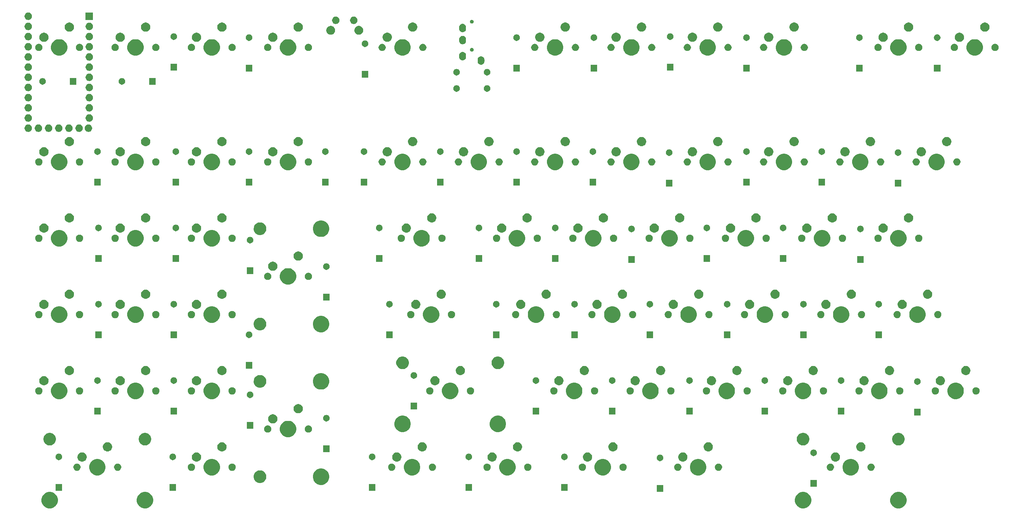
<source format=gts>
G04 #@! TF.GenerationSoftware,KiCad,Pcbnew,(5.1.4)-1*
G04 #@! TF.CreationDate,2019-10-25T22:15:33-04:00*
G04 #@! TF.ProjectId,Keyboard - Left,4b657962-6f61-4726-9420-2d204c656674,rev?*
G04 #@! TF.SameCoordinates,Original*
G04 #@! TF.FileFunction,Soldermask,Top*
G04 #@! TF.FilePolarity,Negative*
%FSLAX46Y46*%
G04 Gerber Fmt 4.6, Leading zero omitted, Abs format (unit mm)*
G04 Created by KiCad (PCBNEW (5.1.4)-1) date 2019-10-25 22:15:33*
%MOMM*%
%LPD*%
G04 APERTURE LIST*
%ADD10C,0.100000*%
G04 APERTURE END LIST*
D10*
G36*
X248083254Y-151841568D02*
G01*
X248456511Y-151996176D01*
X248456513Y-151996177D01*
X248792436Y-152220634D01*
X249078116Y-152506314D01*
X249302574Y-152842239D01*
X249457182Y-153215496D01*
X249536000Y-153611743D01*
X249536000Y-154015757D01*
X249457182Y-154412004D01*
X249302574Y-154785261D01*
X249302573Y-154785263D01*
X249078116Y-155121186D01*
X248792436Y-155406866D01*
X248456513Y-155631323D01*
X248456512Y-155631324D01*
X248456511Y-155631324D01*
X248083254Y-155785932D01*
X247687007Y-155864750D01*
X247282993Y-155864750D01*
X246886746Y-155785932D01*
X246513489Y-155631324D01*
X246513488Y-155631324D01*
X246513487Y-155631323D01*
X246177564Y-155406866D01*
X245891884Y-155121186D01*
X245667427Y-154785263D01*
X245667426Y-154785261D01*
X245512818Y-154412004D01*
X245434000Y-154015757D01*
X245434000Y-153611743D01*
X245512818Y-153215496D01*
X245667426Y-152842239D01*
X245891884Y-152506314D01*
X246177564Y-152220634D01*
X246513487Y-151996177D01*
X246513489Y-151996176D01*
X246886746Y-151841568D01*
X247282993Y-151762750D01*
X247687007Y-151762750D01*
X248083254Y-151841568D01*
X248083254Y-151841568D01*
G37*
G36*
X224283254Y-151841568D02*
G01*
X224656511Y-151996176D01*
X224656513Y-151996177D01*
X224992436Y-152220634D01*
X225278116Y-152506314D01*
X225502574Y-152842239D01*
X225657182Y-153215496D01*
X225736000Y-153611743D01*
X225736000Y-154015757D01*
X225657182Y-154412004D01*
X225502574Y-154785261D01*
X225502573Y-154785263D01*
X225278116Y-155121186D01*
X224992436Y-155406866D01*
X224656513Y-155631323D01*
X224656512Y-155631324D01*
X224656511Y-155631324D01*
X224283254Y-155785932D01*
X223887007Y-155864750D01*
X223482993Y-155864750D01*
X223086746Y-155785932D01*
X222713489Y-155631324D01*
X222713488Y-155631324D01*
X222713487Y-155631323D01*
X222377564Y-155406866D01*
X222091884Y-155121186D01*
X221867427Y-154785263D01*
X221867426Y-154785261D01*
X221712818Y-154412004D01*
X221634000Y-154015757D01*
X221634000Y-153611743D01*
X221712818Y-153215496D01*
X221867426Y-152842239D01*
X222091884Y-152506314D01*
X222377564Y-152220634D01*
X222713487Y-151996177D01*
X222713489Y-151996176D01*
X223086746Y-151841568D01*
X223482993Y-151762750D01*
X223887007Y-151762750D01*
X224283254Y-151841568D01*
X224283254Y-151841568D01*
G37*
G36*
X59964504Y-151841568D02*
G01*
X60337761Y-151996176D01*
X60337763Y-151996177D01*
X60673686Y-152220634D01*
X60959366Y-152506314D01*
X61183824Y-152842239D01*
X61338432Y-153215496D01*
X61417250Y-153611743D01*
X61417250Y-154015757D01*
X61338432Y-154412004D01*
X61183824Y-154785261D01*
X61183823Y-154785263D01*
X60959366Y-155121186D01*
X60673686Y-155406866D01*
X60337763Y-155631323D01*
X60337762Y-155631324D01*
X60337761Y-155631324D01*
X59964504Y-155785932D01*
X59568257Y-155864750D01*
X59164243Y-155864750D01*
X58767996Y-155785932D01*
X58394739Y-155631324D01*
X58394738Y-155631324D01*
X58394737Y-155631323D01*
X58058814Y-155406866D01*
X57773134Y-155121186D01*
X57548677Y-154785263D01*
X57548676Y-154785261D01*
X57394068Y-154412004D01*
X57315250Y-154015757D01*
X57315250Y-153611743D01*
X57394068Y-153215496D01*
X57548676Y-152842239D01*
X57773134Y-152506314D01*
X58058814Y-152220634D01*
X58394737Y-151996177D01*
X58394739Y-151996176D01*
X58767996Y-151841568D01*
X59164243Y-151762750D01*
X59568257Y-151762750D01*
X59964504Y-151841568D01*
X59964504Y-151841568D01*
G37*
G36*
X36164504Y-151841568D02*
G01*
X36537761Y-151996176D01*
X36537763Y-151996177D01*
X36873686Y-152220634D01*
X37159366Y-152506314D01*
X37383824Y-152842239D01*
X37538432Y-153215496D01*
X37617250Y-153611743D01*
X37617250Y-154015757D01*
X37538432Y-154412004D01*
X37383824Y-154785261D01*
X37383823Y-154785263D01*
X37159366Y-155121186D01*
X36873686Y-155406866D01*
X36537763Y-155631323D01*
X36537762Y-155631324D01*
X36537761Y-155631324D01*
X36164504Y-155785932D01*
X35768257Y-155864750D01*
X35364243Y-155864750D01*
X34967996Y-155785932D01*
X34594739Y-155631324D01*
X34594738Y-155631324D01*
X34594737Y-155631323D01*
X34258814Y-155406866D01*
X33973134Y-155121186D01*
X33748677Y-154785263D01*
X33748676Y-154785261D01*
X33594068Y-154412004D01*
X33515250Y-154015757D01*
X33515250Y-153611743D01*
X33594068Y-153215496D01*
X33748676Y-152842239D01*
X33973134Y-152506314D01*
X34258814Y-152220634D01*
X34594737Y-151996177D01*
X34594739Y-151996176D01*
X34967996Y-151841568D01*
X35364243Y-151762750D01*
X35768257Y-151762750D01*
X36164504Y-151841568D01*
X36164504Y-151841568D01*
G37*
G36*
X188773000Y-151689000D02*
G01*
X187147000Y-151689000D01*
X187147000Y-150063000D01*
X188773000Y-150063000D01*
X188773000Y-151689000D01*
X188773000Y-151689000D01*
G37*
G36*
X116891000Y-151435000D02*
G01*
X115265000Y-151435000D01*
X115265000Y-149809000D01*
X116891000Y-149809000D01*
X116891000Y-151435000D01*
X116891000Y-151435000D01*
G37*
G36*
X67107000Y-151435000D02*
G01*
X65481000Y-151435000D01*
X65481000Y-149809000D01*
X67107000Y-149809000D01*
X67107000Y-151435000D01*
X67107000Y-151435000D01*
G37*
G36*
X38659000Y-151435000D02*
G01*
X37033000Y-151435000D01*
X37033000Y-149809000D01*
X38659000Y-149809000D01*
X38659000Y-151435000D01*
X38659000Y-151435000D01*
G37*
G36*
X164897000Y-151435000D02*
G01*
X163271000Y-151435000D01*
X163271000Y-149809000D01*
X164897000Y-149809000D01*
X164897000Y-151435000D01*
X164897000Y-151435000D01*
G37*
G36*
X141021000Y-151435000D02*
G01*
X139395000Y-151435000D01*
X139395000Y-149809000D01*
X141021000Y-149809000D01*
X141021000Y-151435000D01*
X141021000Y-151435000D01*
G37*
G36*
X227127000Y-150419000D02*
G01*
X225501000Y-150419000D01*
X225501000Y-148793000D01*
X227127000Y-148793000D01*
X227127000Y-150419000D01*
X227127000Y-150419000D01*
G37*
G36*
X103929504Y-145976568D02*
G01*
X104302761Y-146131176D01*
X104302763Y-146131177D01*
X104638686Y-146355634D01*
X104924366Y-146641314D01*
X105084644Y-146881186D01*
X105148824Y-146977239D01*
X105303432Y-147350496D01*
X105382250Y-147746743D01*
X105382250Y-148150757D01*
X105303432Y-148547004D01*
X105201537Y-148793000D01*
X105148823Y-148920263D01*
X104924366Y-149256186D01*
X104638686Y-149541866D01*
X104302763Y-149766323D01*
X104302762Y-149766324D01*
X104302761Y-149766324D01*
X103929504Y-149920932D01*
X103533257Y-149999750D01*
X103129243Y-149999750D01*
X102732996Y-149920932D01*
X102359739Y-149766324D01*
X102359738Y-149766324D01*
X102359737Y-149766323D01*
X102023814Y-149541866D01*
X101738134Y-149256186D01*
X101513677Y-148920263D01*
X101460963Y-148793000D01*
X101359068Y-148547004D01*
X101280250Y-148150757D01*
X101280250Y-147746743D01*
X101359068Y-147350496D01*
X101513676Y-146977239D01*
X101577857Y-146881186D01*
X101738134Y-146641314D01*
X102023814Y-146355634D01*
X102359737Y-146131177D01*
X102359739Y-146131176D01*
X102732996Y-145976568D01*
X103129243Y-145897750D01*
X103533257Y-145897750D01*
X103929504Y-145976568D01*
X103929504Y-145976568D01*
G37*
G36*
X88322333Y-146387840D02*
G01*
X88550952Y-146433314D01*
X88837766Y-146552117D01*
X89095892Y-146724591D01*
X89315409Y-146944108D01*
X89487883Y-147202234D01*
X89606686Y-147489048D01*
X89667250Y-147793528D01*
X89667250Y-148103972D01*
X89606686Y-148408452D01*
X89487883Y-148695266D01*
X89315409Y-148953392D01*
X89095892Y-149172909D01*
X88837766Y-149345383D01*
X88550952Y-149464186D01*
X88322333Y-149509660D01*
X88246474Y-149524750D01*
X87936026Y-149524750D01*
X87860167Y-149509660D01*
X87631548Y-149464186D01*
X87344734Y-149345383D01*
X87086608Y-149172909D01*
X86867091Y-148953392D01*
X86694617Y-148695266D01*
X86575814Y-148408452D01*
X86515250Y-148103972D01*
X86515250Y-147793528D01*
X86575814Y-147489048D01*
X86694617Y-147202234D01*
X86867091Y-146944108D01*
X87086608Y-146724591D01*
X87344734Y-146552117D01*
X87631548Y-146433314D01*
X87860167Y-146387840D01*
X87936026Y-146372750D01*
X88246474Y-146372750D01*
X88322333Y-146387840D01*
X88322333Y-146387840D01*
G37*
G36*
X198083254Y-143601568D02*
G01*
X198456511Y-143756176D01*
X198456513Y-143756177D01*
X198786206Y-143976471D01*
X198792436Y-143980634D01*
X199078116Y-144266314D01*
X199302574Y-144602239D01*
X199457182Y-144975496D01*
X199536000Y-145371743D01*
X199536000Y-145775757D01*
X199457182Y-146172004D01*
X199302574Y-146545261D01*
X199302573Y-146545263D01*
X199078116Y-146881186D01*
X198792436Y-147166866D01*
X198456513Y-147391323D01*
X198456512Y-147391324D01*
X198456511Y-147391324D01*
X198083254Y-147545932D01*
X197687007Y-147624750D01*
X197282993Y-147624750D01*
X196886746Y-147545932D01*
X196513489Y-147391324D01*
X196513488Y-147391324D01*
X196513487Y-147391323D01*
X196177564Y-147166866D01*
X195891884Y-146881186D01*
X195667427Y-146545263D01*
X195667426Y-146545261D01*
X195512818Y-146172004D01*
X195434000Y-145775757D01*
X195434000Y-145371743D01*
X195512818Y-144975496D01*
X195667426Y-144602239D01*
X195891884Y-144266314D01*
X196177564Y-143980634D01*
X196183794Y-143976471D01*
X196513487Y-143756177D01*
X196513489Y-143756176D01*
X196886746Y-143601568D01*
X197282993Y-143522750D01*
X197687007Y-143522750D01*
X198083254Y-143601568D01*
X198083254Y-143601568D01*
G37*
G36*
X150458254Y-143601568D02*
G01*
X150831511Y-143756176D01*
X150831513Y-143756177D01*
X151161206Y-143976471D01*
X151167436Y-143980634D01*
X151453116Y-144266314D01*
X151677574Y-144602239D01*
X151832182Y-144975496D01*
X151911000Y-145371743D01*
X151911000Y-145775757D01*
X151832182Y-146172004D01*
X151677574Y-146545261D01*
X151677573Y-146545263D01*
X151453116Y-146881186D01*
X151167436Y-147166866D01*
X150831513Y-147391323D01*
X150831512Y-147391324D01*
X150831511Y-147391324D01*
X150458254Y-147545932D01*
X150062007Y-147624750D01*
X149657993Y-147624750D01*
X149261746Y-147545932D01*
X148888489Y-147391324D01*
X148888488Y-147391324D01*
X148888487Y-147391323D01*
X148552564Y-147166866D01*
X148266884Y-146881186D01*
X148042427Y-146545263D01*
X148042426Y-146545261D01*
X147887818Y-146172004D01*
X147809000Y-145775757D01*
X147809000Y-145371743D01*
X147887818Y-144975496D01*
X148042426Y-144602239D01*
X148266884Y-144266314D01*
X148552564Y-143980634D01*
X148558794Y-143976471D01*
X148888487Y-143756177D01*
X148888489Y-143756176D01*
X149261746Y-143601568D01*
X149657993Y-143522750D01*
X150062007Y-143522750D01*
X150458254Y-143601568D01*
X150458254Y-143601568D01*
G37*
G36*
X126645754Y-143601568D02*
G01*
X127019011Y-143756176D01*
X127019013Y-143756177D01*
X127348706Y-143976471D01*
X127354936Y-143980634D01*
X127640616Y-144266314D01*
X127865074Y-144602239D01*
X128019682Y-144975496D01*
X128098500Y-145371743D01*
X128098500Y-145775757D01*
X128019682Y-146172004D01*
X127865074Y-146545261D01*
X127865073Y-146545263D01*
X127640616Y-146881186D01*
X127354936Y-147166866D01*
X127019013Y-147391323D01*
X127019012Y-147391324D01*
X127019011Y-147391324D01*
X126645754Y-147545932D01*
X126249507Y-147624750D01*
X125845493Y-147624750D01*
X125449246Y-147545932D01*
X125075989Y-147391324D01*
X125075988Y-147391324D01*
X125075987Y-147391323D01*
X124740064Y-147166866D01*
X124454384Y-146881186D01*
X124229927Y-146545263D01*
X124229926Y-146545261D01*
X124075318Y-146172004D01*
X123996500Y-145775757D01*
X123996500Y-145371743D01*
X124075318Y-144975496D01*
X124229926Y-144602239D01*
X124454384Y-144266314D01*
X124740064Y-143980634D01*
X124746294Y-143976471D01*
X125075987Y-143756177D01*
X125075989Y-143756176D01*
X125449246Y-143601568D01*
X125845493Y-143522750D01*
X126249507Y-143522750D01*
X126645754Y-143601568D01*
X126645754Y-143601568D01*
G37*
G36*
X48064504Y-143601568D02*
G01*
X48437761Y-143756176D01*
X48437763Y-143756177D01*
X48767456Y-143976471D01*
X48773686Y-143980634D01*
X49059366Y-144266314D01*
X49283824Y-144602239D01*
X49438432Y-144975496D01*
X49517250Y-145371743D01*
X49517250Y-145775757D01*
X49438432Y-146172004D01*
X49283824Y-146545261D01*
X49283823Y-146545263D01*
X49059366Y-146881186D01*
X48773686Y-147166866D01*
X48437763Y-147391323D01*
X48437762Y-147391324D01*
X48437761Y-147391324D01*
X48064504Y-147545932D01*
X47668257Y-147624750D01*
X47264243Y-147624750D01*
X46867996Y-147545932D01*
X46494739Y-147391324D01*
X46494738Y-147391324D01*
X46494737Y-147391323D01*
X46158814Y-147166866D01*
X45873134Y-146881186D01*
X45648677Y-146545263D01*
X45648676Y-146545261D01*
X45494068Y-146172004D01*
X45415250Y-145775757D01*
X45415250Y-145371743D01*
X45494068Y-144975496D01*
X45648676Y-144602239D01*
X45873134Y-144266314D01*
X46158814Y-143980634D01*
X46165044Y-143976471D01*
X46494737Y-143756177D01*
X46494739Y-143756176D01*
X46867996Y-143601568D01*
X47264243Y-143522750D01*
X47668257Y-143522750D01*
X48064504Y-143601568D01*
X48064504Y-143601568D01*
G37*
G36*
X174270754Y-143601568D02*
G01*
X174644011Y-143756176D01*
X174644013Y-143756177D01*
X174973706Y-143976471D01*
X174979936Y-143980634D01*
X175265616Y-144266314D01*
X175490074Y-144602239D01*
X175644682Y-144975496D01*
X175723500Y-145371743D01*
X175723500Y-145775757D01*
X175644682Y-146172004D01*
X175490074Y-146545261D01*
X175490073Y-146545263D01*
X175265616Y-146881186D01*
X174979936Y-147166866D01*
X174644013Y-147391323D01*
X174644012Y-147391324D01*
X174644011Y-147391324D01*
X174270754Y-147545932D01*
X173874507Y-147624750D01*
X173470493Y-147624750D01*
X173074246Y-147545932D01*
X172700989Y-147391324D01*
X172700988Y-147391324D01*
X172700987Y-147391323D01*
X172365064Y-147166866D01*
X172079384Y-146881186D01*
X171854927Y-146545263D01*
X171854926Y-146545261D01*
X171700318Y-146172004D01*
X171621500Y-145775757D01*
X171621500Y-145371743D01*
X171700318Y-144975496D01*
X171854926Y-144602239D01*
X172079384Y-144266314D01*
X172365064Y-143980634D01*
X172371294Y-143976471D01*
X172700987Y-143756177D01*
X172700989Y-143756176D01*
X173074246Y-143601568D01*
X173470493Y-143522750D01*
X173874507Y-143522750D01*
X174270754Y-143601568D01*
X174270754Y-143601568D01*
G37*
G36*
X236183254Y-143601568D02*
G01*
X236556511Y-143756176D01*
X236556513Y-143756177D01*
X236886206Y-143976471D01*
X236892436Y-143980634D01*
X237178116Y-144266314D01*
X237402574Y-144602239D01*
X237557182Y-144975496D01*
X237636000Y-145371743D01*
X237636000Y-145775757D01*
X237557182Y-146172004D01*
X237402574Y-146545261D01*
X237402573Y-146545263D01*
X237178116Y-146881186D01*
X236892436Y-147166866D01*
X236556513Y-147391323D01*
X236556512Y-147391324D01*
X236556511Y-147391324D01*
X236183254Y-147545932D01*
X235787007Y-147624750D01*
X235382993Y-147624750D01*
X234986746Y-147545932D01*
X234613489Y-147391324D01*
X234613488Y-147391324D01*
X234613487Y-147391323D01*
X234277564Y-147166866D01*
X233991884Y-146881186D01*
X233767427Y-146545263D01*
X233767426Y-146545261D01*
X233612818Y-146172004D01*
X233534000Y-145775757D01*
X233534000Y-145371743D01*
X233612818Y-144975496D01*
X233767426Y-144602239D01*
X233991884Y-144266314D01*
X234277564Y-143980634D01*
X234283794Y-143976471D01*
X234613487Y-143756177D01*
X234613489Y-143756176D01*
X234986746Y-143601568D01*
X235382993Y-143522750D01*
X235787007Y-143522750D01*
X236183254Y-143601568D01*
X236183254Y-143601568D01*
G37*
G36*
X76639504Y-143601568D02*
G01*
X77012761Y-143756176D01*
X77012763Y-143756177D01*
X77342456Y-143976471D01*
X77348686Y-143980634D01*
X77634366Y-144266314D01*
X77858824Y-144602239D01*
X78013432Y-144975496D01*
X78092250Y-145371743D01*
X78092250Y-145775757D01*
X78013432Y-146172004D01*
X77858824Y-146545261D01*
X77858823Y-146545263D01*
X77634366Y-146881186D01*
X77348686Y-147166866D01*
X77012763Y-147391323D01*
X77012762Y-147391324D01*
X77012761Y-147391324D01*
X76639504Y-147545932D01*
X76243257Y-147624750D01*
X75839243Y-147624750D01*
X75442996Y-147545932D01*
X75069739Y-147391324D01*
X75069738Y-147391324D01*
X75069737Y-147391323D01*
X74733814Y-147166866D01*
X74448134Y-146881186D01*
X74223677Y-146545263D01*
X74223676Y-146545261D01*
X74069068Y-146172004D01*
X73990250Y-145775757D01*
X73990250Y-145371743D01*
X74069068Y-144975496D01*
X74223676Y-144602239D01*
X74448134Y-144266314D01*
X74733814Y-143980634D01*
X74740044Y-143976471D01*
X75069737Y-143756177D01*
X75069739Y-143756176D01*
X75442996Y-143601568D01*
X75839243Y-143522750D01*
X76243257Y-143522750D01*
X76639504Y-143601568D01*
X76639504Y-143601568D01*
G37*
G36*
X155053512Y-144677677D02*
G01*
X155202812Y-144707374D01*
X155366784Y-144775294D01*
X155514354Y-144873897D01*
X155639853Y-144999396D01*
X155738456Y-145146966D01*
X155806376Y-145310938D01*
X155841000Y-145485009D01*
X155841000Y-145662491D01*
X155806376Y-145836562D01*
X155738456Y-146000534D01*
X155639853Y-146148104D01*
X155514354Y-146273603D01*
X155366784Y-146372206D01*
X155202812Y-146440126D01*
X155053512Y-146469823D01*
X155028742Y-146474750D01*
X154851258Y-146474750D01*
X154826488Y-146469823D01*
X154677188Y-146440126D01*
X154513216Y-146372206D01*
X154365646Y-146273603D01*
X154240147Y-146148104D01*
X154141544Y-146000534D01*
X154073624Y-145836562D01*
X154039000Y-145662491D01*
X154039000Y-145485009D01*
X154073624Y-145310938D01*
X154141544Y-145146966D01*
X154240147Y-144999396D01*
X154365646Y-144873897D01*
X154513216Y-144775294D01*
X154677188Y-144707374D01*
X154826488Y-144677677D01*
X154851258Y-144672750D01*
X155028742Y-144672750D01*
X155053512Y-144677677D01*
X155053512Y-144677677D01*
G37*
G36*
X144893512Y-144677677D02*
G01*
X145042812Y-144707374D01*
X145206784Y-144775294D01*
X145354354Y-144873897D01*
X145479853Y-144999396D01*
X145578456Y-145146966D01*
X145646376Y-145310938D01*
X145681000Y-145485009D01*
X145681000Y-145662491D01*
X145646376Y-145836562D01*
X145578456Y-146000534D01*
X145479853Y-146148104D01*
X145354354Y-146273603D01*
X145206784Y-146372206D01*
X145042812Y-146440126D01*
X144893512Y-146469823D01*
X144868742Y-146474750D01*
X144691258Y-146474750D01*
X144666488Y-146469823D01*
X144517188Y-146440126D01*
X144353216Y-146372206D01*
X144205646Y-146273603D01*
X144080147Y-146148104D01*
X143981544Y-146000534D01*
X143913624Y-145836562D01*
X143879000Y-145662491D01*
X143879000Y-145485009D01*
X143913624Y-145310938D01*
X143981544Y-145146966D01*
X144080147Y-144999396D01*
X144205646Y-144873897D01*
X144353216Y-144775294D01*
X144517188Y-144707374D01*
X144666488Y-144677677D01*
X144691258Y-144672750D01*
X144868742Y-144672750D01*
X144893512Y-144677677D01*
X144893512Y-144677677D01*
G37*
G36*
X131241012Y-144677677D02*
G01*
X131390312Y-144707374D01*
X131554284Y-144775294D01*
X131701854Y-144873897D01*
X131827353Y-144999396D01*
X131925956Y-145146966D01*
X131993876Y-145310938D01*
X132028500Y-145485009D01*
X132028500Y-145662491D01*
X131993876Y-145836562D01*
X131925956Y-146000534D01*
X131827353Y-146148104D01*
X131701854Y-146273603D01*
X131554284Y-146372206D01*
X131390312Y-146440126D01*
X131241012Y-146469823D01*
X131216242Y-146474750D01*
X131038758Y-146474750D01*
X131013988Y-146469823D01*
X130864688Y-146440126D01*
X130700716Y-146372206D01*
X130553146Y-146273603D01*
X130427647Y-146148104D01*
X130329044Y-146000534D01*
X130261124Y-145836562D01*
X130226500Y-145662491D01*
X130226500Y-145485009D01*
X130261124Y-145310938D01*
X130329044Y-145146966D01*
X130427647Y-144999396D01*
X130553146Y-144873897D01*
X130700716Y-144775294D01*
X130864688Y-144707374D01*
X131013988Y-144677677D01*
X131038758Y-144672750D01*
X131216242Y-144672750D01*
X131241012Y-144677677D01*
X131241012Y-144677677D01*
G37*
G36*
X121081012Y-144677677D02*
G01*
X121230312Y-144707374D01*
X121394284Y-144775294D01*
X121541854Y-144873897D01*
X121667353Y-144999396D01*
X121765956Y-145146966D01*
X121833876Y-145310938D01*
X121868500Y-145485009D01*
X121868500Y-145662491D01*
X121833876Y-145836562D01*
X121765956Y-146000534D01*
X121667353Y-146148104D01*
X121541854Y-146273603D01*
X121394284Y-146372206D01*
X121230312Y-146440126D01*
X121081012Y-146469823D01*
X121056242Y-146474750D01*
X120878758Y-146474750D01*
X120853988Y-146469823D01*
X120704688Y-146440126D01*
X120540716Y-146372206D01*
X120393146Y-146273603D01*
X120267647Y-146148104D01*
X120169044Y-146000534D01*
X120101124Y-145836562D01*
X120066500Y-145662491D01*
X120066500Y-145485009D01*
X120101124Y-145310938D01*
X120169044Y-145146966D01*
X120267647Y-144999396D01*
X120393146Y-144873897D01*
X120540716Y-144775294D01*
X120704688Y-144707374D01*
X120853988Y-144677677D01*
X120878758Y-144672750D01*
X121056242Y-144672750D01*
X121081012Y-144677677D01*
X121081012Y-144677677D01*
G37*
G36*
X168706012Y-144677677D02*
G01*
X168855312Y-144707374D01*
X169019284Y-144775294D01*
X169166854Y-144873897D01*
X169292353Y-144999396D01*
X169390956Y-145146966D01*
X169458876Y-145310938D01*
X169493500Y-145485009D01*
X169493500Y-145662491D01*
X169458876Y-145836562D01*
X169390956Y-146000534D01*
X169292353Y-146148104D01*
X169166854Y-146273603D01*
X169019284Y-146372206D01*
X168855312Y-146440126D01*
X168706012Y-146469823D01*
X168681242Y-146474750D01*
X168503758Y-146474750D01*
X168478988Y-146469823D01*
X168329688Y-146440126D01*
X168165716Y-146372206D01*
X168018146Y-146273603D01*
X167892647Y-146148104D01*
X167794044Y-146000534D01*
X167726124Y-145836562D01*
X167691500Y-145662491D01*
X167691500Y-145485009D01*
X167726124Y-145310938D01*
X167794044Y-145146966D01*
X167892647Y-144999396D01*
X168018146Y-144873897D01*
X168165716Y-144775294D01*
X168329688Y-144707374D01*
X168478988Y-144677677D01*
X168503758Y-144672750D01*
X168681242Y-144672750D01*
X168706012Y-144677677D01*
X168706012Y-144677677D01*
G37*
G36*
X42499762Y-144677677D02*
G01*
X42649062Y-144707374D01*
X42813034Y-144775294D01*
X42960604Y-144873897D01*
X43086103Y-144999396D01*
X43184706Y-145146966D01*
X43252626Y-145310938D01*
X43287250Y-145485009D01*
X43287250Y-145662491D01*
X43252626Y-145836562D01*
X43184706Y-146000534D01*
X43086103Y-146148104D01*
X42960604Y-146273603D01*
X42813034Y-146372206D01*
X42649062Y-146440126D01*
X42499762Y-146469823D01*
X42474992Y-146474750D01*
X42297508Y-146474750D01*
X42272738Y-146469823D01*
X42123438Y-146440126D01*
X41959466Y-146372206D01*
X41811896Y-146273603D01*
X41686397Y-146148104D01*
X41587794Y-146000534D01*
X41519874Y-145836562D01*
X41485250Y-145662491D01*
X41485250Y-145485009D01*
X41519874Y-145310938D01*
X41587794Y-145146966D01*
X41686397Y-144999396D01*
X41811896Y-144873897D01*
X41959466Y-144775294D01*
X42123438Y-144707374D01*
X42272738Y-144677677D01*
X42297508Y-144672750D01*
X42474992Y-144672750D01*
X42499762Y-144677677D01*
X42499762Y-144677677D01*
G37*
G36*
X52659762Y-144677677D02*
G01*
X52809062Y-144707374D01*
X52973034Y-144775294D01*
X53120604Y-144873897D01*
X53246103Y-144999396D01*
X53344706Y-145146966D01*
X53412626Y-145310938D01*
X53447250Y-145485009D01*
X53447250Y-145662491D01*
X53412626Y-145836562D01*
X53344706Y-146000534D01*
X53246103Y-146148104D01*
X53120604Y-146273603D01*
X52973034Y-146372206D01*
X52809062Y-146440126D01*
X52659762Y-146469823D01*
X52634992Y-146474750D01*
X52457508Y-146474750D01*
X52432738Y-146469823D01*
X52283438Y-146440126D01*
X52119466Y-146372206D01*
X51971896Y-146273603D01*
X51846397Y-146148104D01*
X51747794Y-146000534D01*
X51679874Y-145836562D01*
X51645250Y-145662491D01*
X51645250Y-145485009D01*
X51679874Y-145310938D01*
X51747794Y-145146966D01*
X51846397Y-144999396D01*
X51971896Y-144873897D01*
X52119466Y-144775294D01*
X52283438Y-144707374D01*
X52432738Y-144677677D01*
X52457508Y-144672750D01*
X52634992Y-144672750D01*
X52659762Y-144677677D01*
X52659762Y-144677677D01*
G37*
G36*
X81234762Y-144677677D02*
G01*
X81384062Y-144707374D01*
X81548034Y-144775294D01*
X81695604Y-144873897D01*
X81821103Y-144999396D01*
X81919706Y-145146966D01*
X81987626Y-145310938D01*
X82022250Y-145485009D01*
X82022250Y-145662491D01*
X81987626Y-145836562D01*
X81919706Y-146000534D01*
X81821103Y-146148104D01*
X81695604Y-146273603D01*
X81548034Y-146372206D01*
X81384062Y-146440126D01*
X81234762Y-146469823D01*
X81209992Y-146474750D01*
X81032508Y-146474750D01*
X81007738Y-146469823D01*
X80858438Y-146440126D01*
X80694466Y-146372206D01*
X80546896Y-146273603D01*
X80421397Y-146148104D01*
X80322794Y-146000534D01*
X80254874Y-145836562D01*
X80220250Y-145662491D01*
X80220250Y-145485009D01*
X80254874Y-145310938D01*
X80322794Y-145146966D01*
X80421397Y-144999396D01*
X80546896Y-144873897D01*
X80694466Y-144775294D01*
X80858438Y-144707374D01*
X81007738Y-144677677D01*
X81032508Y-144672750D01*
X81209992Y-144672750D01*
X81234762Y-144677677D01*
X81234762Y-144677677D01*
G37*
G36*
X192518512Y-144677677D02*
G01*
X192667812Y-144707374D01*
X192831784Y-144775294D01*
X192979354Y-144873897D01*
X193104853Y-144999396D01*
X193203456Y-145146966D01*
X193271376Y-145310938D01*
X193306000Y-145485009D01*
X193306000Y-145662491D01*
X193271376Y-145836562D01*
X193203456Y-146000534D01*
X193104853Y-146148104D01*
X192979354Y-146273603D01*
X192831784Y-146372206D01*
X192667812Y-146440126D01*
X192518512Y-146469823D01*
X192493742Y-146474750D01*
X192316258Y-146474750D01*
X192291488Y-146469823D01*
X192142188Y-146440126D01*
X191978216Y-146372206D01*
X191830646Y-146273603D01*
X191705147Y-146148104D01*
X191606544Y-146000534D01*
X191538624Y-145836562D01*
X191504000Y-145662491D01*
X191504000Y-145485009D01*
X191538624Y-145310938D01*
X191606544Y-145146966D01*
X191705147Y-144999396D01*
X191830646Y-144873897D01*
X191978216Y-144775294D01*
X192142188Y-144707374D01*
X192291488Y-144677677D01*
X192316258Y-144672750D01*
X192493742Y-144672750D01*
X192518512Y-144677677D01*
X192518512Y-144677677D01*
G37*
G36*
X178866012Y-144677677D02*
G01*
X179015312Y-144707374D01*
X179179284Y-144775294D01*
X179326854Y-144873897D01*
X179452353Y-144999396D01*
X179550956Y-145146966D01*
X179618876Y-145310938D01*
X179653500Y-145485009D01*
X179653500Y-145662491D01*
X179618876Y-145836562D01*
X179550956Y-146000534D01*
X179452353Y-146148104D01*
X179326854Y-146273603D01*
X179179284Y-146372206D01*
X179015312Y-146440126D01*
X178866012Y-146469823D01*
X178841242Y-146474750D01*
X178663758Y-146474750D01*
X178638988Y-146469823D01*
X178489688Y-146440126D01*
X178325716Y-146372206D01*
X178178146Y-146273603D01*
X178052647Y-146148104D01*
X177954044Y-146000534D01*
X177886124Y-145836562D01*
X177851500Y-145662491D01*
X177851500Y-145485009D01*
X177886124Y-145310938D01*
X177954044Y-145146966D01*
X178052647Y-144999396D01*
X178178146Y-144873897D01*
X178325716Y-144775294D01*
X178489688Y-144707374D01*
X178638988Y-144677677D01*
X178663758Y-144672750D01*
X178841242Y-144672750D01*
X178866012Y-144677677D01*
X178866012Y-144677677D01*
G37*
G36*
X230618512Y-144677677D02*
G01*
X230767812Y-144707374D01*
X230931784Y-144775294D01*
X231079354Y-144873897D01*
X231204853Y-144999396D01*
X231303456Y-145146966D01*
X231371376Y-145310938D01*
X231406000Y-145485009D01*
X231406000Y-145662491D01*
X231371376Y-145836562D01*
X231303456Y-146000534D01*
X231204853Y-146148104D01*
X231079354Y-146273603D01*
X230931784Y-146372206D01*
X230767812Y-146440126D01*
X230618512Y-146469823D01*
X230593742Y-146474750D01*
X230416258Y-146474750D01*
X230391488Y-146469823D01*
X230242188Y-146440126D01*
X230078216Y-146372206D01*
X229930646Y-146273603D01*
X229805147Y-146148104D01*
X229706544Y-146000534D01*
X229638624Y-145836562D01*
X229604000Y-145662491D01*
X229604000Y-145485009D01*
X229638624Y-145310938D01*
X229706544Y-145146966D01*
X229805147Y-144999396D01*
X229930646Y-144873897D01*
X230078216Y-144775294D01*
X230242188Y-144707374D01*
X230391488Y-144677677D01*
X230416258Y-144672750D01*
X230593742Y-144672750D01*
X230618512Y-144677677D01*
X230618512Y-144677677D01*
G37*
G36*
X202678512Y-144677677D02*
G01*
X202827812Y-144707374D01*
X202991784Y-144775294D01*
X203139354Y-144873897D01*
X203264853Y-144999396D01*
X203363456Y-145146966D01*
X203431376Y-145310938D01*
X203466000Y-145485009D01*
X203466000Y-145662491D01*
X203431376Y-145836562D01*
X203363456Y-146000534D01*
X203264853Y-146148104D01*
X203139354Y-146273603D01*
X202991784Y-146372206D01*
X202827812Y-146440126D01*
X202678512Y-146469823D01*
X202653742Y-146474750D01*
X202476258Y-146474750D01*
X202451488Y-146469823D01*
X202302188Y-146440126D01*
X202138216Y-146372206D01*
X201990646Y-146273603D01*
X201865147Y-146148104D01*
X201766544Y-146000534D01*
X201698624Y-145836562D01*
X201664000Y-145662491D01*
X201664000Y-145485009D01*
X201698624Y-145310938D01*
X201766544Y-145146966D01*
X201865147Y-144999396D01*
X201990646Y-144873897D01*
X202138216Y-144775294D01*
X202302188Y-144707374D01*
X202451488Y-144677677D01*
X202476258Y-144672750D01*
X202653742Y-144672750D01*
X202678512Y-144677677D01*
X202678512Y-144677677D01*
G37*
G36*
X71074762Y-144677677D02*
G01*
X71224062Y-144707374D01*
X71388034Y-144775294D01*
X71535604Y-144873897D01*
X71661103Y-144999396D01*
X71759706Y-145146966D01*
X71827626Y-145310938D01*
X71862250Y-145485009D01*
X71862250Y-145662491D01*
X71827626Y-145836562D01*
X71759706Y-146000534D01*
X71661103Y-146148104D01*
X71535604Y-146273603D01*
X71388034Y-146372206D01*
X71224062Y-146440126D01*
X71074762Y-146469823D01*
X71049992Y-146474750D01*
X70872508Y-146474750D01*
X70847738Y-146469823D01*
X70698438Y-146440126D01*
X70534466Y-146372206D01*
X70386896Y-146273603D01*
X70261397Y-146148104D01*
X70162794Y-146000534D01*
X70094874Y-145836562D01*
X70060250Y-145662491D01*
X70060250Y-145485009D01*
X70094874Y-145310938D01*
X70162794Y-145146966D01*
X70261397Y-144999396D01*
X70386896Y-144873897D01*
X70534466Y-144775294D01*
X70698438Y-144707374D01*
X70847738Y-144677677D01*
X70872508Y-144672750D01*
X71049992Y-144672750D01*
X71074762Y-144677677D01*
X71074762Y-144677677D01*
G37*
G36*
X240778512Y-144677677D02*
G01*
X240927812Y-144707374D01*
X241091784Y-144775294D01*
X241239354Y-144873897D01*
X241364853Y-144999396D01*
X241463456Y-145146966D01*
X241531376Y-145310938D01*
X241566000Y-145485009D01*
X241566000Y-145662491D01*
X241531376Y-145836562D01*
X241463456Y-146000534D01*
X241364853Y-146148104D01*
X241239354Y-146273603D01*
X241091784Y-146372206D01*
X240927812Y-146440126D01*
X240778512Y-146469823D01*
X240753742Y-146474750D01*
X240576258Y-146474750D01*
X240551488Y-146469823D01*
X240402188Y-146440126D01*
X240238216Y-146372206D01*
X240090646Y-146273603D01*
X239965147Y-146148104D01*
X239866544Y-146000534D01*
X239798624Y-145836562D01*
X239764000Y-145662491D01*
X239764000Y-145485009D01*
X239798624Y-145310938D01*
X239866544Y-145146966D01*
X239965147Y-144999396D01*
X240090646Y-144873897D01*
X240238216Y-144775294D01*
X240402188Y-144707374D01*
X240551488Y-144677677D01*
X240576258Y-144672750D01*
X240753742Y-144672750D01*
X240778512Y-144677677D01*
X240778512Y-144677677D01*
G37*
G36*
X231999549Y-141904866D02*
G01*
X232110734Y-141926982D01*
X232320203Y-142013747D01*
X232508720Y-142139710D01*
X232669040Y-142300030D01*
X232785445Y-142474243D01*
X232795004Y-142488549D01*
X232801510Y-142504257D01*
X232881768Y-142698016D01*
X232901855Y-142799000D01*
X232916157Y-142870899D01*
X232926000Y-142920386D01*
X232926000Y-143147114D01*
X232881768Y-143369484D01*
X232795003Y-143578953D01*
X232669040Y-143767470D01*
X232508720Y-143927790D01*
X232320203Y-144053753D01*
X232110734Y-144140518D01*
X231999549Y-144162634D01*
X231888365Y-144184750D01*
X231661635Y-144184750D01*
X231550451Y-144162634D01*
X231439266Y-144140518D01*
X231229797Y-144053753D01*
X231041280Y-143927790D01*
X230880960Y-143767470D01*
X230754997Y-143578953D01*
X230668232Y-143369484D01*
X230624000Y-143147114D01*
X230624000Y-142920386D01*
X230633844Y-142870899D01*
X230648145Y-142799000D01*
X230668232Y-142698016D01*
X230748490Y-142504257D01*
X230754996Y-142488549D01*
X230764555Y-142474243D01*
X230880960Y-142300030D01*
X231041280Y-142139710D01*
X231229797Y-142013747D01*
X231439266Y-141926982D01*
X231550451Y-141904866D01*
X231661635Y-141882750D01*
X231888365Y-141882750D01*
X231999549Y-141904866D01*
X231999549Y-141904866D01*
G37*
G36*
X193899549Y-141904866D02*
G01*
X194010734Y-141926982D01*
X194220203Y-142013747D01*
X194408720Y-142139710D01*
X194569040Y-142300030D01*
X194685445Y-142474243D01*
X194695004Y-142488549D01*
X194701510Y-142504257D01*
X194781768Y-142698016D01*
X194801855Y-142799000D01*
X194816157Y-142870899D01*
X194826000Y-142920386D01*
X194826000Y-143147114D01*
X194781768Y-143369484D01*
X194695003Y-143578953D01*
X194569040Y-143767470D01*
X194408720Y-143927790D01*
X194220203Y-144053753D01*
X194010734Y-144140518D01*
X193899549Y-144162634D01*
X193788365Y-144184750D01*
X193561635Y-144184750D01*
X193450451Y-144162634D01*
X193339266Y-144140518D01*
X193129797Y-144053753D01*
X192941280Y-143927790D01*
X192780960Y-143767470D01*
X192654997Y-143578953D01*
X192568232Y-143369484D01*
X192524000Y-143147114D01*
X192524000Y-142920386D01*
X192533844Y-142870899D01*
X192548145Y-142799000D01*
X192568232Y-142698016D01*
X192648490Y-142504257D01*
X192654996Y-142488549D01*
X192664555Y-142474243D01*
X192780960Y-142300030D01*
X192941280Y-142139710D01*
X193129797Y-142013747D01*
X193339266Y-141926982D01*
X193450451Y-141904866D01*
X193561635Y-141882750D01*
X193788365Y-141882750D01*
X193899549Y-141904866D01*
X193899549Y-141904866D01*
G37*
G36*
X170087049Y-141904866D02*
G01*
X170198234Y-141926982D01*
X170407703Y-142013747D01*
X170596220Y-142139710D01*
X170756540Y-142300030D01*
X170872945Y-142474243D01*
X170882504Y-142488549D01*
X170889010Y-142504257D01*
X170969268Y-142698016D01*
X170989355Y-142799000D01*
X171003657Y-142870899D01*
X171013500Y-142920386D01*
X171013500Y-143147114D01*
X170969268Y-143369484D01*
X170882503Y-143578953D01*
X170756540Y-143767470D01*
X170596220Y-143927790D01*
X170407703Y-144053753D01*
X170198234Y-144140518D01*
X170087049Y-144162634D01*
X169975865Y-144184750D01*
X169749135Y-144184750D01*
X169637951Y-144162634D01*
X169526766Y-144140518D01*
X169317297Y-144053753D01*
X169128780Y-143927790D01*
X168968460Y-143767470D01*
X168842497Y-143578953D01*
X168755732Y-143369484D01*
X168711500Y-143147114D01*
X168711500Y-142920386D01*
X168721344Y-142870899D01*
X168735645Y-142799000D01*
X168755732Y-142698016D01*
X168835990Y-142504257D01*
X168842496Y-142488549D01*
X168852055Y-142474243D01*
X168968460Y-142300030D01*
X169128780Y-142139710D01*
X169317297Y-142013747D01*
X169526766Y-141926982D01*
X169637951Y-141904866D01*
X169749135Y-141882750D01*
X169975865Y-141882750D01*
X170087049Y-141904866D01*
X170087049Y-141904866D01*
G37*
G36*
X146274549Y-141904866D02*
G01*
X146385734Y-141926982D01*
X146595203Y-142013747D01*
X146783720Y-142139710D01*
X146944040Y-142300030D01*
X147060445Y-142474243D01*
X147070004Y-142488549D01*
X147076510Y-142504257D01*
X147156768Y-142698016D01*
X147176855Y-142799000D01*
X147191157Y-142870899D01*
X147201000Y-142920386D01*
X147201000Y-143147114D01*
X147156768Y-143369484D01*
X147070003Y-143578953D01*
X146944040Y-143767470D01*
X146783720Y-143927790D01*
X146595203Y-144053753D01*
X146385734Y-144140518D01*
X146274549Y-144162634D01*
X146163365Y-144184750D01*
X145936635Y-144184750D01*
X145825451Y-144162634D01*
X145714266Y-144140518D01*
X145504797Y-144053753D01*
X145316280Y-143927790D01*
X145155960Y-143767470D01*
X145029997Y-143578953D01*
X144943232Y-143369484D01*
X144899000Y-143147114D01*
X144899000Y-142920386D01*
X144908844Y-142870899D01*
X144923145Y-142799000D01*
X144943232Y-142698016D01*
X145023490Y-142504257D01*
X145029996Y-142488549D01*
X145039555Y-142474243D01*
X145155960Y-142300030D01*
X145316280Y-142139710D01*
X145504797Y-142013747D01*
X145714266Y-141926982D01*
X145825451Y-141904866D01*
X145936635Y-141882750D01*
X146163365Y-141882750D01*
X146274549Y-141904866D01*
X146274549Y-141904866D01*
G37*
G36*
X43880799Y-141904866D02*
G01*
X43991984Y-141926982D01*
X44201453Y-142013747D01*
X44389970Y-142139710D01*
X44550290Y-142300030D01*
X44666695Y-142474243D01*
X44676254Y-142488549D01*
X44682760Y-142504257D01*
X44763018Y-142698016D01*
X44783105Y-142799000D01*
X44797407Y-142870899D01*
X44807250Y-142920386D01*
X44807250Y-143147114D01*
X44763018Y-143369484D01*
X44676253Y-143578953D01*
X44550290Y-143767470D01*
X44389970Y-143927790D01*
X44201453Y-144053753D01*
X43991984Y-144140518D01*
X43880799Y-144162634D01*
X43769615Y-144184750D01*
X43542885Y-144184750D01*
X43431701Y-144162634D01*
X43320516Y-144140518D01*
X43111047Y-144053753D01*
X42922530Y-143927790D01*
X42762210Y-143767470D01*
X42636247Y-143578953D01*
X42549482Y-143369484D01*
X42505250Y-143147114D01*
X42505250Y-142920386D01*
X42515094Y-142870899D01*
X42529395Y-142799000D01*
X42549482Y-142698016D01*
X42629740Y-142504257D01*
X42636246Y-142488549D01*
X42645805Y-142474243D01*
X42762210Y-142300030D01*
X42922530Y-142139710D01*
X43111047Y-142013747D01*
X43320516Y-141926982D01*
X43431701Y-141904866D01*
X43542885Y-141882750D01*
X43769615Y-141882750D01*
X43880799Y-141904866D01*
X43880799Y-141904866D01*
G37*
G36*
X72455799Y-141904866D02*
G01*
X72566984Y-141926982D01*
X72776453Y-142013747D01*
X72964970Y-142139710D01*
X73125290Y-142300030D01*
X73241695Y-142474243D01*
X73251254Y-142488549D01*
X73257760Y-142504257D01*
X73338018Y-142698016D01*
X73358105Y-142799000D01*
X73372407Y-142870899D01*
X73382250Y-142920386D01*
X73382250Y-143147114D01*
X73338018Y-143369484D01*
X73251253Y-143578953D01*
X73125290Y-143767470D01*
X72964970Y-143927790D01*
X72776453Y-144053753D01*
X72566984Y-144140518D01*
X72455799Y-144162634D01*
X72344615Y-144184750D01*
X72117885Y-144184750D01*
X72006701Y-144162634D01*
X71895516Y-144140518D01*
X71686047Y-144053753D01*
X71497530Y-143927790D01*
X71337210Y-143767470D01*
X71211247Y-143578953D01*
X71124482Y-143369484D01*
X71080250Y-143147114D01*
X71080250Y-142920386D01*
X71090094Y-142870899D01*
X71104395Y-142799000D01*
X71124482Y-142698016D01*
X71204740Y-142504257D01*
X71211246Y-142488549D01*
X71220805Y-142474243D01*
X71337210Y-142300030D01*
X71497530Y-142139710D01*
X71686047Y-142013747D01*
X71895516Y-141926982D01*
X72006701Y-141904866D01*
X72117885Y-141882750D01*
X72344615Y-141882750D01*
X72455799Y-141904866D01*
X72455799Y-141904866D01*
G37*
G36*
X122462049Y-141904866D02*
G01*
X122573234Y-141926982D01*
X122782703Y-142013747D01*
X122971220Y-142139710D01*
X123131540Y-142300030D01*
X123247945Y-142474243D01*
X123257504Y-142488549D01*
X123264010Y-142504257D01*
X123344268Y-142698016D01*
X123364355Y-142799000D01*
X123378657Y-142870899D01*
X123388500Y-142920386D01*
X123388500Y-143147114D01*
X123344268Y-143369484D01*
X123257503Y-143578953D01*
X123131540Y-143767470D01*
X122971220Y-143927790D01*
X122782703Y-144053753D01*
X122573234Y-144140518D01*
X122462049Y-144162634D01*
X122350865Y-144184750D01*
X122124135Y-144184750D01*
X122012951Y-144162634D01*
X121901766Y-144140518D01*
X121692297Y-144053753D01*
X121503780Y-143927790D01*
X121343460Y-143767470D01*
X121217497Y-143578953D01*
X121130732Y-143369484D01*
X121086500Y-143147114D01*
X121086500Y-142920386D01*
X121096344Y-142870899D01*
X121110645Y-142799000D01*
X121130732Y-142698016D01*
X121210990Y-142504257D01*
X121217496Y-142488549D01*
X121227055Y-142474243D01*
X121343460Y-142300030D01*
X121503780Y-142139710D01*
X121692297Y-142013747D01*
X121901766Y-141926982D01*
X122012951Y-141904866D01*
X122124135Y-141882750D01*
X122350865Y-141882750D01*
X122462049Y-141904866D01*
X122462049Y-141904866D01*
G37*
G36*
X188197142Y-142474242D02*
G01*
X188345101Y-142535529D01*
X188478255Y-142624499D01*
X188591501Y-142737745D01*
X188680471Y-142870899D01*
X188741758Y-143018858D01*
X188773000Y-143175925D01*
X188773000Y-143336075D01*
X188741758Y-143493142D01*
X188680471Y-143641101D01*
X188591501Y-143774255D01*
X188478255Y-143887501D01*
X188345101Y-143976471D01*
X188197142Y-144037758D01*
X188040075Y-144069000D01*
X187879925Y-144069000D01*
X187722858Y-144037758D01*
X187574899Y-143976471D01*
X187441745Y-143887501D01*
X187328499Y-143774255D01*
X187239529Y-143641101D01*
X187178242Y-143493142D01*
X187147000Y-143336075D01*
X187147000Y-143175925D01*
X187178242Y-143018858D01*
X187239529Y-142870899D01*
X187328499Y-142737745D01*
X187441745Y-142624499D01*
X187574899Y-142535529D01*
X187722858Y-142474242D01*
X187879925Y-142443000D01*
X188040075Y-142443000D01*
X188197142Y-142474242D01*
X188197142Y-142474242D01*
G37*
G36*
X140445142Y-142220242D02*
G01*
X140593101Y-142281529D01*
X140726255Y-142370499D01*
X140839501Y-142483745D01*
X140928471Y-142616899D01*
X140989758Y-142764858D01*
X141021000Y-142921925D01*
X141021000Y-143082075D01*
X140989758Y-143239142D01*
X140928471Y-143387101D01*
X140839501Y-143520255D01*
X140726255Y-143633501D01*
X140593101Y-143722471D01*
X140445142Y-143783758D01*
X140288075Y-143815000D01*
X140127925Y-143815000D01*
X139970858Y-143783758D01*
X139822899Y-143722471D01*
X139689745Y-143633501D01*
X139576499Y-143520255D01*
X139487529Y-143387101D01*
X139426242Y-143239142D01*
X139395000Y-143082075D01*
X139395000Y-142921925D01*
X139426242Y-142764858D01*
X139487529Y-142616899D01*
X139576499Y-142483745D01*
X139689745Y-142370499D01*
X139822899Y-142281529D01*
X139970858Y-142220242D01*
X140127925Y-142189000D01*
X140288075Y-142189000D01*
X140445142Y-142220242D01*
X140445142Y-142220242D01*
G37*
G36*
X164321142Y-142220242D02*
G01*
X164469101Y-142281529D01*
X164602255Y-142370499D01*
X164715501Y-142483745D01*
X164804471Y-142616899D01*
X164865758Y-142764858D01*
X164897000Y-142921925D01*
X164897000Y-143082075D01*
X164865758Y-143239142D01*
X164804471Y-143387101D01*
X164715501Y-143520255D01*
X164602255Y-143633501D01*
X164469101Y-143722471D01*
X164321142Y-143783758D01*
X164164075Y-143815000D01*
X164003925Y-143815000D01*
X163846858Y-143783758D01*
X163698899Y-143722471D01*
X163565745Y-143633501D01*
X163452499Y-143520255D01*
X163363529Y-143387101D01*
X163302242Y-143239142D01*
X163271000Y-143082075D01*
X163271000Y-142921925D01*
X163302242Y-142764858D01*
X163363529Y-142616899D01*
X163452499Y-142483745D01*
X163565745Y-142370499D01*
X163698899Y-142281529D01*
X163846858Y-142220242D01*
X164003925Y-142189000D01*
X164164075Y-142189000D01*
X164321142Y-142220242D01*
X164321142Y-142220242D01*
G37*
G36*
X66531142Y-142220242D02*
G01*
X66679101Y-142281529D01*
X66812255Y-142370499D01*
X66925501Y-142483745D01*
X67014471Y-142616899D01*
X67075758Y-142764858D01*
X67107000Y-142921925D01*
X67107000Y-143082075D01*
X67075758Y-143239142D01*
X67014471Y-143387101D01*
X66925501Y-143520255D01*
X66812255Y-143633501D01*
X66679101Y-143722471D01*
X66531142Y-143783758D01*
X66374075Y-143815000D01*
X66213925Y-143815000D01*
X66056858Y-143783758D01*
X65908899Y-143722471D01*
X65775745Y-143633501D01*
X65662499Y-143520255D01*
X65573529Y-143387101D01*
X65512242Y-143239142D01*
X65481000Y-143082075D01*
X65481000Y-142921925D01*
X65512242Y-142764858D01*
X65573529Y-142616899D01*
X65662499Y-142483745D01*
X65775745Y-142370499D01*
X65908899Y-142281529D01*
X66056858Y-142220242D01*
X66213925Y-142189000D01*
X66374075Y-142189000D01*
X66531142Y-142220242D01*
X66531142Y-142220242D01*
G37*
G36*
X38083142Y-142220242D02*
G01*
X38231101Y-142281529D01*
X38364255Y-142370499D01*
X38477501Y-142483745D01*
X38566471Y-142616899D01*
X38627758Y-142764858D01*
X38659000Y-142921925D01*
X38659000Y-143082075D01*
X38627758Y-143239142D01*
X38566471Y-143387101D01*
X38477501Y-143520255D01*
X38364255Y-143633501D01*
X38231101Y-143722471D01*
X38083142Y-143783758D01*
X37926075Y-143815000D01*
X37765925Y-143815000D01*
X37608858Y-143783758D01*
X37460899Y-143722471D01*
X37327745Y-143633501D01*
X37214499Y-143520255D01*
X37125529Y-143387101D01*
X37064242Y-143239142D01*
X37033000Y-143082075D01*
X37033000Y-142921925D01*
X37064242Y-142764858D01*
X37125529Y-142616899D01*
X37214499Y-142483745D01*
X37327745Y-142370499D01*
X37460899Y-142281529D01*
X37608858Y-142220242D01*
X37765925Y-142189000D01*
X37926075Y-142189000D01*
X38083142Y-142220242D01*
X38083142Y-142220242D01*
G37*
G36*
X116315142Y-142220242D02*
G01*
X116463101Y-142281529D01*
X116596255Y-142370499D01*
X116709501Y-142483745D01*
X116798471Y-142616899D01*
X116859758Y-142764858D01*
X116891000Y-142921925D01*
X116891000Y-143082075D01*
X116859758Y-143239142D01*
X116798471Y-143387101D01*
X116709501Y-143520255D01*
X116596255Y-143633501D01*
X116463101Y-143722471D01*
X116315142Y-143783758D01*
X116158075Y-143815000D01*
X115997925Y-143815000D01*
X115840858Y-143783758D01*
X115692899Y-143722471D01*
X115559745Y-143633501D01*
X115446499Y-143520255D01*
X115357529Y-143387101D01*
X115296242Y-143239142D01*
X115265000Y-143082075D01*
X115265000Y-142921925D01*
X115296242Y-142764858D01*
X115357529Y-142616899D01*
X115446499Y-142483745D01*
X115559745Y-142370499D01*
X115692899Y-142281529D01*
X115840858Y-142220242D01*
X115997925Y-142189000D01*
X116158075Y-142189000D01*
X116315142Y-142220242D01*
X116315142Y-142220242D01*
G37*
G36*
X226551142Y-141204242D02*
G01*
X226699101Y-141265529D01*
X226832255Y-141354499D01*
X226945501Y-141467745D01*
X227034471Y-141600899D01*
X227095758Y-141748858D01*
X227127000Y-141905925D01*
X227127000Y-142066075D01*
X227095758Y-142223142D01*
X227034471Y-142371101D01*
X226945501Y-142504255D01*
X226832255Y-142617501D01*
X226699101Y-142706471D01*
X226551142Y-142767758D01*
X226394075Y-142799000D01*
X226233925Y-142799000D01*
X226076858Y-142767758D01*
X225928899Y-142706471D01*
X225795745Y-142617501D01*
X225682499Y-142504255D01*
X225593529Y-142371101D01*
X225532242Y-142223142D01*
X225501000Y-142066075D01*
X225501000Y-141905925D01*
X225532242Y-141748858D01*
X225593529Y-141600899D01*
X225682499Y-141467745D01*
X225795745Y-141354499D01*
X225928899Y-141265529D01*
X226076858Y-141204242D01*
X226233925Y-141173000D01*
X226394075Y-141173000D01*
X226551142Y-141204242D01*
X226551142Y-141204242D01*
G37*
G36*
X105461000Y-141783000D02*
G01*
X103835000Y-141783000D01*
X103835000Y-140157000D01*
X105461000Y-140157000D01*
X105461000Y-141783000D01*
X105461000Y-141783000D01*
G37*
G36*
X50230799Y-139364866D02*
G01*
X50341984Y-139386982D01*
X50551453Y-139473747D01*
X50739970Y-139599710D01*
X50900290Y-139760030D01*
X51026253Y-139948547D01*
X51113018Y-140158016D01*
X51157250Y-140380386D01*
X51157250Y-140607114D01*
X51113018Y-140829484D01*
X51026253Y-141038953D01*
X50900290Y-141227470D01*
X50739970Y-141387790D01*
X50551453Y-141513753D01*
X50341984Y-141600518D01*
X50230799Y-141622634D01*
X50119615Y-141644750D01*
X49892885Y-141644750D01*
X49781701Y-141622634D01*
X49670516Y-141600518D01*
X49461047Y-141513753D01*
X49272530Y-141387790D01*
X49112210Y-141227470D01*
X48986247Y-141038953D01*
X48899482Y-140829484D01*
X48855250Y-140607114D01*
X48855250Y-140380386D01*
X48899482Y-140158016D01*
X48986247Y-139948547D01*
X49112210Y-139760030D01*
X49272530Y-139599710D01*
X49461047Y-139473747D01*
X49670516Y-139386982D01*
X49781701Y-139364866D01*
X49892885Y-139342750D01*
X50119615Y-139342750D01*
X50230799Y-139364866D01*
X50230799Y-139364866D01*
G37*
G36*
X200249549Y-139364866D02*
G01*
X200360734Y-139386982D01*
X200570203Y-139473747D01*
X200758720Y-139599710D01*
X200919040Y-139760030D01*
X201045003Y-139948547D01*
X201131768Y-140158016D01*
X201176000Y-140380386D01*
X201176000Y-140607114D01*
X201131768Y-140829484D01*
X201045003Y-141038953D01*
X200919040Y-141227470D01*
X200758720Y-141387790D01*
X200570203Y-141513753D01*
X200360734Y-141600518D01*
X200249549Y-141622634D01*
X200138365Y-141644750D01*
X199911635Y-141644750D01*
X199800451Y-141622634D01*
X199689266Y-141600518D01*
X199479797Y-141513753D01*
X199291280Y-141387790D01*
X199130960Y-141227470D01*
X199004997Y-141038953D01*
X198918232Y-140829484D01*
X198874000Y-140607114D01*
X198874000Y-140380386D01*
X198918232Y-140158016D01*
X199004997Y-139948547D01*
X199130960Y-139760030D01*
X199291280Y-139599710D01*
X199479797Y-139473747D01*
X199689266Y-139386982D01*
X199800451Y-139364866D01*
X199911635Y-139342750D01*
X200138365Y-139342750D01*
X200249549Y-139364866D01*
X200249549Y-139364866D01*
G37*
G36*
X238349549Y-139364866D02*
G01*
X238460734Y-139386982D01*
X238670203Y-139473747D01*
X238858720Y-139599710D01*
X239019040Y-139760030D01*
X239145003Y-139948547D01*
X239231768Y-140158016D01*
X239276000Y-140380386D01*
X239276000Y-140607114D01*
X239231768Y-140829484D01*
X239145003Y-141038953D01*
X239019040Y-141227470D01*
X238858720Y-141387790D01*
X238670203Y-141513753D01*
X238460734Y-141600518D01*
X238349549Y-141622634D01*
X238238365Y-141644750D01*
X238011635Y-141644750D01*
X237900451Y-141622634D01*
X237789266Y-141600518D01*
X237579797Y-141513753D01*
X237391280Y-141387790D01*
X237230960Y-141227470D01*
X237104997Y-141038953D01*
X237018232Y-140829484D01*
X236974000Y-140607114D01*
X236974000Y-140380386D01*
X237018232Y-140158016D01*
X237104997Y-139948547D01*
X237230960Y-139760030D01*
X237391280Y-139599710D01*
X237579797Y-139473747D01*
X237789266Y-139386982D01*
X237900451Y-139364866D01*
X238011635Y-139342750D01*
X238238365Y-139342750D01*
X238349549Y-139364866D01*
X238349549Y-139364866D01*
G37*
G36*
X78805799Y-139364866D02*
G01*
X78916984Y-139386982D01*
X79126453Y-139473747D01*
X79314970Y-139599710D01*
X79475290Y-139760030D01*
X79601253Y-139948547D01*
X79688018Y-140158016D01*
X79732250Y-140380386D01*
X79732250Y-140607114D01*
X79688018Y-140829484D01*
X79601253Y-141038953D01*
X79475290Y-141227470D01*
X79314970Y-141387790D01*
X79126453Y-141513753D01*
X78916984Y-141600518D01*
X78805799Y-141622634D01*
X78694615Y-141644750D01*
X78467885Y-141644750D01*
X78356701Y-141622634D01*
X78245516Y-141600518D01*
X78036047Y-141513753D01*
X77847530Y-141387790D01*
X77687210Y-141227470D01*
X77561247Y-141038953D01*
X77474482Y-140829484D01*
X77430250Y-140607114D01*
X77430250Y-140380386D01*
X77474482Y-140158016D01*
X77561247Y-139948547D01*
X77687210Y-139760030D01*
X77847530Y-139599710D01*
X78036047Y-139473747D01*
X78245516Y-139386982D01*
X78356701Y-139364866D01*
X78467885Y-139342750D01*
X78694615Y-139342750D01*
X78805799Y-139364866D01*
X78805799Y-139364866D01*
G37*
G36*
X152624549Y-139364866D02*
G01*
X152735734Y-139386982D01*
X152945203Y-139473747D01*
X153133720Y-139599710D01*
X153294040Y-139760030D01*
X153420003Y-139948547D01*
X153506768Y-140158016D01*
X153551000Y-140380386D01*
X153551000Y-140607114D01*
X153506768Y-140829484D01*
X153420003Y-141038953D01*
X153294040Y-141227470D01*
X153133720Y-141387790D01*
X152945203Y-141513753D01*
X152735734Y-141600518D01*
X152624549Y-141622634D01*
X152513365Y-141644750D01*
X152286635Y-141644750D01*
X152175451Y-141622634D01*
X152064266Y-141600518D01*
X151854797Y-141513753D01*
X151666280Y-141387790D01*
X151505960Y-141227470D01*
X151379997Y-141038953D01*
X151293232Y-140829484D01*
X151249000Y-140607114D01*
X151249000Y-140380386D01*
X151293232Y-140158016D01*
X151379997Y-139948547D01*
X151505960Y-139760030D01*
X151666280Y-139599710D01*
X151854797Y-139473747D01*
X152064266Y-139386982D01*
X152175451Y-139364866D01*
X152286635Y-139342750D01*
X152513365Y-139342750D01*
X152624549Y-139364866D01*
X152624549Y-139364866D01*
G37*
G36*
X176437049Y-139364866D02*
G01*
X176548234Y-139386982D01*
X176757703Y-139473747D01*
X176946220Y-139599710D01*
X177106540Y-139760030D01*
X177232503Y-139948547D01*
X177319268Y-140158016D01*
X177363500Y-140380386D01*
X177363500Y-140607114D01*
X177319268Y-140829484D01*
X177232503Y-141038953D01*
X177106540Y-141227470D01*
X176946220Y-141387790D01*
X176757703Y-141513753D01*
X176548234Y-141600518D01*
X176437049Y-141622634D01*
X176325865Y-141644750D01*
X176099135Y-141644750D01*
X175987951Y-141622634D01*
X175876766Y-141600518D01*
X175667297Y-141513753D01*
X175478780Y-141387790D01*
X175318460Y-141227470D01*
X175192497Y-141038953D01*
X175105732Y-140829484D01*
X175061500Y-140607114D01*
X175061500Y-140380386D01*
X175105732Y-140158016D01*
X175192497Y-139948547D01*
X175318460Y-139760030D01*
X175478780Y-139599710D01*
X175667297Y-139473747D01*
X175876766Y-139386982D01*
X175987951Y-139364866D01*
X176099135Y-139342750D01*
X176325865Y-139342750D01*
X176437049Y-139364866D01*
X176437049Y-139364866D01*
G37*
G36*
X128812049Y-139364866D02*
G01*
X128923234Y-139386982D01*
X129132703Y-139473747D01*
X129321220Y-139599710D01*
X129481540Y-139760030D01*
X129607503Y-139948547D01*
X129694268Y-140158016D01*
X129738500Y-140380386D01*
X129738500Y-140607114D01*
X129694268Y-140829484D01*
X129607503Y-141038953D01*
X129481540Y-141227470D01*
X129321220Y-141387790D01*
X129132703Y-141513753D01*
X128923234Y-141600518D01*
X128812049Y-141622634D01*
X128700865Y-141644750D01*
X128474135Y-141644750D01*
X128362951Y-141622634D01*
X128251766Y-141600518D01*
X128042297Y-141513753D01*
X127853780Y-141387790D01*
X127693460Y-141227470D01*
X127567497Y-141038953D01*
X127480732Y-140829484D01*
X127436500Y-140607114D01*
X127436500Y-140380386D01*
X127480732Y-140158016D01*
X127567497Y-139948547D01*
X127693460Y-139760030D01*
X127853780Y-139599710D01*
X128042297Y-139473747D01*
X128251766Y-139386982D01*
X128362951Y-139364866D01*
X128474135Y-139342750D01*
X128700865Y-139342750D01*
X128812049Y-139364866D01*
X128812049Y-139364866D01*
G37*
G36*
X35797333Y-137012840D02*
G01*
X36025952Y-137058314D01*
X36312766Y-137177117D01*
X36570892Y-137349591D01*
X36790409Y-137569108D01*
X36962883Y-137827234D01*
X37081686Y-138114048D01*
X37142250Y-138418528D01*
X37142250Y-138728972D01*
X37081686Y-139033452D01*
X36962883Y-139320266D01*
X36790409Y-139578392D01*
X36570892Y-139797909D01*
X36312766Y-139970383D01*
X36025952Y-140089186D01*
X35797333Y-140134660D01*
X35721474Y-140149750D01*
X35411026Y-140149750D01*
X35335167Y-140134660D01*
X35106548Y-140089186D01*
X34819734Y-139970383D01*
X34561608Y-139797909D01*
X34342091Y-139578392D01*
X34169617Y-139320266D01*
X34050814Y-139033452D01*
X33990250Y-138728972D01*
X33990250Y-138418528D01*
X34050814Y-138114048D01*
X34169617Y-137827234D01*
X34342091Y-137569108D01*
X34561608Y-137349591D01*
X34819734Y-137177117D01*
X35106548Y-137058314D01*
X35335167Y-137012840D01*
X35411026Y-136997750D01*
X35721474Y-136997750D01*
X35797333Y-137012840D01*
X35797333Y-137012840D01*
G37*
G36*
X59597333Y-137012840D02*
G01*
X59825952Y-137058314D01*
X60112766Y-137177117D01*
X60370892Y-137349591D01*
X60590409Y-137569108D01*
X60762883Y-137827234D01*
X60881686Y-138114048D01*
X60942250Y-138418528D01*
X60942250Y-138728972D01*
X60881686Y-139033452D01*
X60762883Y-139320266D01*
X60590409Y-139578392D01*
X60370892Y-139797909D01*
X60112766Y-139970383D01*
X59825952Y-140089186D01*
X59597333Y-140134660D01*
X59521474Y-140149750D01*
X59211026Y-140149750D01*
X59135167Y-140134660D01*
X58906548Y-140089186D01*
X58619734Y-139970383D01*
X58361608Y-139797909D01*
X58142091Y-139578392D01*
X57969617Y-139320266D01*
X57850814Y-139033452D01*
X57790250Y-138728972D01*
X57790250Y-138418528D01*
X57850814Y-138114048D01*
X57969617Y-137827234D01*
X58142091Y-137569108D01*
X58361608Y-137349591D01*
X58619734Y-137177117D01*
X58906548Y-137058314D01*
X59135167Y-137012840D01*
X59211026Y-136997750D01*
X59521474Y-136997750D01*
X59597333Y-137012840D01*
X59597333Y-137012840D01*
G37*
G36*
X223916083Y-137012840D02*
G01*
X224144702Y-137058314D01*
X224431516Y-137177117D01*
X224689642Y-137349591D01*
X224909159Y-137569108D01*
X225081633Y-137827234D01*
X225200436Y-138114048D01*
X225261000Y-138418528D01*
X225261000Y-138728972D01*
X225200436Y-139033452D01*
X225081633Y-139320266D01*
X224909159Y-139578392D01*
X224689642Y-139797909D01*
X224431516Y-139970383D01*
X224144702Y-140089186D01*
X223916083Y-140134660D01*
X223840224Y-140149750D01*
X223529776Y-140149750D01*
X223453917Y-140134660D01*
X223225298Y-140089186D01*
X222938484Y-139970383D01*
X222680358Y-139797909D01*
X222460841Y-139578392D01*
X222288367Y-139320266D01*
X222169564Y-139033452D01*
X222109000Y-138728972D01*
X222109000Y-138418528D01*
X222169564Y-138114048D01*
X222288367Y-137827234D01*
X222460841Y-137569108D01*
X222680358Y-137349591D01*
X222938484Y-137177117D01*
X223225298Y-137058314D01*
X223453917Y-137012840D01*
X223529776Y-136997750D01*
X223840224Y-136997750D01*
X223916083Y-137012840D01*
X223916083Y-137012840D01*
G37*
G36*
X247716083Y-137012840D02*
G01*
X247944702Y-137058314D01*
X248231516Y-137177117D01*
X248489642Y-137349591D01*
X248709159Y-137569108D01*
X248881633Y-137827234D01*
X249000436Y-138114048D01*
X249061000Y-138418528D01*
X249061000Y-138728972D01*
X249000436Y-139033452D01*
X248881633Y-139320266D01*
X248709159Y-139578392D01*
X248489642Y-139797909D01*
X248231516Y-139970383D01*
X247944702Y-140089186D01*
X247716083Y-140134660D01*
X247640224Y-140149750D01*
X247329776Y-140149750D01*
X247253917Y-140134660D01*
X247025298Y-140089186D01*
X246738484Y-139970383D01*
X246480358Y-139797909D01*
X246260841Y-139578392D01*
X246088367Y-139320266D01*
X245969564Y-139033452D01*
X245909000Y-138728972D01*
X245909000Y-138418528D01*
X245969564Y-138114048D01*
X246088367Y-137827234D01*
X246260841Y-137569108D01*
X246480358Y-137349591D01*
X246738484Y-137177117D01*
X247025298Y-137058314D01*
X247253917Y-137012840D01*
X247329776Y-136997750D01*
X247640224Y-136997750D01*
X247716083Y-137012840D01*
X247716083Y-137012840D01*
G37*
G36*
X95689504Y-134076568D02*
G01*
X96062761Y-134231176D01*
X96062763Y-134231177D01*
X96398686Y-134455634D01*
X96684366Y-134741314D01*
X96834334Y-134965756D01*
X96908824Y-135077239D01*
X97063432Y-135450496D01*
X97142250Y-135846743D01*
X97142250Y-136250757D01*
X97063432Y-136647004D01*
X96918148Y-136997750D01*
X96908823Y-137020263D01*
X96684366Y-137356186D01*
X96398686Y-137641866D01*
X96062763Y-137866323D01*
X96062762Y-137866324D01*
X96062761Y-137866324D01*
X95689504Y-138020932D01*
X95293257Y-138099750D01*
X94889243Y-138099750D01*
X94492996Y-138020932D01*
X94119739Y-137866324D01*
X94119738Y-137866324D01*
X94119737Y-137866323D01*
X93783814Y-137641866D01*
X93498134Y-137356186D01*
X93273677Y-137020263D01*
X93264352Y-136997750D01*
X93119068Y-136647004D01*
X93040250Y-136250757D01*
X93040250Y-135846743D01*
X93119068Y-135450496D01*
X93273676Y-135077239D01*
X93348167Y-134965756D01*
X93498134Y-134741314D01*
X93783814Y-134455634D01*
X94119737Y-134231177D01*
X94119739Y-134231176D01*
X94492996Y-134076568D01*
X94889243Y-133997750D01*
X95293257Y-133997750D01*
X95689504Y-134076568D01*
X95689504Y-134076568D01*
G37*
G36*
X100284762Y-135152677D02*
G01*
X100434062Y-135182374D01*
X100598034Y-135250294D01*
X100745604Y-135348897D01*
X100871103Y-135474396D01*
X100969706Y-135621966D01*
X101037626Y-135785938D01*
X101072250Y-135960009D01*
X101072250Y-136137491D01*
X101037626Y-136311562D01*
X100969706Y-136475534D01*
X100871103Y-136623104D01*
X100745604Y-136748603D01*
X100598034Y-136847206D01*
X100434062Y-136915126D01*
X100284762Y-136944823D01*
X100259992Y-136949750D01*
X100082508Y-136949750D01*
X100057738Y-136944823D01*
X99908438Y-136915126D01*
X99744466Y-136847206D01*
X99596896Y-136748603D01*
X99471397Y-136623104D01*
X99372794Y-136475534D01*
X99304874Y-136311562D01*
X99270250Y-136137491D01*
X99270250Y-135960009D01*
X99304874Y-135785938D01*
X99372794Y-135621966D01*
X99471397Y-135474396D01*
X99596896Y-135348897D01*
X99744466Y-135250294D01*
X99908438Y-135182374D01*
X100057738Y-135152677D01*
X100082508Y-135147750D01*
X100259992Y-135147750D01*
X100284762Y-135152677D01*
X100284762Y-135152677D01*
G37*
G36*
X90124762Y-135152677D02*
G01*
X90274062Y-135182374D01*
X90438034Y-135250294D01*
X90585604Y-135348897D01*
X90711103Y-135474396D01*
X90809706Y-135621966D01*
X90877626Y-135785938D01*
X90912250Y-135960009D01*
X90912250Y-136137491D01*
X90877626Y-136311562D01*
X90809706Y-136475534D01*
X90711103Y-136623104D01*
X90585604Y-136748603D01*
X90438034Y-136847206D01*
X90274062Y-136915126D01*
X90124762Y-136944823D01*
X90099992Y-136949750D01*
X89922508Y-136949750D01*
X89897738Y-136944823D01*
X89748438Y-136915126D01*
X89584466Y-136847206D01*
X89436896Y-136748603D01*
X89311397Y-136623104D01*
X89212794Y-136475534D01*
X89144874Y-136311562D01*
X89110250Y-136137491D01*
X89110250Y-135960009D01*
X89144874Y-135785938D01*
X89212794Y-135621966D01*
X89311397Y-135474396D01*
X89436896Y-135348897D01*
X89584466Y-135250294D01*
X89748438Y-135182374D01*
X89897738Y-135152677D01*
X89922508Y-135147750D01*
X90099992Y-135147750D01*
X90124762Y-135152677D01*
X90124762Y-135152677D01*
G37*
G36*
X124270754Y-132791568D02*
G01*
X124644011Y-132946176D01*
X124644013Y-132946177D01*
X124893467Y-133112857D01*
X124979936Y-133170634D01*
X125265616Y-133456314D01*
X125490074Y-133792239D01*
X125644682Y-134165496D01*
X125723500Y-134561743D01*
X125723500Y-134965757D01*
X125644682Y-135362004D01*
X125598127Y-135474397D01*
X125490073Y-135735263D01*
X125265616Y-136071186D01*
X124979936Y-136356866D01*
X124644013Y-136581323D01*
X124644012Y-136581324D01*
X124644011Y-136581324D01*
X124270754Y-136735932D01*
X123874507Y-136814750D01*
X123470493Y-136814750D01*
X123074246Y-136735932D01*
X122700989Y-136581324D01*
X122700988Y-136581324D01*
X122700987Y-136581323D01*
X122365064Y-136356866D01*
X122079384Y-136071186D01*
X121854927Y-135735263D01*
X121746873Y-135474397D01*
X121700318Y-135362004D01*
X121621500Y-134965757D01*
X121621500Y-134561743D01*
X121700318Y-134165496D01*
X121854926Y-133792239D01*
X122079384Y-133456314D01*
X122365064Y-133170634D01*
X122451533Y-133112857D01*
X122700987Y-132946177D01*
X122700989Y-132946176D01*
X123074246Y-132791568D01*
X123470493Y-132712750D01*
X123874507Y-132712750D01*
X124270754Y-132791568D01*
X124270754Y-132791568D01*
G37*
G36*
X148070754Y-132791568D02*
G01*
X148444011Y-132946176D01*
X148444013Y-132946177D01*
X148693467Y-133112857D01*
X148779936Y-133170634D01*
X149065616Y-133456314D01*
X149290074Y-133792239D01*
X149444682Y-134165496D01*
X149523500Y-134561743D01*
X149523500Y-134965757D01*
X149444682Y-135362004D01*
X149398127Y-135474397D01*
X149290073Y-135735263D01*
X149065616Y-136071186D01*
X148779936Y-136356866D01*
X148444013Y-136581323D01*
X148444012Y-136581324D01*
X148444011Y-136581324D01*
X148070754Y-136735932D01*
X147674507Y-136814750D01*
X147270493Y-136814750D01*
X146874246Y-136735932D01*
X146500989Y-136581324D01*
X146500988Y-136581324D01*
X146500987Y-136581323D01*
X146165064Y-136356866D01*
X145879384Y-136071186D01*
X145654927Y-135735263D01*
X145546873Y-135474397D01*
X145500318Y-135362004D01*
X145421500Y-134965757D01*
X145421500Y-134561743D01*
X145500318Y-134165496D01*
X145654926Y-133792239D01*
X145879384Y-133456314D01*
X146165064Y-133170634D01*
X146251533Y-133112857D01*
X146500987Y-132946177D01*
X146500989Y-132946176D01*
X146874246Y-132791568D01*
X147270493Y-132712750D01*
X147674507Y-132712750D01*
X148070754Y-132791568D01*
X148070754Y-132791568D01*
G37*
G36*
X86411000Y-135941000D02*
G01*
X84785000Y-135941000D01*
X84785000Y-134315000D01*
X86411000Y-134315000D01*
X86411000Y-135941000D01*
X86411000Y-135941000D01*
G37*
G36*
X91505799Y-132379866D02*
G01*
X91616984Y-132401982D01*
X91826453Y-132488747D01*
X92014970Y-132614710D01*
X92175290Y-132775030D01*
X92301253Y-132963547D01*
X92301254Y-132963549D01*
X92326666Y-133024900D01*
X92388018Y-133173016D01*
X92432250Y-133395386D01*
X92432250Y-133622114D01*
X92388018Y-133844484D01*
X92301253Y-134053953D01*
X92175290Y-134242470D01*
X92014970Y-134402790D01*
X91826453Y-134528753D01*
X91616984Y-134615518D01*
X91505799Y-134637634D01*
X91394615Y-134659750D01*
X91167885Y-134659750D01*
X91056701Y-134637634D01*
X90945516Y-134615518D01*
X90736047Y-134528753D01*
X90547530Y-134402790D01*
X90387210Y-134242470D01*
X90261247Y-134053953D01*
X90174482Y-133844484D01*
X90130250Y-133622114D01*
X90130250Y-133395386D01*
X90174482Y-133173016D01*
X90235834Y-133024900D01*
X90261246Y-132963549D01*
X90261247Y-132963547D01*
X90387210Y-132775030D01*
X90547530Y-132614710D01*
X90736047Y-132488747D01*
X90945516Y-132401982D01*
X91056701Y-132379866D01*
X91167885Y-132357750D01*
X91394615Y-132357750D01*
X91505799Y-132379866D01*
X91505799Y-132379866D01*
G37*
G36*
X104885142Y-132568242D02*
G01*
X105033101Y-132629529D01*
X105166255Y-132718499D01*
X105279501Y-132831745D01*
X105368471Y-132964899D01*
X105429758Y-133112858D01*
X105461000Y-133269925D01*
X105461000Y-133430075D01*
X105429758Y-133587142D01*
X105368471Y-133735101D01*
X105279501Y-133868255D01*
X105166255Y-133981501D01*
X105033101Y-134070471D01*
X104885142Y-134131758D01*
X104728075Y-134163000D01*
X104567925Y-134163000D01*
X104410858Y-134131758D01*
X104262899Y-134070471D01*
X104129745Y-133981501D01*
X104016499Y-133868255D01*
X103927529Y-133735101D01*
X103866242Y-133587142D01*
X103835000Y-133430075D01*
X103835000Y-133269925D01*
X103866242Y-133112858D01*
X103927529Y-132964899D01*
X104016499Y-132831745D01*
X104129745Y-132718499D01*
X104262899Y-132629529D01*
X104410858Y-132568242D01*
X104567925Y-132537000D01*
X104728075Y-132537000D01*
X104885142Y-132568242D01*
X104885142Y-132568242D01*
G37*
G36*
X253035000Y-132639000D02*
G01*
X251409000Y-132639000D01*
X251409000Y-131013000D01*
X253035000Y-131013000D01*
X253035000Y-132639000D01*
X253035000Y-132639000D01*
G37*
G36*
X48311000Y-132385000D02*
G01*
X46685000Y-132385000D01*
X46685000Y-130759000D01*
X48311000Y-130759000D01*
X48311000Y-132385000D01*
X48311000Y-132385000D01*
G37*
G36*
X214935000Y-132385000D02*
G01*
X213309000Y-132385000D01*
X213309000Y-130759000D01*
X214935000Y-130759000D01*
X214935000Y-132385000D01*
X214935000Y-132385000D01*
G37*
G36*
X233985000Y-132385000D02*
G01*
X232359000Y-132385000D01*
X232359000Y-130759000D01*
X233985000Y-130759000D01*
X233985000Y-132385000D01*
X233985000Y-132385000D01*
G37*
G36*
X196139000Y-132385000D02*
G01*
X194513000Y-132385000D01*
X194513000Y-130759000D01*
X196139000Y-130759000D01*
X196139000Y-132385000D01*
X196139000Y-132385000D01*
G37*
G36*
X67361000Y-132385000D02*
G01*
X65735000Y-132385000D01*
X65735000Y-130759000D01*
X67361000Y-130759000D01*
X67361000Y-132385000D01*
X67361000Y-132385000D01*
G37*
G36*
X176835000Y-132385000D02*
G01*
X175209000Y-132385000D01*
X175209000Y-130759000D01*
X176835000Y-130759000D01*
X176835000Y-132385000D01*
X176835000Y-132385000D01*
G37*
G36*
X157785000Y-132385000D02*
G01*
X156159000Y-132385000D01*
X156159000Y-130759000D01*
X157785000Y-130759000D01*
X157785000Y-132385000D01*
X157785000Y-132385000D01*
G37*
G36*
X97855799Y-129839866D02*
G01*
X97966984Y-129861982D01*
X98176453Y-129948747D01*
X98364970Y-130074710D01*
X98525290Y-130235030D01*
X98651253Y-130423547D01*
X98738018Y-130633016D01*
X98782250Y-130855386D01*
X98782250Y-131082114D01*
X98738018Y-131304484D01*
X98651253Y-131513953D01*
X98525290Y-131702470D01*
X98364970Y-131862790D01*
X98176453Y-131988753D01*
X97966984Y-132075518D01*
X97855799Y-132097634D01*
X97744615Y-132119750D01*
X97517885Y-132119750D01*
X97406701Y-132097634D01*
X97295516Y-132075518D01*
X97086047Y-131988753D01*
X96897530Y-131862790D01*
X96737210Y-131702470D01*
X96611247Y-131513953D01*
X96524482Y-131304484D01*
X96480250Y-131082114D01*
X96480250Y-130855386D01*
X96524482Y-130633016D01*
X96611247Y-130423547D01*
X96737210Y-130235030D01*
X96897530Y-130074710D01*
X97086047Y-129948747D01*
X97295516Y-129861982D01*
X97406701Y-129839866D01*
X97517885Y-129817750D01*
X97744615Y-129817750D01*
X97855799Y-129839866D01*
X97855799Y-129839866D01*
G37*
G36*
X127305000Y-131115000D02*
G01*
X125679000Y-131115000D01*
X125679000Y-129489000D01*
X127305000Y-129489000D01*
X127305000Y-131115000D01*
X127305000Y-131115000D01*
G37*
G36*
X243327004Y-124551568D02*
G01*
X243700261Y-124706176D01*
X243700263Y-124706177D01*
X244036186Y-124930634D01*
X244321866Y-125216314D01*
X244482144Y-125456186D01*
X244546324Y-125552239D01*
X244700932Y-125925496D01*
X244779750Y-126321743D01*
X244779750Y-126725757D01*
X244700932Y-127122004D01*
X244574215Y-127427925D01*
X244546323Y-127495263D01*
X244321866Y-127831186D01*
X244036186Y-128116866D01*
X243700263Y-128341323D01*
X243700262Y-128341324D01*
X243700261Y-128341324D01*
X243327004Y-128495932D01*
X242930757Y-128574750D01*
X242526743Y-128574750D01*
X242130496Y-128495932D01*
X241757239Y-128341324D01*
X241757238Y-128341324D01*
X241757237Y-128341323D01*
X241421314Y-128116866D01*
X241135634Y-127831186D01*
X240911177Y-127495263D01*
X240883285Y-127427925D01*
X240756568Y-127122004D01*
X240677750Y-126725757D01*
X240677750Y-126321743D01*
X240756568Y-125925496D01*
X240911176Y-125552239D01*
X240975357Y-125456186D01*
X241135634Y-125216314D01*
X241421314Y-124930634D01*
X241757237Y-124706177D01*
X241757239Y-124706176D01*
X242130496Y-124551568D01*
X242526743Y-124472750D01*
X242930757Y-124472750D01*
X243327004Y-124551568D01*
X243327004Y-124551568D01*
G37*
G36*
X38539504Y-124551568D02*
G01*
X38912761Y-124706176D01*
X38912763Y-124706177D01*
X39248686Y-124930634D01*
X39534366Y-125216314D01*
X39694644Y-125456186D01*
X39758824Y-125552239D01*
X39913432Y-125925496D01*
X39992250Y-126321743D01*
X39992250Y-126725757D01*
X39913432Y-127122004D01*
X39786715Y-127427925D01*
X39758823Y-127495263D01*
X39534366Y-127831186D01*
X39248686Y-128116866D01*
X38912763Y-128341323D01*
X38912762Y-128341324D01*
X38912761Y-128341324D01*
X38539504Y-128495932D01*
X38143257Y-128574750D01*
X37739243Y-128574750D01*
X37342996Y-128495932D01*
X36969739Y-128341324D01*
X36969738Y-128341324D01*
X36969737Y-128341323D01*
X36633814Y-128116866D01*
X36348134Y-127831186D01*
X36123677Y-127495263D01*
X36095785Y-127427925D01*
X35969068Y-127122004D01*
X35890250Y-126725757D01*
X35890250Y-126321743D01*
X35969068Y-125925496D01*
X36123676Y-125552239D01*
X36187857Y-125456186D01*
X36348134Y-125216314D01*
X36633814Y-124930634D01*
X36969737Y-124706177D01*
X36969739Y-124706176D01*
X37342996Y-124551568D01*
X37739243Y-124472750D01*
X38143257Y-124472750D01*
X38539504Y-124551568D01*
X38539504Y-124551568D01*
G37*
G36*
X57589504Y-124551568D02*
G01*
X57962761Y-124706176D01*
X57962763Y-124706177D01*
X58298686Y-124930634D01*
X58584366Y-125216314D01*
X58744644Y-125456186D01*
X58808824Y-125552239D01*
X58963432Y-125925496D01*
X59042250Y-126321743D01*
X59042250Y-126725757D01*
X58963432Y-127122004D01*
X58836715Y-127427925D01*
X58808823Y-127495263D01*
X58584366Y-127831186D01*
X58298686Y-128116866D01*
X57962763Y-128341323D01*
X57962762Y-128341324D01*
X57962761Y-128341324D01*
X57589504Y-128495932D01*
X57193257Y-128574750D01*
X56789243Y-128574750D01*
X56392996Y-128495932D01*
X56019739Y-128341324D01*
X56019738Y-128341324D01*
X56019737Y-128341323D01*
X55683814Y-128116866D01*
X55398134Y-127831186D01*
X55173677Y-127495263D01*
X55145785Y-127427925D01*
X55019068Y-127122004D01*
X54940250Y-126725757D01*
X54940250Y-126321743D01*
X55019068Y-125925496D01*
X55173676Y-125552239D01*
X55237857Y-125456186D01*
X55398134Y-125216314D01*
X55683814Y-124930634D01*
X56019737Y-124706177D01*
X56019739Y-124706176D01*
X56392996Y-124551568D01*
X56789243Y-124472750D01*
X57193257Y-124472750D01*
X57589504Y-124551568D01*
X57589504Y-124551568D01*
G37*
G36*
X76639504Y-124551568D02*
G01*
X77012761Y-124706176D01*
X77012763Y-124706177D01*
X77348686Y-124930634D01*
X77634366Y-125216314D01*
X77794644Y-125456186D01*
X77858824Y-125552239D01*
X78013432Y-125925496D01*
X78092250Y-126321743D01*
X78092250Y-126725757D01*
X78013432Y-127122004D01*
X77886715Y-127427925D01*
X77858823Y-127495263D01*
X77634366Y-127831186D01*
X77348686Y-128116866D01*
X77012763Y-128341323D01*
X77012762Y-128341324D01*
X77012761Y-128341324D01*
X76639504Y-128495932D01*
X76243257Y-128574750D01*
X75839243Y-128574750D01*
X75442996Y-128495932D01*
X75069739Y-128341324D01*
X75069738Y-128341324D01*
X75069737Y-128341323D01*
X74733814Y-128116866D01*
X74448134Y-127831186D01*
X74223677Y-127495263D01*
X74195785Y-127427925D01*
X74069068Y-127122004D01*
X73990250Y-126725757D01*
X73990250Y-126321743D01*
X74069068Y-125925496D01*
X74223676Y-125552239D01*
X74287857Y-125456186D01*
X74448134Y-125216314D01*
X74733814Y-124930634D01*
X75069737Y-124706177D01*
X75069739Y-124706176D01*
X75442996Y-124551568D01*
X75839243Y-124472750D01*
X76243257Y-124472750D01*
X76639504Y-124551568D01*
X76639504Y-124551568D01*
G37*
G36*
X136170754Y-124551568D02*
G01*
X136544011Y-124706176D01*
X136544013Y-124706177D01*
X136879936Y-124930634D01*
X137165616Y-125216314D01*
X137325894Y-125456186D01*
X137390074Y-125552239D01*
X137544682Y-125925496D01*
X137623500Y-126321743D01*
X137623500Y-126725757D01*
X137544682Y-127122004D01*
X137417965Y-127427925D01*
X137390073Y-127495263D01*
X137165616Y-127831186D01*
X136879936Y-128116866D01*
X136544013Y-128341323D01*
X136544012Y-128341324D01*
X136544011Y-128341324D01*
X136170754Y-128495932D01*
X135774507Y-128574750D01*
X135370493Y-128574750D01*
X134974246Y-128495932D01*
X134600989Y-128341324D01*
X134600988Y-128341324D01*
X134600987Y-128341323D01*
X134265064Y-128116866D01*
X133979384Y-127831186D01*
X133754927Y-127495263D01*
X133727035Y-127427925D01*
X133600318Y-127122004D01*
X133521500Y-126725757D01*
X133521500Y-126321743D01*
X133600318Y-125925496D01*
X133754926Y-125552239D01*
X133819107Y-125456186D01*
X133979384Y-125216314D01*
X134265064Y-124930634D01*
X134600987Y-124706177D01*
X134600989Y-124706176D01*
X134974246Y-124551568D01*
X135370493Y-124472750D01*
X135774507Y-124472750D01*
X136170754Y-124551568D01*
X136170754Y-124551568D01*
G37*
G36*
X167127004Y-124551568D02*
G01*
X167500261Y-124706176D01*
X167500263Y-124706177D01*
X167836186Y-124930634D01*
X168121866Y-125216314D01*
X168282144Y-125456186D01*
X168346324Y-125552239D01*
X168500932Y-125925496D01*
X168579750Y-126321743D01*
X168579750Y-126725757D01*
X168500932Y-127122004D01*
X168374215Y-127427925D01*
X168346323Y-127495263D01*
X168121866Y-127831186D01*
X167836186Y-128116866D01*
X167500263Y-128341323D01*
X167500262Y-128341324D01*
X167500261Y-128341324D01*
X167127004Y-128495932D01*
X166730757Y-128574750D01*
X166326743Y-128574750D01*
X165930496Y-128495932D01*
X165557239Y-128341324D01*
X165557238Y-128341324D01*
X165557237Y-128341323D01*
X165221314Y-128116866D01*
X164935634Y-127831186D01*
X164711177Y-127495263D01*
X164683285Y-127427925D01*
X164556568Y-127122004D01*
X164477750Y-126725757D01*
X164477750Y-126321743D01*
X164556568Y-125925496D01*
X164711176Y-125552239D01*
X164775357Y-125456186D01*
X164935634Y-125216314D01*
X165221314Y-124930634D01*
X165557237Y-124706177D01*
X165557239Y-124706176D01*
X165930496Y-124551568D01*
X166326743Y-124472750D01*
X166730757Y-124472750D01*
X167127004Y-124551568D01*
X167127004Y-124551568D01*
G37*
G36*
X186177004Y-124551568D02*
G01*
X186550261Y-124706176D01*
X186550263Y-124706177D01*
X186886186Y-124930634D01*
X187171866Y-125216314D01*
X187332144Y-125456186D01*
X187396324Y-125552239D01*
X187550932Y-125925496D01*
X187629750Y-126321743D01*
X187629750Y-126725757D01*
X187550932Y-127122004D01*
X187424215Y-127427925D01*
X187396323Y-127495263D01*
X187171866Y-127831186D01*
X186886186Y-128116866D01*
X186550263Y-128341323D01*
X186550262Y-128341324D01*
X186550261Y-128341324D01*
X186177004Y-128495932D01*
X185780757Y-128574750D01*
X185376743Y-128574750D01*
X184980496Y-128495932D01*
X184607239Y-128341324D01*
X184607238Y-128341324D01*
X184607237Y-128341323D01*
X184271314Y-128116866D01*
X183985634Y-127831186D01*
X183761177Y-127495263D01*
X183733285Y-127427925D01*
X183606568Y-127122004D01*
X183527750Y-126725757D01*
X183527750Y-126321743D01*
X183606568Y-125925496D01*
X183761176Y-125552239D01*
X183825357Y-125456186D01*
X183985634Y-125216314D01*
X184271314Y-124930634D01*
X184607237Y-124706177D01*
X184607239Y-124706176D01*
X184980496Y-124551568D01*
X185376743Y-124472750D01*
X185780757Y-124472750D01*
X186177004Y-124551568D01*
X186177004Y-124551568D01*
G37*
G36*
X224277004Y-124551568D02*
G01*
X224650261Y-124706176D01*
X224650263Y-124706177D01*
X224986186Y-124930634D01*
X225271866Y-125216314D01*
X225432144Y-125456186D01*
X225496324Y-125552239D01*
X225650932Y-125925496D01*
X225729750Y-126321743D01*
X225729750Y-126725757D01*
X225650932Y-127122004D01*
X225524215Y-127427925D01*
X225496323Y-127495263D01*
X225271866Y-127831186D01*
X224986186Y-128116866D01*
X224650263Y-128341323D01*
X224650262Y-128341324D01*
X224650261Y-128341324D01*
X224277004Y-128495932D01*
X223880757Y-128574750D01*
X223476743Y-128574750D01*
X223080496Y-128495932D01*
X222707239Y-128341324D01*
X222707238Y-128341324D01*
X222707237Y-128341323D01*
X222371314Y-128116866D01*
X222085634Y-127831186D01*
X221861177Y-127495263D01*
X221833285Y-127427925D01*
X221706568Y-127122004D01*
X221627750Y-126725757D01*
X221627750Y-126321743D01*
X221706568Y-125925496D01*
X221861176Y-125552239D01*
X221925357Y-125456186D01*
X222085634Y-125216314D01*
X222371314Y-124930634D01*
X222707237Y-124706177D01*
X222707239Y-124706176D01*
X223080496Y-124551568D01*
X223476743Y-124472750D01*
X223880757Y-124472750D01*
X224277004Y-124551568D01*
X224277004Y-124551568D01*
G37*
G36*
X262377004Y-124551568D02*
G01*
X262750261Y-124706176D01*
X262750263Y-124706177D01*
X263086186Y-124930634D01*
X263371866Y-125216314D01*
X263532144Y-125456186D01*
X263596324Y-125552239D01*
X263750932Y-125925496D01*
X263829750Y-126321743D01*
X263829750Y-126725757D01*
X263750932Y-127122004D01*
X263624215Y-127427925D01*
X263596323Y-127495263D01*
X263371866Y-127831186D01*
X263086186Y-128116866D01*
X262750263Y-128341323D01*
X262750262Y-128341324D01*
X262750261Y-128341324D01*
X262377004Y-128495932D01*
X261980757Y-128574750D01*
X261576743Y-128574750D01*
X261180496Y-128495932D01*
X260807239Y-128341324D01*
X260807238Y-128341324D01*
X260807237Y-128341323D01*
X260471314Y-128116866D01*
X260185634Y-127831186D01*
X259961177Y-127495263D01*
X259933285Y-127427925D01*
X259806568Y-127122004D01*
X259727750Y-126725757D01*
X259727750Y-126321743D01*
X259806568Y-125925496D01*
X259961176Y-125552239D01*
X260025357Y-125456186D01*
X260185634Y-125216314D01*
X260471314Y-124930634D01*
X260807237Y-124706177D01*
X260807239Y-124706176D01*
X261180496Y-124551568D01*
X261576743Y-124472750D01*
X261980757Y-124472750D01*
X262377004Y-124551568D01*
X262377004Y-124551568D01*
G37*
G36*
X205227004Y-124551568D02*
G01*
X205600261Y-124706176D01*
X205600263Y-124706177D01*
X205936186Y-124930634D01*
X206221866Y-125216314D01*
X206382144Y-125456186D01*
X206446324Y-125552239D01*
X206600932Y-125925496D01*
X206679750Y-126321743D01*
X206679750Y-126725757D01*
X206600932Y-127122004D01*
X206474215Y-127427925D01*
X206446323Y-127495263D01*
X206221866Y-127831186D01*
X205936186Y-128116866D01*
X205600263Y-128341323D01*
X205600262Y-128341324D01*
X205600261Y-128341324D01*
X205227004Y-128495932D01*
X204830757Y-128574750D01*
X204426743Y-128574750D01*
X204030496Y-128495932D01*
X203657239Y-128341324D01*
X203657238Y-128341324D01*
X203657237Y-128341323D01*
X203321314Y-128116866D01*
X203035634Y-127831186D01*
X202811177Y-127495263D01*
X202783285Y-127427925D01*
X202656568Y-127122004D01*
X202577750Y-126725757D01*
X202577750Y-126321743D01*
X202656568Y-125925496D01*
X202811176Y-125552239D01*
X202875357Y-125456186D01*
X203035634Y-125216314D01*
X203321314Y-124930634D01*
X203657237Y-124706177D01*
X203657239Y-124706176D01*
X204030496Y-124551568D01*
X204426743Y-124472750D01*
X204830757Y-124472750D01*
X205227004Y-124551568D01*
X205227004Y-124551568D01*
G37*
G36*
X85835142Y-126726242D02*
G01*
X85983101Y-126787529D01*
X86116255Y-126876499D01*
X86229501Y-126989745D01*
X86318471Y-127122899D01*
X86379758Y-127270858D01*
X86411000Y-127427925D01*
X86411000Y-127588075D01*
X86379758Y-127745142D01*
X86318471Y-127893101D01*
X86229501Y-128026255D01*
X86116255Y-128139501D01*
X85983101Y-128228471D01*
X85835142Y-128289758D01*
X85678075Y-128321000D01*
X85517925Y-128321000D01*
X85360858Y-128289758D01*
X85212899Y-128228471D01*
X85079745Y-128139501D01*
X84966499Y-128026255D01*
X84877529Y-127893101D01*
X84816242Y-127745142D01*
X84785000Y-127588075D01*
X84785000Y-127427925D01*
X84816242Y-127270858D01*
X84877529Y-127122899D01*
X84966499Y-126989745D01*
X85079745Y-126876499D01*
X85212899Y-126787529D01*
X85360858Y-126726242D01*
X85517925Y-126695000D01*
X85678075Y-126695000D01*
X85835142Y-126726242D01*
X85835142Y-126726242D01*
G37*
G36*
X71074762Y-125627677D02*
G01*
X71224062Y-125657374D01*
X71388034Y-125725294D01*
X71535604Y-125823897D01*
X71661103Y-125949396D01*
X71759706Y-126096966D01*
X71827626Y-126260938D01*
X71862250Y-126435009D01*
X71862250Y-126612491D01*
X71827626Y-126786562D01*
X71759706Y-126950534D01*
X71661103Y-127098104D01*
X71535604Y-127223603D01*
X71388034Y-127322206D01*
X71224062Y-127390126D01*
X71074762Y-127419823D01*
X71049992Y-127424750D01*
X70872508Y-127424750D01*
X70847738Y-127419823D01*
X70698438Y-127390126D01*
X70534466Y-127322206D01*
X70386896Y-127223603D01*
X70261397Y-127098104D01*
X70162794Y-126950534D01*
X70094874Y-126786562D01*
X70060250Y-126612491D01*
X70060250Y-126435009D01*
X70094874Y-126260938D01*
X70162794Y-126096966D01*
X70261397Y-125949396D01*
X70386896Y-125823897D01*
X70534466Y-125725294D01*
X70698438Y-125657374D01*
X70847738Y-125627677D01*
X70872508Y-125622750D01*
X71049992Y-125622750D01*
X71074762Y-125627677D01*
X71074762Y-125627677D01*
G37*
G36*
X266972262Y-125627677D02*
G01*
X267121562Y-125657374D01*
X267285534Y-125725294D01*
X267433104Y-125823897D01*
X267558603Y-125949396D01*
X267657206Y-126096966D01*
X267725126Y-126260938D01*
X267759750Y-126435009D01*
X267759750Y-126612491D01*
X267725126Y-126786562D01*
X267657206Y-126950534D01*
X267558603Y-127098104D01*
X267433104Y-127223603D01*
X267285534Y-127322206D01*
X267121562Y-127390126D01*
X266972262Y-127419823D01*
X266947492Y-127424750D01*
X266770008Y-127424750D01*
X266745238Y-127419823D01*
X266595938Y-127390126D01*
X266431966Y-127322206D01*
X266284396Y-127223603D01*
X266158897Y-127098104D01*
X266060294Y-126950534D01*
X265992374Y-126786562D01*
X265957750Y-126612491D01*
X265957750Y-126435009D01*
X265992374Y-126260938D01*
X266060294Y-126096966D01*
X266158897Y-125949396D01*
X266284396Y-125823897D01*
X266431966Y-125725294D01*
X266595938Y-125657374D01*
X266745238Y-125627677D01*
X266770008Y-125622750D01*
X266947492Y-125622750D01*
X266972262Y-125627677D01*
X266972262Y-125627677D01*
G37*
G36*
X237762262Y-125627677D02*
G01*
X237911562Y-125657374D01*
X238075534Y-125725294D01*
X238223104Y-125823897D01*
X238348603Y-125949396D01*
X238447206Y-126096966D01*
X238515126Y-126260938D01*
X238549750Y-126435009D01*
X238549750Y-126612491D01*
X238515126Y-126786562D01*
X238447206Y-126950534D01*
X238348603Y-127098104D01*
X238223104Y-127223603D01*
X238075534Y-127322206D01*
X237911562Y-127390126D01*
X237762262Y-127419823D01*
X237737492Y-127424750D01*
X237560008Y-127424750D01*
X237535238Y-127419823D01*
X237385938Y-127390126D01*
X237221966Y-127322206D01*
X237074396Y-127223603D01*
X236948897Y-127098104D01*
X236850294Y-126950534D01*
X236782374Y-126786562D01*
X236747750Y-126612491D01*
X236747750Y-126435009D01*
X236782374Y-126260938D01*
X236850294Y-126096966D01*
X236948897Y-125949396D01*
X237074396Y-125823897D01*
X237221966Y-125725294D01*
X237385938Y-125657374D01*
X237535238Y-125627677D01*
X237560008Y-125622750D01*
X237737492Y-125622750D01*
X237762262Y-125627677D01*
X237762262Y-125627677D01*
G37*
G36*
X247922262Y-125627677D02*
G01*
X248071562Y-125657374D01*
X248235534Y-125725294D01*
X248383104Y-125823897D01*
X248508603Y-125949396D01*
X248607206Y-126096966D01*
X248675126Y-126260938D01*
X248709750Y-126435009D01*
X248709750Y-126612491D01*
X248675126Y-126786562D01*
X248607206Y-126950534D01*
X248508603Y-127098104D01*
X248383104Y-127223603D01*
X248235534Y-127322206D01*
X248071562Y-127390126D01*
X247922262Y-127419823D01*
X247897492Y-127424750D01*
X247720008Y-127424750D01*
X247695238Y-127419823D01*
X247545938Y-127390126D01*
X247381966Y-127322206D01*
X247234396Y-127223603D01*
X247108897Y-127098104D01*
X247010294Y-126950534D01*
X246942374Y-126786562D01*
X246907750Y-126612491D01*
X246907750Y-126435009D01*
X246942374Y-126260938D01*
X247010294Y-126096966D01*
X247108897Y-125949396D01*
X247234396Y-125823897D01*
X247381966Y-125725294D01*
X247545938Y-125657374D01*
X247695238Y-125627677D01*
X247720008Y-125622750D01*
X247897492Y-125622750D01*
X247922262Y-125627677D01*
X247922262Y-125627677D01*
G37*
G36*
X218712262Y-125627677D02*
G01*
X218861562Y-125657374D01*
X219025534Y-125725294D01*
X219173104Y-125823897D01*
X219298603Y-125949396D01*
X219397206Y-126096966D01*
X219465126Y-126260938D01*
X219499750Y-126435009D01*
X219499750Y-126612491D01*
X219465126Y-126786562D01*
X219397206Y-126950534D01*
X219298603Y-127098104D01*
X219173104Y-127223603D01*
X219025534Y-127322206D01*
X218861562Y-127390126D01*
X218712262Y-127419823D01*
X218687492Y-127424750D01*
X218510008Y-127424750D01*
X218485238Y-127419823D01*
X218335938Y-127390126D01*
X218171966Y-127322206D01*
X218024396Y-127223603D01*
X217898897Y-127098104D01*
X217800294Y-126950534D01*
X217732374Y-126786562D01*
X217697750Y-126612491D01*
X217697750Y-126435009D01*
X217732374Y-126260938D01*
X217800294Y-126096966D01*
X217898897Y-125949396D01*
X218024396Y-125823897D01*
X218171966Y-125725294D01*
X218335938Y-125657374D01*
X218485238Y-125627677D01*
X218510008Y-125622750D01*
X218687492Y-125622750D01*
X218712262Y-125627677D01*
X218712262Y-125627677D01*
G37*
G36*
X228872262Y-125627677D02*
G01*
X229021562Y-125657374D01*
X229185534Y-125725294D01*
X229333104Y-125823897D01*
X229458603Y-125949396D01*
X229557206Y-126096966D01*
X229625126Y-126260938D01*
X229659750Y-126435009D01*
X229659750Y-126612491D01*
X229625126Y-126786562D01*
X229557206Y-126950534D01*
X229458603Y-127098104D01*
X229333104Y-127223603D01*
X229185534Y-127322206D01*
X229021562Y-127390126D01*
X228872262Y-127419823D01*
X228847492Y-127424750D01*
X228670008Y-127424750D01*
X228645238Y-127419823D01*
X228495938Y-127390126D01*
X228331966Y-127322206D01*
X228184396Y-127223603D01*
X228058897Y-127098104D01*
X227960294Y-126950534D01*
X227892374Y-126786562D01*
X227857750Y-126612491D01*
X227857750Y-126435009D01*
X227892374Y-126260938D01*
X227960294Y-126096966D01*
X228058897Y-125949396D01*
X228184396Y-125823897D01*
X228331966Y-125725294D01*
X228495938Y-125657374D01*
X228645238Y-125627677D01*
X228670008Y-125622750D01*
X228847492Y-125622750D01*
X228872262Y-125627677D01*
X228872262Y-125627677D01*
G37*
G36*
X209822262Y-125627677D02*
G01*
X209971562Y-125657374D01*
X210135534Y-125725294D01*
X210283104Y-125823897D01*
X210408603Y-125949396D01*
X210507206Y-126096966D01*
X210575126Y-126260938D01*
X210609750Y-126435009D01*
X210609750Y-126612491D01*
X210575126Y-126786562D01*
X210507206Y-126950534D01*
X210408603Y-127098104D01*
X210283104Y-127223603D01*
X210135534Y-127322206D01*
X209971562Y-127390126D01*
X209822262Y-127419823D01*
X209797492Y-127424750D01*
X209620008Y-127424750D01*
X209595238Y-127419823D01*
X209445938Y-127390126D01*
X209281966Y-127322206D01*
X209134396Y-127223603D01*
X209008897Y-127098104D01*
X208910294Y-126950534D01*
X208842374Y-126786562D01*
X208807750Y-126612491D01*
X208807750Y-126435009D01*
X208842374Y-126260938D01*
X208910294Y-126096966D01*
X209008897Y-125949396D01*
X209134396Y-125823897D01*
X209281966Y-125725294D01*
X209445938Y-125657374D01*
X209595238Y-125627677D01*
X209620008Y-125622750D01*
X209797492Y-125622750D01*
X209822262Y-125627677D01*
X209822262Y-125627677D01*
G37*
G36*
X199662262Y-125627677D02*
G01*
X199811562Y-125657374D01*
X199975534Y-125725294D01*
X200123104Y-125823897D01*
X200248603Y-125949396D01*
X200347206Y-126096966D01*
X200415126Y-126260938D01*
X200449750Y-126435009D01*
X200449750Y-126612491D01*
X200415126Y-126786562D01*
X200347206Y-126950534D01*
X200248603Y-127098104D01*
X200123104Y-127223603D01*
X199975534Y-127322206D01*
X199811562Y-127390126D01*
X199662262Y-127419823D01*
X199637492Y-127424750D01*
X199460008Y-127424750D01*
X199435238Y-127419823D01*
X199285938Y-127390126D01*
X199121966Y-127322206D01*
X198974396Y-127223603D01*
X198848897Y-127098104D01*
X198750294Y-126950534D01*
X198682374Y-126786562D01*
X198647750Y-126612491D01*
X198647750Y-126435009D01*
X198682374Y-126260938D01*
X198750294Y-126096966D01*
X198848897Y-125949396D01*
X198974396Y-125823897D01*
X199121966Y-125725294D01*
X199285938Y-125657374D01*
X199435238Y-125627677D01*
X199460008Y-125622750D01*
X199637492Y-125622750D01*
X199662262Y-125627677D01*
X199662262Y-125627677D01*
G37*
G36*
X190772262Y-125627677D02*
G01*
X190921562Y-125657374D01*
X191085534Y-125725294D01*
X191233104Y-125823897D01*
X191358603Y-125949396D01*
X191457206Y-126096966D01*
X191525126Y-126260938D01*
X191559750Y-126435009D01*
X191559750Y-126612491D01*
X191525126Y-126786562D01*
X191457206Y-126950534D01*
X191358603Y-127098104D01*
X191233104Y-127223603D01*
X191085534Y-127322206D01*
X190921562Y-127390126D01*
X190772262Y-127419823D01*
X190747492Y-127424750D01*
X190570008Y-127424750D01*
X190545238Y-127419823D01*
X190395938Y-127390126D01*
X190231966Y-127322206D01*
X190084396Y-127223603D01*
X189958897Y-127098104D01*
X189860294Y-126950534D01*
X189792374Y-126786562D01*
X189757750Y-126612491D01*
X189757750Y-126435009D01*
X189792374Y-126260938D01*
X189860294Y-126096966D01*
X189958897Y-125949396D01*
X190084396Y-125823897D01*
X190231966Y-125725294D01*
X190395938Y-125657374D01*
X190545238Y-125627677D01*
X190570008Y-125622750D01*
X190747492Y-125622750D01*
X190772262Y-125627677D01*
X190772262Y-125627677D01*
G37*
G36*
X256812262Y-125627677D02*
G01*
X256961562Y-125657374D01*
X257125534Y-125725294D01*
X257273104Y-125823897D01*
X257398603Y-125949396D01*
X257497206Y-126096966D01*
X257565126Y-126260938D01*
X257599750Y-126435009D01*
X257599750Y-126612491D01*
X257565126Y-126786562D01*
X257497206Y-126950534D01*
X257398603Y-127098104D01*
X257273104Y-127223603D01*
X257125534Y-127322206D01*
X256961562Y-127390126D01*
X256812262Y-127419823D01*
X256787492Y-127424750D01*
X256610008Y-127424750D01*
X256585238Y-127419823D01*
X256435938Y-127390126D01*
X256271966Y-127322206D01*
X256124396Y-127223603D01*
X255998897Y-127098104D01*
X255900294Y-126950534D01*
X255832374Y-126786562D01*
X255797750Y-126612491D01*
X255797750Y-126435009D01*
X255832374Y-126260938D01*
X255900294Y-126096966D01*
X255998897Y-125949396D01*
X256124396Y-125823897D01*
X256271966Y-125725294D01*
X256435938Y-125657374D01*
X256585238Y-125627677D01*
X256610008Y-125622750D01*
X256787492Y-125622750D01*
X256812262Y-125627677D01*
X256812262Y-125627677D01*
G37*
G36*
X32974762Y-125627677D02*
G01*
X33124062Y-125657374D01*
X33288034Y-125725294D01*
X33435604Y-125823897D01*
X33561103Y-125949396D01*
X33659706Y-126096966D01*
X33727626Y-126260938D01*
X33762250Y-126435009D01*
X33762250Y-126612491D01*
X33727626Y-126786562D01*
X33659706Y-126950534D01*
X33561103Y-127098104D01*
X33435604Y-127223603D01*
X33288034Y-127322206D01*
X33124062Y-127390126D01*
X32974762Y-127419823D01*
X32949992Y-127424750D01*
X32772508Y-127424750D01*
X32747738Y-127419823D01*
X32598438Y-127390126D01*
X32434466Y-127322206D01*
X32286896Y-127223603D01*
X32161397Y-127098104D01*
X32062794Y-126950534D01*
X31994874Y-126786562D01*
X31960250Y-126612491D01*
X31960250Y-126435009D01*
X31994874Y-126260938D01*
X32062794Y-126096966D01*
X32161397Y-125949396D01*
X32286896Y-125823897D01*
X32434466Y-125725294D01*
X32598438Y-125657374D01*
X32747738Y-125627677D01*
X32772508Y-125622750D01*
X32949992Y-125622750D01*
X32974762Y-125627677D01*
X32974762Y-125627677D01*
G37*
G36*
X161562262Y-125627677D02*
G01*
X161711562Y-125657374D01*
X161875534Y-125725294D01*
X162023104Y-125823897D01*
X162148603Y-125949396D01*
X162247206Y-126096966D01*
X162315126Y-126260938D01*
X162349750Y-126435009D01*
X162349750Y-126612491D01*
X162315126Y-126786562D01*
X162247206Y-126950534D01*
X162148603Y-127098104D01*
X162023104Y-127223603D01*
X161875534Y-127322206D01*
X161711562Y-127390126D01*
X161562262Y-127419823D01*
X161537492Y-127424750D01*
X161360008Y-127424750D01*
X161335238Y-127419823D01*
X161185938Y-127390126D01*
X161021966Y-127322206D01*
X160874396Y-127223603D01*
X160748897Y-127098104D01*
X160650294Y-126950534D01*
X160582374Y-126786562D01*
X160547750Y-126612491D01*
X160547750Y-126435009D01*
X160582374Y-126260938D01*
X160650294Y-126096966D01*
X160748897Y-125949396D01*
X160874396Y-125823897D01*
X161021966Y-125725294D01*
X161185938Y-125657374D01*
X161335238Y-125627677D01*
X161360008Y-125622750D01*
X161537492Y-125622750D01*
X161562262Y-125627677D01*
X161562262Y-125627677D01*
G37*
G36*
X180612262Y-125627677D02*
G01*
X180761562Y-125657374D01*
X180925534Y-125725294D01*
X181073104Y-125823897D01*
X181198603Y-125949396D01*
X181297206Y-126096966D01*
X181365126Y-126260938D01*
X181399750Y-126435009D01*
X181399750Y-126612491D01*
X181365126Y-126786562D01*
X181297206Y-126950534D01*
X181198603Y-127098104D01*
X181073104Y-127223603D01*
X180925534Y-127322206D01*
X180761562Y-127390126D01*
X180612262Y-127419823D01*
X180587492Y-127424750D01*
X180410008Y-127424750D01*
X180385238Y-127419823D01*
X180235938Y-127390126D01*
X180071966Y-127322206D01*
X179924396Y-127223603D01*
X179798897Y-127098104D01*
X179700294Y-126950534D01*
X179632374Y-126786562D01*
X179597750Y-126612491D01*
X179597750Y-126435009D01*
X179632374Y-126260938D01*
X179700294Y-126096966D01*
X179798897Y-125949396D01*
X179924396Y-125823897D01*
X180071966Y-125725294D01*
X180235938Y-125657374D01*
X180385238Y-125627677D01*
X180410008Y-125622750D01*
X180587492Y-125622750D01*
X180612262Y-125627677D01*
X180612262Y-125627677D01*
G37*
G36*
X140766012Y-125627677D02*
G01*
X140915312Y-125657374D01*
X141079284Y-125725294D01*
X141226854Y-125823897D01*
X141352353Y-125949396D01*
X141450956Y-126096966D01*
X141518876Y-126260938D01*
X141553500Y-126435009D01*
X141553500Y-126612491D01*
X141518876Y-126786562D01*
X141450956Y-126950534D01*
X141352353Y-127098104D01*
X141226854Y-127223603D01*
X141079284Y-127322206D01*
X140915312Y-127390126D01*
X140766012Y-127419823D01*
X140741242Y-127424750D01*
X140563758Y-127424750D01*
X140538988Y-127419823D01*
X140389688Y-127390126D01*
X140225716Y-127322206D01*
X140078146Y-127223603D01*
X139952647Y-127098104D01*
X139854044Y-126950534D01*
X139786124Y-126786562D01*
X139751500Y-126612491D01*
X139751500Y-126435009D01*
X139786124Y-126260938D01*
X139854044Y-126096966D01*
X139952647Y-125949396D01*
X140078146Y-125823897D01*
X140225716Y-125725294D01*
X140389688Y-125657374D01*
X140538988Y-125627677D01*
X140563758Y-125622750D01*
X140741242Y-125622750D01*
X140766012Y-125627677D01*
X140766012Y-125627677D01*
G37*
G36*
X130606012Y-125627677D02*
G01*
X130755312Y-125657374D01*
X130919284Y-125725294D01*
X131066854Y-125823897D01*
X131192353Y-125949396D01*
X131290956Y-126096966D01*
X131358876Y-126260938D01*
X131393500Y-126435009D01*
X131393500Y-126612491D01*
X131358876Y-126786562D01*
X131290956Y-126950534D01*
X131192353Y-127098104D01*
X131066854Y-127223603D01*
X130919284Y-127322206D01*
X130755312Y-127390126D01*
X130606012Y-127419823D01*
X130581242Y-127424750D01*
X130403758Y-127424750D01*
X130378988Y-127419823D01*
X130229688Y-127390126D01*
X130065716Y-127322206D01*
X129918146Y-127223603D01*
X129792647Y-127098104D01*
X129694044Y-126950534D01*
X129626124Y-126786562D01*
X129591500Y-126612491D01*
X129591500Y-126435009D01*
X129626124Y-126260938D01*
X129694044Y-126096966D01*
X129792647Y-125949396D01*
X129918146Y-125823897D01*
X130065716Y-125725294D01*
X130229688Y-125657374D01*
X130378988Y-125627677D01*
X130403758Y-125622750D01*
X130581242Y-125622750D01*
X130606012Y-125627677D01*
X130606012Y-125627677D01*
G37*
G36*
X171722262Y-125627677D02*
G01*
X171871562Y-125657374D01*
X172035534Y-125725294D01*
X172183104Y-125823897D01*
X172308603Y-125949396D01*
X172407206Y-126096966D01*
X172475126Y-126260938D01*
X172509750Y-126435009D01*
X172509750Y-126612491D01*
X172475126Y-126786562D01*
X172407206Y-126950534D01*
X172308603Y-127098104D01*
X172183104Y-127223603D01*
X172035534Y-127322206D01*
X171871562Y-127390126D01*
X171722262Y-127419823D01*
X171697492Y-127424750D01*
X171520008Y-127424750D01*
X171495238Y-127419823D01*
X171345938Y-127390126D01*
X171181966Y-127322206D01*
X171034396Y-127223603D01*
X170908897Y-127098104D01*
X170810294Y-126950534D01*
X170742374Y-126786562D01*
X170707750Y-126612491D01*
X170707750Y-126435009D01*
X170742374Y-126260938D01*
X170810294Y-126096966D01*
X170908897Y-125949396D01*
X171034396Y-125823897D01*
X171181966Y-125725294D01*
X171345938Y-125657374D01*
X171495238Y-125627677D01*
X171520008Y-125622750D01*
X171697492Y-125622750D01*
X171722262Y-125627677D01*
X171722262Y-125627677D01*
G37*
G36*
X81234762Y-125627677D02*
G01*
X81384062Y-125657374D01*
X81548034Y-125725294D01*
X81695604Y-125823897D01*
X81821103Y-125949396D01*
X81919706Y-126096966D01*
X81987626Y-126260938D01*
X82022250Y-126435009D01*
X82022250Y-126612491D01*
X81987626Y-126786562D01*
X81919706Y-126950534D01*
X81821103Y-127098104D01*
X81695604Y-127223603D01*
X81548034Y-127322206D01*
X81384062Y-127390126D01*
X81234762Y-127419823D01*
X81209992Y-127424750D01*
X81032508Y-127424750D01*
X81007738Y-127419823D01*
X80858438Y-127390126D01*
X80694466Y-127322206D01*
X80546896Y-127223603D01*
X80421397Y-127098104D01*
X80322794Y-126950534D01*
X80254874Y-126786562D01*
X80220250Y-126612491D01*
X80220250Y-126435009D01*
X80254874Y-126260938D01*
X80322794Y-126096966D01*
X80421397Y-125949396D01*
X80546896Y-125823897D01*
X80694466Y-125725294D01*
X80858438Y-125657374D01*
X81007738Y-125627677D01*
X81032508Y-125622750D01*
X81209992Y-125622750D01*
X81234762Y-125627677D01*
X81234762Y-125627677D01*
G37*
G36*
X62184762Y-125627677D02*
G01*
X62334062Y-125657374D01*
X62498034Y-125725294D01*
X62645604Y-125823897D01*
X62771103Y-125949396D01*
X62869706Y-126096966D01*
X62937626Y-126260938D01*
X62972250Y-126435009D01*
X62972250Y-126612491D01*
X62937626Y-126786562D01*
X62869706Y-126950534D01*
X62771103Y-127098104D01*
X62645604Y-127223603D01*
X62498034Y-127322206D01*
X62334062Y-127390126D01*
X62184762Y-127419823D01*
X62159992Y-127424750D01*
X61982508Y-127424750D01*
X61957738Y-127419823D01*
X61808438Y-127390126D01*
X61644466Y-127322206D01*
X61496896Y-127223603D01*
X61371397Y-127098104D01*
X61272794Y-126950534D01*
X61204874Y-126786562D01*
X61170250Y-126612491D01*
X61170250Y-126435009D01*
X61204874Y-126260938D01*
X61272794Y-126096966D01*
X61371397Y-125949396D01*
X61496896Y-125823897D01*
X61644466Y-125725294D01*
X61808438Y-125657374D01*
X61957738Y-125627677D01*
X61982508Y-125622750D01*
X62159992Y-125622750D01*
X62184762Y-125627677D01*
X62184762Y-125627677D01*
G37*
G36*
X52024762Y-125627677D02*
G01*
X52174062Y-125657374D01*
X52338034Y-125725294D01*
X52485604Y-125823897D01*
X52611103Y-125949396D01*
X52709706Y-126096966D01*
X52777626Y-126260938D01*
X52812250Y-126435009D01*
X52812250Y-126612491D01*
X52777626Y-126786562D01*
X52709706Y-126950534D01*
X52611103Y-127098104D01*
X52485604Y-127223603D01*
X52338034Y-127322206D01*
X52174062Y-127390126D01*
X52024762Y-127419823D01*
X51999992Y-127424750D01*
X51822508Y-127424750D01*
X51797738Y-127419823D01*
X51648438Y-127390126D01*
X51484466Y-127322206D01*
X51336896Y-127223603D01*
X51211397Y-127098104D01*
X51112794Y-126950534D01*
X51044874Y-126786562D01*
X51010250Y-126612491D01*
X51010250Y-126435009D01*
X51044874Y-126260938D01*
X51112794Y-126096966D01*
X51211397Y-125949396D01*
X51336896Y-125823897D01*
X51484466Y-125725294D01*
X51648438Y-125657374D01*
X51797738Y-125627677D01*
X51822508Y-125622750D01*
X51999992Y-125622750D01*
X52024762Y-125627677D01*
X52024762Y-125627677D01*
G37*
G36*
X43134762Y-125627677D02*
G01*
X43284062Y-125657374D01*
X43448034Y-125725294D01*
X43595604Y-125823897D01*
X43721103Y-125949396D01*
X43819706Y-126096966D01*
X43887626Y-126260938D01*
X43922250Y-126435009D01*
X43922250Y-126612491D01*
X43887626Y-126786562D01*
X43819706Y-126950534D01*
X43721103Y-127098104D01*
X43595604Y-127223603D01*
X43448034Y-127322206D01*
X43284062Y-127390126D01*
X43134762Y-127419823D01*
X43109992Y-127424750D01*
X42932508Y-127424750D01*
X42907738Y-127419823D01*
X42758438Y-127390126D01*
X42594466Y-127322206D01*
X42446896Y-127223603D01*
X42321397Y-127098104D01*
X42222794Y-126950534D01*
X42154874Y-126786562D01*
X42120250Y-126612491D01*
X42120250Y-126435009D01*
X42154874Y-126260938D01*
X42222794Y-126096966D01*
X42321397Y-125949396D01*
X42446896Y-125823897D01*
X42594466Y-125725294D01*
X42758438Y-125657374D01*
X42907738Y-125627677D01*
X42932508Y-125622750D01*
X43109992Y-125622750D01*
X43134762Y-125627677D01*
X43134762Y-125627677D01*
G37*
G36*
X103929504Y-122176568D02*
G01*
X104220011Y-122296900D01*
X104302763Y-122331177D01*
X104638686Y-122555634D01*
X104924366Y-122841314D01*
X105144150Y-123170243D01*
X105148824Y-123177239D01*
X105303432Y-123550496D01*
X105382250Y-123946743D01*
X105382250Y-124350757D01*
X105303432Y-124747004D01*
X105161144Y-125090518D01*
X105148823Y-125120263D01*
X104924366Y-125456186D01*
X104638686Y-125741866D01*
X104302763Y-125966323D01*
X104302762Y-125966324D01*
X104302761Y-125966324D01*
X103929504Y-126120932D01*
X103533257Y-126199750D01*
X103129243Y-126199750D01*
X102732996Y-126120932D01*
X102359739Y-125966324D01*
X102359738Y-125966324D01*
X102359737Y-125966323D01*
X102023814Y-125741866D01*
X101738134Y-125456186D01*
X101513677Y-125120263D01*
X101501356Y-125090518D01*
X101359068Y-124747004D01*
X101280250Y-124350757D01*
X101280250Y-123946743D01*
X101359068Y-123550496D01*
X101513676Y-123177239D01*
X101518351Y-123170243D01*
X101738134Y-122841314D01*
X102023814Y-122555634D01*
X102359737Y-122331177D01*
X102442489Y-122296900D01*
X102732996Y-122176568D01*
X103129243Y-122097750D01*
X103533257Y-122097750D01*
X103929504Y-122176568D01*
X103929504Y-122176568D01*
G37*
G36*
X88322333Y-122587840D02*
G01*
X88550952Y-122633314D01*
X88837766Y-122752117D01*
X89095892Y-122924591D01*
X89315409Y-123144108D01*
X89487883Y-123402234D01*
X89606686Y-123689048D01*
X89642756Y-123870386D01*
X89667250Y-123993526D01*
X89667250Y-124303974D01*
X89657944Y-124350756D01*
X89606686Y-124608452D01*
X89487883Y-124895266D01*
X89315409Y-125153392D01*
X89095892Y-125372909D01*
X88837766Y-125545383D01*
X88550952Y-125664186D01*
X88322333Y-125709660D01*
X88246474Y-125724750D01*
X87936026Y-125724750D01*
X87860167Y-125709660D01*
X87631548Y-125664186D01*
X87344734Y-125545383D01*
X87086608Y-125372909D01*
X86867091Y-125153392D01*
X86694617Y-124895266D01*
X86575814Y-124608452D01*
X86524556Y-124350756D01*
X86515250Y-124303974D01*
X86515250Y-123993526D01*
X86539744Y-123870386D01*
X86575814Y-123689048D01*
X86694617Y-123402234D01*
X86867091Y-123144108D01*
X87086608Y-122924591D01*
X87344734Y-122752117D01*
X87631548Y-122633314D01*
X87860167Y-122587840D01*
X87936026Y-122572750D01*
X88246474Y-122572750D01*
X88322333Y-122587840D01*
X88322333Y-122587840D01*
G37*
G36*
X53405799Y-122854866D02*
G01*
X53516984Y-122876982D01*
X53726453Y-122963747D01*
X53914970Y-123089710D01*
X54075290Y-123250030D01*
X54201253Y-123438547D01*
X54288018Y-123648016D01*
X54296180Y-123689048D01*
X54322407Y-123820899D01*
X54332250Y-123870386D01*
X54332250Y-124097114D01*
X54288018Y-124319484D01*
X54201253Y-124528953D01*
X54075290Y-124717470D01*
X53914970Y-124877790D01*
X53726453Y-125003753D01*
X53516984Y-125090518D01*
X53405799Y-125112634D01*
X53294615Y-125134750D01*
X53067885Y-125134750D01*
X52956701Y-125112634D01*
X52845516Y-125090518D01*
X52636047Y-125003753D01*
X52447530Y-124877790D01*
X52287210Y-124717470D01*
X52161247Y-124528953D01*
X52074482Y-124319484D01*
X52030250Y-124097114D01*
X52030250Y-123870386D01*
X52040094Y-123820899D01*
X52066320Y-123689048D01*
X52074482Y-123648016D01*
X52161247Y-123438547D01*
X52287210Y-123250030D01*
X52447530Y-123089710D01*
X52636047Y-122963747D01*
X52845516Y-122876982D01*
X52956701Y-122854866D01*
X53067885Y-122832750D01*
X53294615Y-122832750D01*
X53405799Y-122854866D01*
X53405799Y-122854866D01*
G37*
G36*
X34355799Y-122854866D02*
G01*
X34466984Y-122876982D01*
X34676453Y-122963747D01*
X34864970Y-123089710D01*
X35025290Y-123250030D01*
X35151253Y-123438547D01*
X35238018Y-123648016D01*
X35246180Y-123689048D01*
X35272407Y-123820899D01*
X35282250Y-123870386D01*
X35282250Y-124097114D01*
X35238018Y-124319484D01*
X35151253Y-124528953D01*
X35025290Y-124717470D01*
X34864970Y-124877790D01*
X34676453Y-125003753D01*
X34466984Y-125090518D01*
X34355799Y-125112634D01*
X34244615Y-125134750D01*
X34017885Y-125134750D01*
X33906701Y-125112634D01*
X33795516Y-125090518D01*
X33586047Y-125003753D01*
X33397530Y-124877790D01*
X33237210Y-124717470D01*
X33111247Y-124528953D01*
X33024482Y-124319484D01*
X32980250Y-124097114D01*
X32980250Y-123870386D01*
X32990094Y-123820899D01*
X33016320Y-123689048D01*
X33024482Y-123648016D01*
X33111247Y-123438547D01*
X33237210Y-123250030D01*
X33397530Y-123089710D01*
X33586047Y-122963747D01*
X33795516Y-122876982D01*
X33906701Y-122854866D01*
X34017885Y-122832750D01*
X34244615Y-122832750D01*
X34355799Y-122854866D01*
X34355799Y-122854866D01*
G37*
G36*
X258193299Y-122854866D02*
G01*
X258304484Y-122876982D01*
X258513953Y-122963747D01*
X258702470Y-123089710D01*
X258862790Y-123250030D01*
X258988753Y-123438547D01*
X259075518Y-123648016D01*
X259083680Y-123689048D01*
X259109907Y-123820899D01*
X259119750Y-123870386D01*
X259119750Y-124097114D01*
X259075518Y-124319484D01*
X258988753Y-124528953D01*
X258862790Y-124717470D01*
X258702470Y-124877790D01*
X258513953Y-125003753D01*
X258304484Y-125090518D01*
X258193299Y-125112634D01*
X258082115Y-125134750D01*
X257855385Y-125134750D01*
X257744201Y-125112634D01*
X257633016Y-125090518D01*
X257423547Y-125003753D01*
X257235030Y-124877790D01*
X257074710Y-124717470D01*
X256948747Y-124528953D01*
X256861982Y-124319484D01*
X256817750Y-124097114D01*
X256817750Y-123870386D01*
X256827594Y-123820899D01*
X256853820Y-123689048D01*
X256861982Y-123648016D01*
X256948747Y-123438547D01*
X257074710Y-123250030D01*
X257235030Y-123089710D01*
X257423547Y-122963747D01*
X257633016Y-122876982D01*
X257744201Y-122854866D01*
X257855385Y-122832750D01*
X258082115Y-122832750D01*
X258193299Y-122854866D01*
X258193299Y-122854866D01*
G37*
G36*
X239143299Y-122854866D02*
G01*
X239254484Y-122876982D01*
X239463953Y-122963747D01*
X239652470Y-123089710D01*
X239812790Y-123250030D01*
X239938753Y-123438547D01*
X240025518Y-123648016D01*
X240033680Y-123689048D01*
X240059907Y-123820899D01*
X240069750Y-123870386D01*
X240069750Y-124097114D01*
X240025518Y-124319484D01*
X239938753Y-124528953D01*
X239812790Y-124717470D01*
X239652470Y-124877790D01*
X239463953Y-125003753D01*
X239254484Y-125090518D01*
X239143299Y-125112634D01*
X239032115Y-125134750D01*
X238805385Y-125134750D01*
X238694201Y-125112634D01*
X238583016Y-125090518D01*
X238373547Y-125003753D01*
X238185030Y-124877790D01*
X238024710Y-124717470D01*
X237898747Y-124528953D01*
X237811982Y-124319484D01*
X237767750Y-124097114D01*
X237767750Y-123870386D01*
X237777594Y-123820899D01*
X237803820Y-123689048D01*
X237811982Y-123648016D01*
X237898747Y-123438547D01*
X238024710Y-123250030D01*
X238185030Y-123089710D01*
X238373547Y-122963747D01*
X238583016Y-122876982D01*
X238694201Y-122854866D01*
X238805385Y-122832750D01*
X239032115Y-122832750D01*
X239143299Y-122854866D01*
X239143299Y-122854866D01*
G37*
G36*
X72455799Y-122854866D02*
G01*
X72566984Y-122876982D01*
X72776453Y-122963747D01*
X72964970Y-123089710D01*
X73125290Y-123250030D01*
X73251253Y-123438547D01*
X73338018Y-123648016D01*
X73346180Y-123689048D01*
X73372407Y-123820899D01*
X73382250Y-123870386D01*
X73382250Y-124097114D01*
X73338018Y-124319484D01*
X73251253Y-124528953D01*
X73125290Y-124717470D01*
X72964970Y-124877790D01*
X72776453Y-125003753D01*
X72566984Y-125090518D01*
X72455799Y-125112634D01*
X72344615Y-125134750D01*
X72117885Y-125134750D01*
X72006701Y-125112634D01*
X71895516Y-125090518D01*
X71686047Y-125003753D01*
X71497530Y-124877790D01*
X71337210Y-124717470D01*
X71211247Y-124528953D01*
X71124482Y-124319484D01*
X71080250Y-124097114D01*
X71080250Y-123870386D01*
X71090094Y-123820899D01*
X71116320Y-123689048D01*
X71124482Y-123648016D01*
X71211247Y-123438547D01*
X71337210Y-123250030D01*
X71497530Y-123089710D01*
X71686047Y-122963747D01*
X71895516Y-122876982D01*
X72006701Y-122854866D01*
X72117885Y-122832750D01*
X72344615Y-122832750D01*
X72455799Y-122854866D01*
X72455799Y-122854866D01*
G37*
G36*
X220093299Y-122854866D02*
G01*
X220204484Y-122876982D01*
X220413953Y-122963747D01*
X220602470Y-123089710D01*
X220762790Y-123250030D01*
X220888753Y-123438547D01*
X220975518Y-123648016D01*
X220983680Y-123689048D01*
X221009907Y-123820899D01*
X221019750Y-123870386D01*
X221019750Y-124097114D01*
X220975518Y-124319484D01*
X220888753Y-124528953D01*
X220762790Y-124717470D01*
X220602470Y-124877790D01*
X220413953Y-125003753D01*
X220204484Y-125090518D01*
X220093299Y-125112634D01*
X219982115Y-125134750D01*
X219755385Y-125134750D01*
X219644201Y-125112634D01*
X219533016Y-125090518D01*
X219323547Y-125003753D01*
X219135030Y-124877790D01*
X218974710Y-124717470D01*
X218848747Y-124528953D01*
X218761982Y-124319484D01*
X218717750Y-124097114D01*
X218717750Y-123870386D01*
X218727594Y-123820899D01*
X218753820Y-123689048D01*
X218761982Y-123648016D01*
X218848747Y-123438547D01*
X218974710Y-123250030D01*
X219135030Y-123089710D01*
X219323547Y-122963747D01*
X219533016Y-122876982D01*
X219644201Y-122854866D01*
X219755385Y-122832750D01*
X219982115Y-122832750D01*
X220093299Y-122854866D01*
X220093299Y-122854866D01*
G37*
G36*
X131987049Y-122854866D02*
G01*
X132098234Y-122876982D01*
X132307703Y-122963747D01*
X132496220Y-123089710D01*
X132656540Y-123250030D01*
X132782503Y-123438547D01*
X132869268Y-123648016D01*
X132877430Y-123689048D01*
X132903657Y-123820899D01*
X132913500Y-123870386D01*
X132913500Y-124097114D01*
X132869268Y-124319484D01*
X132782503Y-124528953D01*
X132656540Y-124717470D01*
X132496220Y-124877790D01*
X132307703Y-125003753D01*
X132098234Y-125090518D01*
X131987049Y-125112634D01*
X131875865Y-125134750D01*
X131649135Y-125134750D01*
X131537951Y-125112634D01*
X131426766Y-125090518D01*
X131217297Y-125003753D01*
X131028780Y-124877790D01*
X130868460Y-124717470D01*
X130742497Y-124528953D01*
X130655732Y-124319484D01*
X130611500Y-124097114D01*
X130611500Y-123870386D01*
X130621344Y-123820899D01*
X130647570Y-123689048D01*
X130655732Y-123648016D01*
X130742497Y-123438547D01*
X130868460Y-123250030D01*
X131028780Y-123089710D01*
X131217297Y-122963747D01*
X131426766Y-122876982D01*
X131537951Y-122854866D01*
X131649135Y-122832750D01*
X131875865Y-122832750D01*
X131987049Y-122854866D01*
X131987049Y-122854866D01*
G37*
G36*
X162943299Y-122854866D02*
G01*
X163054484Y-122876982D01*
X163263953Y-122963747D01*
X163452470Y-123089710D01*
X163612790Y-123250030D01*
X163738753Y-123438547D01*
X163825518Y-123648016D01*
X163833680Y-123689048D01*
X163859907Y-123820899D01*
X163869750Y-123870386D01*
X163869750Y-124097114D01*
X163825518Y-124319484D01*
X163738753Y-124528953D01*
X163612790Y-124717470D01*
X163452470Y-124877790D01*
X163263953Y-125003753D01*
X163054484Y-125090518D01*
X162943299Y-125112634D01*
X162832115Y-125134750D01*
X162605385Y-125134750D01*
X162494201Y-125112634D01*
X162383016Y-125090518D01*
X162173547Y-125003753D01*
X161985030Y-124877790D01*
X161824710Y-124717470D01*
X161698747Y-124528953D01*
X161611982Y-124319484D01*
X161567750Y-124097114D01*
X161567750Y-123870386D01*
X161577594Y-123820899D01*
X161603820Y-123689048D01*
X161611982Y-123648016D01*
X161698747Y-123438547D01*
X161824710Y-123250030D01*
X161985030Y-123089710D01*
X162173547Y-122963747D01*
X162383016Y-122876982D01*
X162494201Y-122854866D01*
X162605385Y-122832750D01*
X162832115Y-122832750D01*
X162943299Y-122854866D01*
X162943299Y-122854866D01*
G37*
G36*
X181993299Y-122854866D02*
G01*
X182104484Y-122876982D01*
X182313953Y-122963747D01*
X182502470Y-123089710D01*
X182662790Y-123250030D01*
X182788753Y-123438547D01*
X182875518Y-123648016D01*
X182883680Y-123689048D01*
X182909907Y-123820899D01*
X182919750Y-123870386D01*
X182919750Y-124097114D01*
X182875518Y-124319484D01*
X182788753Y-124528953D01*
X182662790Y-124717470D01*
X182502470Y-124877790D01*
X182313953Y-125003753D01*
X182104484Y-125090518D01*
X181993299Y-125112634D01*
X181882115Y-125134750D01*
X181655385Y-125134750D01*
X181544201Y-125112634D01*
X181433016Y-125090518D01*
X181223547Y-125003753D01*
X181035030Y-124877790D01*
X180874710Y-124717470D01*
X180748747Y-124528953D01*
X180661982Y-124319484D01*
X180617750Y-124097114D01*
X180617750Y-123870386D01*
X180627594Y-123820899D01*
X180653820Y-123689048D01*
X180661982Y-123648016D01*
X180748747Y-123438547D01*
X180874710Y-123250030D01*
X181035030Y-123089710D01*
X181223547Y-122963747D01*
X181433016Y-122876982D01*
X181544201Y-122854866D01*
X181655385Y-122832750D01*
X181882115Y-122832750D01*
X181993299Y-122854866D01*
X181993299Y-122854866D01*
G37*
G36*
X201043299Y-122854866D02*
G01*
X201154484Y-122876982D01*
X201363953Y-122963747D01*
X201552470Y-123089710D01*
X201712790Y-123250030D01*
X201838753Y-123438547D01*
X201925518Y-123648016D01*
X201933680Y-123689048D01*
X201959907Y-123820899D01*
X201969750Y-123870386D01*
X201969750Y-124097114D01*
X201925518Y-124319484D01*
X201838753Y-124528953D01*
X201712790Y-124717470D01*
X201552470Y-124877790D01*
X201363953Y-125003753D01*
X201154484Y-125090518D01*
X201043299Y-125112634D01*
X200932115Y-125134750D01*
X200705385Y-125134750D01*
X200594201Y-125112634D01*
X200483016Y-125090518D01*
X200273547Y-125003753D01*
X200085030Y-124877790D01*
X199924710Y-124717470D01*
X199798747Y-124528953D01*
X199711982Y-124319484D01*
X199667750Y-124097114D01*
X199667750Y-123870386D01*
X199677594Y-123820899D01*
X199703820Y-123689048D01*
X199711982Y-123648016D01*
X199798747Y-123438547D01*
X199924710Y-123250030D01*
X200085030Y-123089710D01*
X200273547Y-122963747D01*
X200483016Y-122876982D01*
X200594201Y-122854866D01*
X200705385Y-122832750D01*
X200932115Y-122832750D01*
X201043299Y-122854866D01*
X201043299Y-122854866D01*
G37*
G36*
X252459142Y-123424242D02*
G01*
X252607101Y-123485529D01*
X252740255Y-123574499D01*
X252853501Y-123687745D01*
X252942471Y-123820899D01*
X253003758Y-123968858D01*
X253035000Y-124125925D01*
X253035000Y-124286075D01*
X253003758Y-124443142D01*
X252942471Y-124591101D01*
X252853501Y-124724255D01*
X252740255Y-124837501D01*
X252607101Y-124926471D01*
X252459142Y-124987758D01*
X252302075Y-125019000D01*
X252141925Y-125019000D01*
X251984858Y-124987758D01*
X251836899Y-124926471D01*
X251703745Y-124837501D01*
X251590499Y-124724255D01*
X251501529Y-124591101D01*
X251440242Y-124443142D01*
X251409000Y-124286075D01*
X251409000Y-124125925D01*
X251440242Y-123968858D01*
X251501529Y-123820899D01*
X251590499Y-123687745D01*
X251703745Y-123574499D01*
X251836899Y-123485529D01*
X251984858Y-123424242D01*
X252141925Y-123393000D01*
X252302075Y-123393000D01*
X252459142Y-123424242D01*
X252459142Y-123424242D01*
G37*
G36*
X176259142Y-123170242D02*
G01*
X176407101Y-123231529D01*
X176540255Y-123320499D01*
X176653501Y-123433745D01*
X176742471Y-123566899D01*
X176803758Y-123714858D01*
X176835000Y-123871925D01*
X176835000Y-124032075D01*
X176803758Y-124189142D01*
X176742471Y-124337101D01*
X176653501Y-124470255D01*
X176540255Y-124583501D01*
X176407101Y-124672471D01*
X176259142Y-124733758D01*
X176102075Y-124765000D01*
X175941925Y-124765000D01*
X175784858Y-124733758D01*
X175636899Y-124672471D01*
X175503745Y-124583501D01*
X175390499Y-124470255D01*
X175301529Y-124337101D01*
X175240242Y-124189142D01*
X175209000Y-124032075D01*
X175209000Y-123871925D01*
X175240242Y-123714858D01*
X175301529Y-123566899D01*
X175390499Y-123433745D01*
X175503745Y-123320499D01*
X175636899Y-123231529D01*
X175784858Y-123170242D01*
X175941925Y-123139000D01*
X176102075Y-123139000D01*
X176259142Y-123170242D01*
X176259142Y-123170242D01*
G37*
G36*
X214359142Y-123170242D02*
G01*
X214507101Y-123231529D01*
X214640255Y-123320499D01*
X214753501Y-123433745D01*
X214842471Y-123566899D01*
X214903758Y-123714858D01*
X214935000Y-123871925D01*
X214935000Y-124032075D01*
X214903758Y-124189142D01*
X214842471Y-124337101D01*
X214753501Y-124470255D01*
X214640255Y-124583501D01*
X214507101Y-124672471D01*
X214359142Y-124733758D01*
X214202075Y-124765000D01*
X214041925Y-124765000D01*
X213884858Y-124733758D01*
X213736899Y-124672471D01*
X213603745Y-124583501D01*
X213490499Y-124470255D01*
X213401529Y-124337101D01*
X213340242Y-124189142D01*
X213309000Y-124032075D01*
X213309000Y-123871925D01*
X213340242Y-123714858D01*
X213401529Y-123566899D01*
X213490499Y-123433745D01*
X213603745Y-123320499D01*
X213736899Y-123231529D01*
X213884858Y-123170242D01*
X214041925Y-123139000D01*
X214202075Y-123139000D01*
X214359142Y-123170242D01*
X214359142Y-123170242D01*
G37*
G36*
X195563142Y-123170242D02*
G01*
X195711101Y-123231529D01*
X195844255Y-123320499D01*
X195957501Y-123433745D01*
X196046471Y-123566899D01*
X196107758Y-123714858D01*
X196139000Y-123871925D01*
X196139000Y-124032075D01*
X196107758Y-124189142D01*
X196046471Y-124337101D01*
X195957501Y-124470255D01*
X195844255Y-124583501D01*
X195711101Y-124672471D01*
X195563142Y-124733758D01*
X195406075Y-124765000D01*
X195245925Y-124765000D01*
X195088858Y-124733758D01*
X194940899Y-124672471D01*
X194807745Y-124583501D01*
X194694499Y-124470255D01*
X194605529Y-124337101D01*
X194544242Y-124189142D01*
X194513000Y-124032075D01*
X194513000Y-123871925D01*
X194544242Y-123714858D01*
X194605529Y-123566899D01*
X194694499Y-123433745D01*
X194807745Y-123320499D01*
X194940899Y-123231529D01*
X195088858Y-123170242D01*
X195245925Y-123139000D01*
X195406075Y-123139000D01*
X195563142Y-123170242D01*
X195563142Y-123170242D01*
G37*
G36*
X157209142Y-123170242D02*
G01*
X157357101Y-123231529D01*
X157490255Y-123320499D01*
X157603501Y-123433745D01*
X157692471Y-123566899D01*
X157753758Y-123714858D01*
X157785000Y-123871925D01*
X157785000Y-124032075D01*
X157753758Y-124189142D01*
X157692471Y-124337101D01*
X157603501Y-124470255D01*
X157490255Y-124583501D01*
X157357101Y-124672471D01*
X157209142Y-124733758D01*
X157052075Y-124765000D01*
X156891925Y-124765000D01*
X156734858Y-124733758D01*
X156586899Y-124672471D01*
X156453745Y-124583501D01*
X156340499Y-124470255D01*
X156251529Y-124337101D01*
X156190242Y-124189142D01*
X156159000Y-124032075D01*
X156159000Y-123871925D01*
X156190242Y-123714858D01*
X156251529Y-123566899D01*
X156340499Y-123433745D01*
X156453745Y-123320499D01*
X156586899Y-123231529D01*
X156734858Y-123170242D01*
X156891925Y-123139000D01*
X157052075Y-123139000D01*
X157209142Y-123170242D01*
X157209142Y-123170242D01*
G37*
G36*
X66785142Y-123170242D02*
G01*
X66933101Y-123231529D01*
X67066255Y-123320499D01*
X67179501Y-123433745D01*
X67268471Y-123566899D01*
X67329758Y-123714858D01*
X67361000Y-123871925D01*
X67361000Y-124032075D01*
X67329758Y-124189142D01*
X67268471Y-124337101D01*
X67179501Y-124470255D01*
X67066255Y-124583501D01*
X66933101Y-124672471D01*
X66785142Y-124733758D01*
X66628075Y-124765000D01*
X66467925Y-124765000D01*
X66310858Y-124733758D01*
X66162899Y-124672471D01*
X66029745Y-124583501D01*
X65916499Y-124470255D01*
X65827529Y-124337101D01*
X65766242Y-124189142D01*
X65735000Y-124032075D01*
X65735000Y-123871925D01*
X65766242Y-123714858D01*
X65827529Y-123566899D01*
X65916499Y-123433745D01*
X66029745Y-123320499D01*
X66162899Y-123231529D01*
X66310858Y-123170242D01*
X66467925Y-123139000D01*
X66628075Y-123139000D01*
X66785142Y-123170242D01*
X66785142Y-123170242D01*
G37*
G36*
X233409142Y-123170242D02*
G01*
X233557101Y-123231529D01*
X233690255Y-123320499D01*
X233803501Y-123433745D01*
X233892471Y-123566899D01*
X233953758Y-123714858D01*
X233985000Y-123871925D01*
X233985000Y-124032075D01*
X233953758Y-124189142D01*
X233892471Y-124337101D01*
X233803501Y-124470255D01*
X233690255Y-124583501D01*
X233557101Y-124672471D01*
X233409142Y-124733758D01*
X233252075Y-124765000D01*
X233091925Y-124765000D01*
X232934858Y-124733758D01*
X232786899Y-124672471D01*
X232653745Y-124583501D01*
X232540499Y-124470255D01*
X232451529Y-124337101D01*
X232390242Y-124189142D01*
X232359000Y-124032075D01*
X232359000Y-123871925D01*
X232390242Y-123714858D01*
X232451529Y-123566899D01*
X232540499Y-123433745D01*
X232653745Y-123320499D01*
X232786899Y-123231529D01*
X232934858Y-123170242D01*
X233091925Y-123139000D01*
X233252075Y-123139000D01*
X233409142Y-123170242D01*
X233409142Y-123170242D01*
G37*
G36*
X47735142Y-123170242D02*
G01*
X47883101Y-123231529D01*
X48016255Y-123320499D01*
X48129501Y-123433745D01*
X48218471Y-123566899D01*
X48279758Y-123714858D01*
X48311000Y-123871925D01*
X48311000Y-124032075D01*
X48279758Y-124189142D01*
X48218471Y-124337101D01*
X48129501Y-124470255D01*
X48016255Y-124583501D01*
X47883101Y-124672471D01*
X47735142Y-124733758D01*
X47578075Y-124765000D01*
X47417925Y-124765000D01*
X47260858Y-124733758D01*
X47112899Y-124672471D01*
X46979745Y-124583501D01*
X46866499Y-124470255D01*
X46777529Y-124337101D01*
X46716242Y-124189142D01*
X46685000Y-124032075D01*
X46685000Y-123871925D01*
X46716242Y-123714858D01*
X46777529Y-123566899D01*
X46866499Y-123433745D01*
X46979745Y-123320499D01*
X47112899Y-123231529D01*
X47260858Y-123170242D01*
X47417925Y-123139000D01*
X47578075Y-123139000D01*
X47735142Y-123170242D01*
X47735142Y-123170242D01*
G37*
G36*
X126729142Y-121900242D02*
G01*
X126877101Y-121961529D01*
X127010255Y-122050499D01*
X127123501Y-122163745D01*
X127212471Y-122296899D01*
X127273758Y-122444858D01*
X127305000Y-122601925D01*
X127305000Y-122762075D01*
X127273758Y-122919142D01*
X127212471Y-123067101D01*
X127123501Y-123200255D01*
X127010255Y-123313501D01*
X126877101Y-123402471D01*
X126729142Y-123463758D01*
X126572075Y-123495000D01*
X126411925Y-123495000D01*
X126254858Y-123463758D01*
X126106899Y-123402471D01*
X125973745Y-123313501D01*
X125860499Y-123200255D01*
X125771529Y-123067101D01*
X125710242Y-122919142D01*
X125679000Y-122762075D01*
X125679000Y-122601925D01*
X125710242Y-122444858D01*
X125771529Y-122296899D01*
X125860499Y-122163745D01*
X125973745Y-122050499D01*
X126106899Y-121961529D01*
X126254858Y-121900242D01*
X126411925Y-121869000D01*
X126572075Y-121869000D01*
X126729142Y-121900242D01*
X126729142Y-121900242D01*
G37*
G36*
X207393299Y-120314866D02*
G01*
X207504484Y-120336982D01*
X207713953Y-120423747D01*
X207902470Y-120549710D01*
X208062790Y-120710030D01*
X208188753Y-120898547D01*
X208247008Y-121039186D01*
X208275518Y-121108017D01*
X208319750Y-121330385D01*
X208319750Y-121557115D01*
X208275518Y-121779483D01*
X208200113Y-121961529D01*
X208188753Y-121988953D01*
X208062790Y-122177470D01*
X207902470Y-122337790D01*
X207713953Y-122463753D01*
X207504484Y-122550518D01*
X207393299Y-122572634D01*
X207282115Y-122594750D01*
X207055385Y-122594750D01*
X206944201Y-122572634D01*
X206833016Y-122550518D01*
X206623547Y-122463753D01*
X206435030Y-122337790D01*
X206274710Y-122177470D01*
X206148747Y-121988953D01*
X206137388Y-121961529D01*
X206061982Y-121779483D01*
X206017750Y-121557115D01*
X206017750Y-121330385D01*
X206061982Y-121108017D01*
X206090493Y-121039186D01*
X206148747Y-120898547D01*
X206274710Y-120710030D01*
X206435030Y-120549710D01*
X206623547Y-120423747D01*
X206833016Y-120336982D01*
X206944201Y-120314866D01*
X207055385Y-120292750D01*
X207282115Y-120292750D01*
X207393299Y-120314866D01*
X207393299Y-120314866D01*
G37*
G36*
X188343299Y-120314866D02*
G01*
X188454484Y-120336982D01*
X188663953Y-120423747D01*
X188852470Y-120549710D01*
X189012790Y-120710030D01*
X189138753Y-120898547D01*
X189197008Y-121039186D01*
X189225518Y-121108017D01*
X189269750Y-121330385D01*
X189269750Y-121557115D01*
X189225518Y-121779483D01*
X189150113Y-121961529D01*
X189138753Y-121988953D01*
X189012790Y-122177470D01*
X188852470Y-122337790D01*
X188663953Y-122463753D01*
X188454484Y-122550518D01*
X188343299Y-122572634D01*
X188232115Y-122594750D01*
X188005385Y-122594750D01*
X187894201Y-122572634D01*
X187783016Y-122550518D01*
X187573547Y-122463753D01*
X187385030Y-122337790D01*
X187224710Y-122177470D01*
X187098747Y-121988953D01*
X187087388Y-121961529D01*
X187011982Y-121779483D01*
X186967750Y-121557115D01*
X186967750Y-121330385D01*
X187011982Y-121108017D01*
X187040493Y-121039186D01*
X187098747Y-120898547D01*
X187224710Y-120710030D01*
X187385030Y-120549710D01*
X187573547Y-120423747D01*
X187783016Y-120336982D01*
X187894201Y-120314866D01*
X188005385Y-120292750D01*
X188232115Y-120292750D01*
X188343299Y-120314866D01*
X188343299Y-120314866D01*
G37*
G36*
X169293299Y-120314866D02*
G01*
X169404484Y-120336982D01*
X169613953Y-120423747D01*
X169802470Y-120549710D01*
X169962790Y-120710030D01*
X170088753Y-120898547D01*
X170147008Y-121039186D01*
X170175518Y-121108017D01*
X170219750Y-121330385D01*
X170219750Y-121557115D01*
X170175518Y-121779483D01*
X170100113Y-121961529D01*
X170088753Y-121988953D01*
X169962790Y-122177470D01*
X169802470Y-122337790D01*
X169613953Y-122463753D01*
X169404484Y-122550518D01*
X169293299Y-122572634D01*
X169182115Y-122594750D01*
X168955385Y-122594750D01*
X168844201Y-122572634D01*
X168733016Y-122550518D01*
X168523547Y-122463753D01*
X168335030Y-122337790D01*
X168174710Y-122177470D01*
X168048747Y-121988953D01*
X168037388Y-121961529D01*
X167961982Y-121779483D01*
X167917750Y-121557115D01*
X167917750Y-121330385D01*
X167961982Y-121108017D01*
X167990493Y-121039186D01*
X168048747Y-120898547D01*
X168174710Y-120710030D01*
X168335030Y-120549710D01*
X168523547Y-120423747D01*
X168733016Y-120336982D01*
X168844201Y-120314866D01*
X168955385Y-120292750D01*
X169182115Y-120292750D01*
X169293299Y-120314866D01*
X169293299Y-120314866D01*
G37*
G36*
X138337049Y-120314866D02*
G01*
X138448234Y-120336982D01*
X138657703Y-120423747D01*
X138846220Y-120549710D01*
X139006540Y-120710030D01*
X139132503Y-120898547D01*
X139190758Y-121039186D01*
X139219268Y-121108017D01*
X139263500Y-121330385D01*
X139263500Y-121557115D01*
X139219268Y-121779483D01*
X139143863Y-121961529D01*
X139132503Y-121988953D01*
X139006540Y-122177470D01*
X138846220Y-122337790D01*
X138657703Y-122463753D01*
X138448234Y-122550518D01*
X138337049Y-122572634D01*
X138225865Y-122594750D01*
X137999135Y-122594750D01*
X137887951Y-122572634D01*
X137776766Y-122550518D01*
X137567297Y-122463753D01*
X137378780Y-122337790D01*
X137218460Y-122177470D01*
X137092497Y-121988953D01*
X137081138Y-121961529D01*
X137005732Y-121779483D01*
X136961500Y-121557115D01*
X136961500Y-121330385D01*
X137005732Y-121108017D01*
X137034243Y-121039186D01*
X137092497Y-120898547D01*
X137218460Y-120710030D01*
X137378780Y-120549710D01*
X137567297Y-120423747D01*
X137776766Y-120336982D01*
X137887951Y-120314866D01*
X137999135Y-120292750D01*
X138225865Y-120292750D01*
X138337049Y-120314866D01*
X138337049Y-120314866D01*
G37*
G36*
X78805799Y-120314866D02*
G01*
X78916984Y-120336982D01*
X79126453Y-120423747D01*
X79314970Y-120549710D01*
X79475290Y-120710030D01*
X79601253Y-120898547D01*
X79659508Y-121039186D01*
X79688018Y-121108017D01*
X79732250Y-121330385D01*
X79732250Y-121557115D01*
X79688018Y-121779483D01*
X79612613Y-121961529D01*
X79601253Y-121988953D01*
X79475290Y-122177470D01*
X79314970Y-122337790D01*
X79126453Y-122463753D01*
X78916984Y-122550518D01*
X78805799Y-122572634D01*
X78694615Y-122594750D01*
X78467885Y-122594750D01*
X78356701Y-122572634D01*
X78245516Y-122550518D01*
X78036047Y-122463753D01*
X77847530Y-122337790D01*
X77687210Y-122177470D01*
X77561247Y-121988953D01*
X77549888Y-121961529D01*
X77474482Y-121779483D01*
X77430250Y-121557115D01*
X77430250Y-121330385D01*
X77474482Y-121108017D01*
X77502993Y-121039186D01*
X77561247Y-120898547D01*
X77687210Y-120710030D01*
X77847530Y-120549710D01*
X78036047Y-120423747D01*
X78245516Y-120336982D01*
X78356701Y-120314866D01*
X78467885Y-120292750D01*
X78694615Y-120292750D01*
X78805799Y-120314866D01*
X78805799Y-120314866D01*
G37*
G36*
X59755799Y-120314866D02*
G01*
X59866984Y-120336982D01*
X60076453Y-120423747D01*
X60264970Y-120549710D01*
X60425290Y-120710030D01*
X60551253Y-120898547D01*
X60609508Y-121039186D01*
X60638018Y-121108017D01*
X60682250Y-121330385D01*
X60682250Y-121557115D01*
X60638018Y-121779483D01*
X60562613Y-121961529D01*
X60551253Y-121988953D01*
X60425290Y-122177470D01*
X60264970Y-122337790D01*
X60076453Y-122463753D01*
X59866984Y-122550518D01*
X59755799Y-122572634D01*
X59644615Y-122594750D01*
X59417885Y-122594750D01*
X59306701Y-122572634D01*
X59195516Y-122550518D01*
X58986047Y-122463753D01*
X58797530Y-122337790D01*
X58637210Y-122177470D01*
X58511247Y-121988953D01*
X58499888Y-121961529D01*
X58424482Y-121779483D01*
X58380250Y-121557115D01*
X58380250Y-121330385D01*
X58424482Y-121108017D01*
X58452993Y-121039186D01*
X58511247Y-120898547D01*
X58637210Y-120710030D01*
X58797530Y-120549710D01*
X58986047Y-120423747D01*
X59195516Y-120336982D01*
X59306701Y-120314866D01*
X59417885Y-120292750D01*
X59644615Y-120292750D01*
X59755799Y-120314866D01*
X59755799Y-120314866D01*
G37*
G36*
X40705799Y-120314866D02*
G01*
X40816984Y-120336982D01*
X41026453Y-120423747D01*
X41214970Y-120549710D01*
X41375290Y-120710030D01*
X41501253Y-120898547D01*
X41559508Y-121039186D01*
X41588018Y-121108017D01*
X41632250Y-121330385D01*
X41632250Y-121557115D01*
X41588018Y-121779483D01*
X41512613Y-121961529D01*
X41501253Y-121988953D01*
X41375290Y-122177470D01*
X41214970Y-122337790D01*
X41026453Y-122463753D01*
X40816984Y-122550518D01*
X40705799Y-122572634D01*
X40594615Y-122594750D01*
X40367885Y-122594750D01*
X40256701Y-122572634D01*
X40145516Y-122550518D01*
X39936047Y-122463753D01*
X39747530Y-122337790D01*
X39587210Y-122177470D01*
X39461247Y-121988953D01*
X39449888Y-121961529D01*
X39374482Y-121779483D01*
X39330250Y-121557115D01*
X39330250Y-121330385D01*
X39374482Y-121108017D01*
X39402993Y-121039186D01*
X39461247Y-120898547D01*
X39587210Y-120710030D01*
X39747530Y-120549710D01*
X39936047Y-120423747D01*
X40145516Y-120336982D01*
X40256701Y-120314866D01*
X40367885Y-120292750D01*
X40594615Y-120292750D01*
X40705799Y-120314866D01*
X40705799Y-120314866D01*
G37*
G36*
X245493299Y-120314866D02*
G01*
X245604484Y-120336982D01*
X245813953Y-120423747D01*
X246002470Y-120549710D01*
X246162790Y-120710030D01*
X246288753Y-120898547D01*
X246347008Y-121039186D01*
X246375518Y-121108017D01*
X246419750Y-121330385D01*
X246419750Y-121557115D01*
X246375518Y-121779483D01*
X246300113Y-121961529D01*
X246288753Y-121988953D01*
X246162790Y-122177470D01*
X246002470Y-122337790D01*
X245813953Y-122463753D01*
X245604484Y-122550518D01*
X245493299Y-122572634D01*
X245382115Y-122594750D01*
X245155385Y-122594750D01*
X245044201Y-122572634D01*
X244933016Y-122550518D01*
X244723547Y-122463753D01*
X244535030Y-122337790D01*
X244374710Y-122177470D01*
X244248747Y-121988953D01*
X244237388Y-121961529D01*
X244161982Y-121779483D01*
X244117750Y-121557115D01*
X244117750Y-121330385D01*
X244161982Y-121108017D01*
X244190493Y-121039186D01*
X244248747Y-120898547D01*
X244374710Y-120710030D01*
X244535030Y-120549710D01*
X244723547Y-120423747D01*
X244933016Y-120336982D01*
X245044201Y-120314866D01*
X245155385Y-120292750D01*
X245382115Y-120292750D01*
X245493299Y-120314866D01*
X245493299Y-120314866D01*
G37*
G36*
X226443299Y-120314866D02*
G01*
X226554484Y-120336982D01*
X226763953Y-120423747D01*
X226952470Y-120549710D01*
X227112790Y-120710030D01*
X227238753Y-120898547D01*
X227297008Y-121039186D01*
X227325518Y-121108017D01*
X227369750Y-121330385D01*
X227369750Y-121557115D01*
X227325518Y-121779483D01*
X227250113Y-121961529D01*
X227238753Y-121988953D01*
X227112790Y-122177470D01*
X226952470Y-122337790D01*
X226763953Y-122463753D01*
X226554484Y-122550518D01*
X226443299Y-122572634D01*
X226332115Y-122594750D01*
X226105385Y-122594750D01*
X225994201Y-122572634D01*
X225883016Y-122550518D01*
X225673547Y-122463753D01*
X225485030Y-122337790D01*
X225324710Y-122177470D01*
X225198747Y-121988953D01*
X225187388Y-121961529D01*
X225111982Y-121779483D01*
X225067750Y-121557115D01*
X225067750Y-121330385D01*
X225111982Y-121108017D01*
X225140493Y-121039186D01*
X225198747Y-120898547D01*
X225324710Y-120710030D01*
X225485030Y-120549710D01*
X225673547Y-120423747D01*
X225883016Y-120336982D01*
X225994201Y-120314866D01*
X226105385Y-120292750D01*
X226332115Y-120292750D01*
X226443299Y-120314866D01*
X226443299Y-120314866D01*
G37*
G36*
X264543299Y-120314866D02*
G01*
X264654484Y-120336982D01*
X264863953Y-120423747D01*
X265052470Y-120549710D01*
X265212790Y-120710030D01*
X265338753Y-120898547D01*
X265397008Y-121039186D01*
X265425518Y-121108017D01*
X265469750Y-121330385D01*
X265469750Y-121557115D01*
X265425518Y-121779483D01*
X265350113Y-121961529D01*
X265338753Y-121988953D01*
X265212790Y-122177470D01*
X265052470Y-122337790D01*
X264863953Y-122463753D01*
X264654484Y-122550518D01*
X264543299Y-122572634D01*
X264432115Y-122594750D01*
X264205385Y-122594750D01*
X264094201Y-122572634D01*
X263983016Y-122550518D01*
X263773547Y-122463753D01*
X263585030Y-122337790D01*
X263424710Y-122177470D01*
X263298747Y-121988953D01*
X263287388Y-121961529D01*
X263211982Y-121779483D01*
X263167750Y-121557115D01*
X263167750Y-121330385D01*
X263211982Y-121108017D01*
X263240493Y-121039186D01*
X263298747Y-120898547D01*
X263424710Y-120710030D01*
X263585030Y-120549710D01*
X263773547Y-120423747D01*
X263983016Y-120336982D01*
X264094201Y-120314866D01*
X264205385Y-120292750D01*
X264432115Y-120292750D01*
X264543299Y-120314866D01*
X264543299Y-120314866D01*
G37*
G36*
X147703583Y-117962840D02*
G01*
X147932202Y-118008314D01*
X148219016Y-118127117D01*
X148477142Y-118299591D01*
X148696659Y-118519108D01*
X148869133Y-118777234D01*
X148987936Y-119064048D01*
X149048500Y-119368528D01*
X149048500Y-119678972D01*
X148987936Y-119983452D01*
X148869133Y-120270266D01*
X148696659Y-120528392D01*
X148477142Y-120747909D01*
X148219016Y-120920383D01*
X147932202Y-121039186D01*
X147703583Y-121084660D01*
X147627724Y-121099750D01*
X147317276Y-121099750D01*
X147241417Y-121084660D01*
X147012798Y-121039186D01*
X146725984Y-120920383D01*
X146467858Y-120747909D01*
X146248341Y-120528392D01*
X146075867Y-120270266D01*
X145957064Y-119983452D01*
X145896500Y-119678972D01*
X145896500Y-119368528D01*
X145957064Y-119064048D01*
X146075867Y-118777234D01*
X146248341Y-118519108D01*
X146467858Y-118299591D01*
X146725984Y-118127117D01*
X147012798Y-118008314D01*
X147241417Y-117962840D01*
X147317276Y-117947750D01*
X147627724Y-117947750D01*
X147703583Y-117962840D01*
X147703583Y-117962840D01*
G37*
G36*
X123903583Y-117962840D02*
G01*
X124132202Y-118008314D01*
X124419016Y-118127117D01*
X124677142Y-118299591D01*
X124896659Y-118519108D01*
X125069133Y-118777234D01*
X125187936Y-119064048D01*
X125248500Y-119368528D01*
X125248500Y-119678972D01*
X125187936Y-119983452D01*
X125069133Y-120270266D01*
X124896659Y-120528392D01*
X124677142Y-120747909D01*
X124419016Y-120920383D01*
X124132202Y-121039186D01*
X123903583Y-121084660D01*
X123827724Y-121099750D01*
X123517276Y-121099750D01*
X123441417Y-121084660D01*
X123212798Y-121039186D01*
X122925984Y-120920383D01*
X122667858Y-120747909D01*
X122448341Y-120528392D01*
X122275867Y-120270266D01*
X122157064Y-119983452D01*
X122096500Y-119678972D01*
X122096500Y-119368528D01*
X122157064Y-119064048D01*
X122275867Y-118777234D01*
X122448341Y-118519108D01*
X122667858Y-118299591D01*
X122925984Y-118127117D01*
X123212798Y-118008314D01*
X123441417Y-117962840D01*
X123517276Y-117947750D01*
X123827724Y-117947750D01*
X123903583Y-117962840D01*
X123903583Y-117962840D01*
G37*
G36*
X86157000Y-120955000D02*
G01*
X84531000Y-120955000D01*
X84531000Y-119329000D01*
X86157000Y-119329000D01*
X86157000Y-120955000D01*
X86157000Y-120955000D01*
G37*
G36*
X48565000Y-113335000D02*
G01*
X46939000Y-113335000D01*
X46939000Y-111709000D01*
X48565000Y-111709000D01*
X48565000Y-113335000D01*
X48565000Y-113335000D01*
G37*
G36*
X243383000Y-113335000D02*
G01*
X241757000Y-113335000D01*
X241757000Y-111709000D01*
X243383000Y-111709000D01*
X243383000Y-113335000D01*
X243383000Y-113335000D01*
G37*
G36*
X205537000Y-113335000D02*
G01*
X203911000Y-113335000D01*
X203911000Y-111709000D01*
X205537000Y-111709000D01*
X205537000Y-113335000D01*
X205537000Y-113335000D01*
G37*
G36*
X186233000Y-113335000D02*
G01*
X184607000Y-113335000D01*
X184607000Y-111709000D01*
X186233000Y-111709000D01*
X186233000Y-113335000D01*
X186233000Y-113335000D01*
G37*
G36*
X167437000Y-113335000D02*
G01*
X165811000Y-113335000D01*
X165811000Y-111709000D01*
X167437000Y-111709000D01*
X167437000Y-113335000D01*
X167437000Y-113335000D01*
G37*
G36*
X147879000Y-113335000D02*
G01*
X146253000Y-113335000D01*
X146253000Y-111709000D01*
X147879000Y-111709000D01*
X147879000Y-113335000D01*
X147879000Y-113335000D01*
G37*
G36*
X121209000Y-113335000D02*
G01*
X119583000Y-113335000D01*
X119583000Y-111709000D01*
X121209000Y-111709000D01*
X121209000Y-113335000D01*
X121209000Y-113335000D01*
G37*
G36*
X85581142Y-111740242D02*
G01*
X85729101Y-111801529D01*
X85862255Y-111890499D01*
X85975501Y-112003745D01*
X86064471Y-112136899D01*
X86125758Y-112284858D01*
X86157000Y-112441925D01*
X86157000Y-112602075D01*
X86125758Y-112759142D01*
X86064471Y-112907101D01*
X85975501Y-113040255D01*
X85862255Y-113153501D01*
X85729101Y-113242471D01*
X85581142Y-113303758D01*
X85424075Y-113335000D01*
X85263925Y-113335000D01*
X85106858Y-113303758D01*
X84958899Y-113242471D01*
X84825745Y-113153501D01*
X84712499Y-113040255D01*
X84623529Y-112907101D01*
X84562242Y-112759142D01*
X84531000Y-112602075D01*
X84531000Y-112441925D01*
X84562242Y-112284858D01*
X84623529Y-112136899D01*
X84712499Y-112003745D01*
X84825745Y-111890499D01*
X84958899Y-111801529D01*
X85106858Y-111740242D01*
X85263925Y-111709000D01*
X85424075Y-111709000D01*
X85581142Y-111740242D01*
X85581142Y-111740242D01*
G37*
G36*
X67361000Y-113335000D02*
G01*
X65735000Y-113335000D01*
X65735000Y-111709000D01*
X67361000Y-111709000D01*
X67361000Y-113335000D01*
X67361000Y-113335000D01*
G37*
G36*
X224587000Y-113335000D02*
G01*
X222961000Y-113335000D01*
X222961000Y-111709000D01*
X224587000Y-111709000D01*
X224587000Y-113335000D01*
X224587000Y-113335000D01*
G37*
G36*
X103929504Y-107876568D02*
G01*
X104302761Y-108031176D01*
X104302763Y-108031177D01*
X104638686Y-108255634D01*
X104924366Y-108541314D01*
X105084644Y-108781186D01*
X105148824Y-108877239D01*
X105303432Y-109250496D01*
X105382250Y-109646743D01*
X105382250Y-110050757D01*
X105303432Y-110447004D01*
X105148824Y-110820261D01*
X105148823Y-110820263D01*
X104924366Y-111156186D01*
X104638686Y-111441866D01*
X104302763Y-111666323D01*
X104302762Y-111666324D01*
X104302761Y-111666324D01*
X103929504Y-111820932D01*
X103533257Y-111899750D01*
X103129243Y-111899750D01*
X102732996Y-111820932D01*
X102359739Y-111666324D01*
X102359738Y-111666324D01*
X102359737Y-111666323D01*
X102023814Y-111441866D01*
X101738134Y-111156186D01*
X101513677Y-110820263D01*
X101513676Y-110820261D01*
X101359068Y-110447004D01*
X101280250Y-110050757D01*
X101280250Y-109646743D01*
X101359068Y-109250496D01*
X101513676Y-108877239D01*
X101577857Y-108781186D01*
X101738134Y-108541314D01*
X102023814Y-108255634D01*
X102359737Y-108031177D01*
X102359739Y-108031176D01*
X102732996Y-107876568D01*
X103129243Y-107797750D01*
X103533257Y-107797750D01*
X103929504Y-107876568D01*
X103929504Y-107876568D01*
G37*
G36*
X88322333Y-108287840D02*
G01*
X88550952Y-108333314D01*
X88837766Y-108452117D01*
X89095892Y-108624591D01*
X89315409Y-108844108D01*
X89487883Y-109102234D01*
X89606686Y-109389048D01*
X89667250Y-109693528D01*
X89667250Y-110003972D01*
X89606686Y-110308452D01*
X89487883Y-110595266D01*
X89315409Y-110853392D01*
X89095892Y-111072909D01*
X88837766Y-111245383D01*
X88550952Y-111364186D01*
X88322333Y-111409660D01*
X88246474Y-111424750D01*
X87936026Y-111424750D01*
X87860167Y-111409660D01*
X87631548Y-111364186D01*
X87344734Y-111245383D01*
X87086608Y-111072909D01*
X86867091Y-110853392D01*
X86694617Y-110595266D01*
X86575814Y-110308452D01*
X86515250Y-110003972D01*
X86515250Y-109693528D01*
X86575814Y-109389048D01*
X86694617Y-109102234D01*
X86867091Y-108844108D01*
X87086608Y-108624591D01*
X87344734Y-108452117D01*
X87631548Y-108333314D01*
X87860167Y-108287840D01*
X87936026Y-108272750D01*
X88246474Y-108272750D01*
X88322333Y-108287840D01*
X88322333Y-108287840D01*
G37*
G36*
X233802004Y-105501568D02*
G01*
X234175261Y-105656176D01*
X234175263Y-105656177D01*
X234511186Y-105880634D01*
X234796866Y-106166314D01*
X235021324Y-106502239D01*
X235175932Y-106875496D01*
X235254750Y-107271743D01*
X235254750Y-107675757D01*
X235175932Y-108072004D01*
X235021324Y-108445261D01*
X235021323Y-108445263D01*
X234796866Y-108781186D01*
X234511186Y-109066866D01*
X234175263Y-109291323D01*
X234175262Y-109291324D01*
X234175261Y-109291324D01*
X233802004Y-109445932D01*
X233405757Y-109524750D01*
X233001743Y-109524750D01*
X232605496Y-109445932D01*
X232232239Y-109291324D01*
X232232238Y-109291324D01*
X232232237Y-109291323D01*
X231896314Y-109066866D01*
X231610634Y-108781186D01*
X231386177Y-108445263D01*
X231386176Y-108445261D01*
X231231568Y-108072004D01*
X231152750Y-107675757D01*
X231152750Y-107271743D01*
X231231568Y-106875496D01*
X231386176Y-106502239D01*
X231610634Y-106166314D01*
X231896314Y-105880634D01*
X232232237Y-105656177D01*
X232232239Y-105656176D01*
X232605496Y-105501568D01*
X233001743Y-105422750D01*
X233405757Y-105422750D01*
X233802004Y-105501568D01*
X233802004Y-105501568D01*
G37*
G36*
X131408254Y-105501568D02*
G01*
X131781511Y-105656176D01*
X131781513Y-105656177D01*
X132117436Y-105880634D01*
X132403116Y-106166314D01*
X132627574Y-106502239D01*
X132782182Y-106875496D01*
X132861000Y-107271743D01*
X132861000Y-107675757D01*
X132782182Y-108072004D01*
X132627574Y-108445261D01*
X132627573Y-108445263D01*
X132403116Y-108781186D01*
X132117436Y-109066866D01*
X131781513Y-109291323D01*
X131781512Y-109291324D01*
X131781511Y-109291324D01*
X131408254Y-109445932D01*
X131012007Y-109524750D01*
X130607993Y-109524750D01*
X130211746Y-109445932D01*
X129838489Y-109291324D01*
X129838488Y-109291324D01*
X129838487Y-109291323D01*
X129502564Y-109066866D01*
X129216884Y-108781186D01*
X128992427Y-108445263D01*
X128992426Y-108445261D01*
X128837818Y-108072004D01*
X128759000Y-107675757D01*
X128759000Y-107271743D01*
X128837818Y-106875496D01*
X128992426Y-106502239D01*
X129216884Y-106166314D01*
X129502564Y-105880634D01*
X129838487Y-105656177D01*
X129838489Y-105656176D01*
X130211746Y-105501568D01*
X130607993Y-105422750D01*
X131012007Y-105422750D01*
X131408254Y-105501568D01*
X131408254Y-105501568D01*
G37*
G36*
X76639504Y-105501568D02*
G01*
X77012761Y-105656176D01*
X77012763Y-105656177D01*
X77348686Y-105880634D01*
X77634366Y-106166314D01*
X77858824Y-106502239D01*
X78013432Y-106875496D01*
X78092250Y-107271743D01*
X78092250Y-107675757D01*
X78013432Y-108072004D01*
X77858824Y-108445261D01*
X77858823Y-108445263D01*
X77634366Y-108781186D01*
X77348686Y-109066866D01*
X77012763Y-109291323D01*
X77012762Y-109291324D01*
X77012761Y-109291324D01*
X76639504Y-109445932D01*
X76243257Y-109524750D01*
X75839243Y-109524750D01*
X75442996Y-109445932D01*
X75069739Y-109291324D01*
X75069738Y-109291324D01*
X75069737Y-109291323D01*
X74733814Y-109066866D01*
X74448134Y-108781186D01*
X74223677Y-108445263D01*
X74223676Y-108445261D01*
X74069068Y-108072004D01*
X73990250Y-107675757D01*
X73990250Y-107271743D01*
X74069068Y-106875496D01*
X74223676Y-106502239D01*
X74448134Y-106166314D01*
X74733814Y-105880634D01*
X75069737Y-105656177D01*
X75069739Y-105656176D01*
X75442996Y-105501568D01*
X75839243Y-105422750D01*
X76243257Y-105422750D01*
X76639504Y-105501568D01*
X76639504Y-105501568D01*
G37*
G36*
X195702004Y-105501568D02*
G01*
X196075261Y-105656176D01*
X196075263Y-105656177D01*
X196411186Y-105880634D01*
X196696866Y-106166314D01*
X196921324Y-106502239D01*
X197075932Y-106875496D01*
X197154750Y-107271743D01*
X197154750Y-107675757D01*
X197075932Y-108072004D01*
X196921324Y-108445261D01*
X196921323Y-108445263D01*
X196696866Y-108781186D01*
X196411186Y-109066866D01*
X196075263Y-109291323D01*
X196075262Y-109291324D01*
X196075261Y-109291324D01*
X195702004Y-109445932D01*
X195305757Y-109524750D01*
X194901743Y-109524750D01*
X194505496Y-109445932D01*
X194132239Y-109291324D01*
X194132238Y-109291324D01*
X194132237Y-109291323D01*
X193796314Y-109066866D01*
X193510634Y-108781186D01*
X193286177Y-108445263D01*
X193286176Y-108445261D01*
X193131568Y-108072004D01*
X193052750Y-107675757D01*
X193052750Y-107271743D01*
X193131568Y-106875496D01*
X193286176Y-106502239D01*
X193510634Y-106166314D01*
X193796314Y-105880634D01*
X194132237Y-105656177D01*
X194132239Y-105656176D01*
X194505496Y-105501568D01*
X194901743Y-105422750D01*
X195305757Y-105422750D01*
X195702004Y-105501568D01*
X195702004Y-105501568D01*
G37*
G36*
X252852004Y-105501568D02*
G01*
X253225261Y-105656176D01*
X253225263Y-105656177D01*
X253561186Y-105880634D01*
X253846866Y-106166314D01*
X254071324Y-106502239D01*
X254225932Y-106875496D01*
X254304750Y-107271743D01*
X254304750Y-107675757D01*
X254225932Y-108072004D01*
X254071324Y-108445261D01*
X254071323Y-108445263D01*
X253846866Y-108781186D01*
X253561186Y-109066866D01*
X253225263Y-109291323D01*
X253225262Y-109291324D01*
X253225261Y-109291324D01*
X252852004Y-109445932D01*
X252455757Y-109524750D01*
X252051743Y-109524750D01*
X251655496Y-109445932D01*
X251282239Y-109291324D01*
X251282238Y-109291324D01*
X251282237Y-109291323D01*
X250946314Y-109066866D01*
X250660634Y-108781186D01*
X250436177Y-108445263D01*
X250436176Y-108445261D01*
X250281568Y-108072004D01*
X250202750Y-107675757D01*
X250202750Y-107271743D01*
X250281568Y-106875496D01*
X250436176Y-106502239D01*
X250660634Y-106166314D01*
X250946314Y-105880634D01*
X251282237Y-105656177D01*
X251282239Y-105656176D01*
X251655496Y-105501568D01*
X252051743Y-105422750D01*
X252455757Y-105422750D01*
X252852004Y-105501568D01*
X252852004Y-105501568D01*
G37*
G36*
X38539504Y-105501568D02*
G01*
X38912761Y-105656176D01*
X38912763Y-105656177D01*
X39248686Y-105880634D01*
X39534366Y-106166314D01*
X39758824Y-106502239D01*
X39913432Y-106875496D01*
X39992250Y-107271743D01*
X39992250Y-107675757D01*
X39913432Y-108072004D01*
X39758824Y-108445261D01*
X39758823Y-108445263D01*
X39534366Y-108781186D01*
X39248686Y-109066866D01*
X38912763Y-109291323D01*
X38912762Y-109291324D01*
X38912761Y-109291324D01*
X38539504Y-109445932D01*
X38143257Y-109524750D01*
X37739243Y-109524750D01*
X37342996Y-109445932D01*
X36969739Y-109291324D01*
X36969738Y-109291324D01*
X36969737Y-109291323D01*
X36633814Y-109066866D01*
X36348134Y-108781186D01*
X36123677Y-108445263D01*
X36123676Y-108445261D01*
X35969068Y-108072004D01*
X35890250Y-107675757D01*
X35890250Y-107271743D01*
X35969068Y-106875496D01*
X36123676Y-106502239D01*
X36348134Y-106166314D01*
X36633814Y-105880634D01*
X36969737Y-105656177D01*
X36969739Y-105656176D01*
X37342996Y-105501568D01*
X37739243Y-105422750D01*
X38143257Y-105422750D01*
X38539504Y-105501568D01*
X38539504Y-105501568D01*
G37*
G36*
X214752004Y-105501568D02*
G01*
X215125261Y-105656176D01*
X215125263Y-105656177D01*
X215461186Y-105880634D01*
X215746866Y-106166314D01*
X215971324Y-106502239D01*
X216125932Y-106875496D01*
X216204750Y-107271743D01*
X216204750Y-107675757D01*
X216125932Y-108072004D01*
X215971324Y-108445261D01*
X215971323Y-108445263D01*
X215746866Y-108781186D01*
X215461186Y-109066866D01*
X215125263Y-109291323D01*
X215125262Y-109291324D01*
X215125261Y-109291324D01*
X214752004Y-109445932D01*
X214355757Y-109524750D01*
X213951743Y-109524750D01*
X213555496Y-109445932D01*
X213182239Y-109291324D01*
X213182238Y-109291324D01*
X213182237Y-109291323D01*
X212846314Y-109066866D01*
X212560634Y-108781186D01*
X212336177Y-108445263D01*
X212336176Y-108445261D01*
X212181568Y-108072004D01*
X212102750Y-107675757D01*
X212102750Y-107271743D01*
X212181568Y-106875496D01*
X212336176Y-106502239D01*
X212560634Y-106166314D01*
X212846314Y-105880634D01*
X213182237Y-105656177D01*
X213182239Y-105656176D01*
X213555496Y-105501568D01*
X213951743Y-105422750D01*
X214355757Y-105422750D01*
X214752004Y-105501568D01*
X214752004Y-105501568D01*
G37*
G36*
X157602004Y-105501568D02*
G01*
X157975261Y-105656176D01*
X157975263Y-105656177D01*
X158311186Y-105880634D01*
X158596866Y-106166314D01*
X158821324Y-106502239D01*
X158975932Y-106875496D01*
X159054750Y-107271743D01*
X159054750Y-107675757D01*
X158975932Y-108072004D01*
X158821324Y-108445261D01*
X158821323Y-108445263D01*
X158596866Y-108781186D01*
X158311186Y-109066866D01*
X157975263Y-109291323D01*
X157975262Y-109291324D01*
X157975261Y-109291324D01*
X157602004Y-109445932D01*
X157205757Y-109524750D01*
X156801743Y-109524750D01*
X156405496Y-109445932D01*
X156032239Y-109291324D01*
X156032238Y-109291324D01*
X156032237Y-109291323D01*
X155696314Y-109066866D01*
X155410634Y-108781186D01*
X155186177Y-108445263D01*
X155186176Y-108445261D01*
X155031568Y-108072004D01*
X154952750Y-107675757D01*
X154952750Y-107271743D01*
X155031568Y-106875496D01*
X155186176Y-106502239D01*
X155410634Y-106166314D01*
X155696314Y-105880634D01*
X156032237Y-105656177D01*
X156032239Y-105656176D01*
X156405496Y-105501568D01*
X156801743Y-105422750D01*
X157205757Y-105422750D01*
X157602004Y-105501568D01*
X157602004Y-105501568D01*
G37*
G36*
X176652004Y-105501568D02*
G01*
X177025261Y-105656176D01*
X177025263Y-105656177D01*
X177361186Y-105880634D01*
X177646866Y-106166314D01*
X177871324Y-106502239D01*
X178025932Y-106875496D01*
X178104750Y-107271743D01*
X178104750Y-107675757D01*
X178025932Y-108072004D01*
X177871324Y-108445261D01*
X177871323Y-108445263D01*
X177646866Y-108781186D01*
X177361186Y-109066866D01*
X177025263Y-109291323D01*
X177025262Y-109291324D01*
X177025261Y-109291324D01*
X176652004Y-109445932D01*
X176255757Y-109524750D01*
X175851743Y-109524750D01*
X175455496Y-109445932D01*
X175082239Y-109291324D01*
X175082238Y-109291324D01*
X175082237Y-109291323D01*
X174746314Y-109066866D01*
X174460634Y-108781186D01*
X174236177Y-108445263D01*
X174236176Y-108445261D01*
X174081568Y-108072004D01*
X174002750Y-107675757D01*
X174002750Y-107271743D01*
X174081568Y-106875496D01*
X174236176Y-106502239D01*
X174460634Y-106166314D01*
X174746314Y-105880634D01*
X175082237Y-105656177D01*
X175082239Y-105656176D01*
X175455496Y-105501568D01*
X175851743Y-105422750D01*
X176255757Y-105422750D01*
X176652004Y-105501568D01*
X176652004Y-105501568D01*
G37*
G36*
X57589504Y-105501568D02*
G01*
X57962761Y-105656176D01*
X57962763Y-105656177D01*
X58298686Y-105880634D01*
X58584366Y-106166314D01*
X58808824Y-106502239D01*
X58963432Y-106875496D01*
X59042250Y-107271743D01*
X59042250Y-107675757D01*
X58963432Y-108072004D01*
X58808824Y-108445261D01*
X58808823Y-108445263D01*
X58584366Y-108781186D01*
X58298686Y-109066866D01*
X57962763Y-109291323D01*
X57962762Y-109291324D01*
X57962761Y-109291324D01*
X57589504Y-109445932D01*
X57193257Y-109524750D01*
X56789243Y-109524750D01*
X56392996Y-109445932D01*
X56019739Y-109291324D01*
X56019738Y-109291324D01*
X56019737Y-109291323D01*
X55683814Y-109066866D01*
X55398134Y-108781186D01*
X55173677Y-108445263D01*
X55173676Y-108445261D01*
X55019068Y-108072004D01*
X54940250Y-107675757D01*
X54940250Y-107271743D01*
X55019068Y-106875496D01*
X55173676Y-106502239D01*
X55398134Y-106166314D01*
X55683814Y-105880634D01*
X56019737Y-105656177D01*
X56019739Y-105656176D01*
X56392996Y-105501568D01*
X56789243Y-105422750D01*
X57193257Y-105422750D01*
X57589504Y-105501568D01*
X57589504Y-105501568D01*
G37*
G36*
X52024762Y-106577677D02*
G01*
X52174062Y-106607374D01*
X52338034Y-106675294D01*
X52485604Y-106773897D01*
X52611103Y-106899396D01*
X52709706Y-107046966D01*
X52777626Y-107210938D01*
X52812250Y-107385009D01*
X52812250Y-107562491D01*
X52777626Y-107736562D01*
X52709706Y-107900534D01*
X52611103Y-108048104D01*
X52485604Y-108173603D01*
X52338034Y-108272206D01*
X52174062Y-108340126D01*
X52024762Y-108369823D01*
X51999992Y-108374750D01*
X51822508Y-108374750D01*
X51797738Y-108369823D01*
X51648438Y-108340126D01*
X51484466Y-108272206D01*
X51336896Y-108173603D01*
X51211397Y-108048104D01*
X51112794Y-107900534D01*
X51044874Y-107736562D01*
X51010250Y-107562491D01*
X51010250Y-107385009D01*
X51044874Y-107210938D01*
X51112794Y-107046966D01*
X51211397Y-106899396D01*
X51336896Y-106773897D01*
X51484466Y-106675294D01*
X51648438Y-106607374D01*
X51797738Y-106577677D01*
X51822508Y-106572750D01*
X51999992Y-106572750D01*
X52024762Y-106577677D01*
X52024762Y-106577677D01*
G37*
G36*
X228237262Y-106577677D02*
G01*
X228386562Y-106607374D01*
X228550534Y-106675294D01*
X228698104Y-106773897D01*
X228823603Y-106899396D01*
X228922206Y-107046966D01*
X228990126Y-107210938D01*
X229024750Y-107385009D01*
X229024750Y-107562491D01*
X228990126Y-107736562D01*
X228922206Y-107900534D01*
X228823603Y-108048104D01*
X228698104Y-108173603D01*
X228550534Y-108272206D01*
X228386562Y-108340126D01*
X228237262Y-108369823D01*
X228212492Y-108374750D01*
X228035008Y-108374750D01*
X228010238Y-108369823D01*
X227860938Y-108340126D01*
X227696966Y-108272206D01*
X227549396Y-108173603D01*
X227423897Y-108048104D01*
X227325294Y-107900534D01*
X227257374Y-107736562D01*
X227222750Y-107562491D01*
X227222750Y-107385009D01*
X227257374Y-107210938D01*
X227325294Y-107046966D01*
X227423897Y-106899396D01*
X227549396Y-106773897D01*
X227696966Y-106675294D01*
X227860938Y-106607374D01*
X228010238Y-106577677D01*
X228035008Y-106572750D01*
X228212492Y-106572750D01*
X228237262Y-106577677D01*
X228237262Y-106577677D01*
G37*
G36*
X238397262Y-106577677D02*
G01*
X238546562Y-106607374D01*
X238710534Y-106675294D01*
X238858104Y-106773897D01*
X238983603Y-106899396D01*
X239082206Y-107046966D01*
X239150126Y-107210938D01*
X239184750Y-107385009D01*
X239184750Y-107562491D01*
X239150126Y-107736562D01*
X239082206Y-107900534D01*
X238983603Y-108048104D01*
X238858104Y-108173603D01*
X238710534Y-108272206D01*
X238546562Y-108340126D01*
X238397262Y-108369823D01*
X238372492Y-108374750D01*
X238195008Y-108374750D01*
X238170238Y-108369823D01*
X238020938Y-108340126D01*
X237856966Y-108272206D01*
X237709396Y-108173603D01*
X237583897Y-108048104D01*
X237485294Y-107900534D01*
X237417374Y-107736562D01*
X237382750Y-107562491D01*
X237382750Y-107385009D01*
X237417374Y-107210938D01*
X237485294Y-107046966D01*
X237583897Y-106899396D01*
X237709396Y-106773897D01*
X237856966Y-106675294D01*
X238020938Y-106607374D01*
X238170238Y-106577677D01*
X238195008Y-106572750D01*
X238372492Y-106572750D01*
X238397262Y-106577677D01*
X238397262Y-106577677D01*
G37*
G36*
X247287262Y-106577677D02*
G01*
X247436562Y-106607374D01*
X247600534Y-106675294D01*
X247748104Y-106773897D01*
X247873603Y-106899396D01*
X247972206Y-107046966D01*
X248040126Y-107210938D01*
X248074750Y-107385009D01*
X248074750Y-107562491D01*
X248040126Y-107736562D01*
X247972206Y-107900534D01*
X247873603Y-108048104D01*
X247748104Y-108173603D01*
X247600534Y-108272206D01*
X247436562Y-108340126D01*
X247287262Y-108369823D01*
X247262492Y-108374750D01*
X247085008Y-108374750D01*
X247060238Y-108369823D01*
X246910938Y-108340126D01*
X246746966Y-108272206D01*
X246599396Y-108173603D01*
X246473897Y-108048104D01*
X246375294Y-107900534D01*
X246307374Y-107736562D01*
X246272750Y-107562491D01*
X246272750Y-107385009D01*
X246307374Y-107210938D01*
X246375294Y-107046966D01*
X246473897Y-106899396D01*
X246599396Y-106773897D01*
X246746966Y-106675294D01*
X246910938Y-106607374D01*
X247060238Y-106577677D01*
X247085008Y-106572750D01*
X247262492Y-106572750D01*
X247287262Y-106577677D01*
X247287262Y-106577677D01*
G37*
G36*
X257447262Y-106577677D02*
G01*
X257596562Y-106607374D01*
X257760534Y-106675294D01*
X257908104Y-106773897D01*
X258033603Y-106899396D01*
X258132206Y-107046966D01*
X258200126Y-107210938D01*
X258234750Y-107385009D01*
X258234750Y-107562491D01*
X258200126Y-107736562D01*
X258132206Y-107900534D01*
X258033603Y-108048104D01*
X257908104Y-108173603D01*
X257760534Y-108272206D01*
X257596562Y-108340126D01*
X257447262Y-108369823D01*
X257422492Y-108374750D01*
X257245008Y-108374750D01*
X257220238Y-108369823D01*
X257070938Y-108340126D01*
X256906966Y-108272206D01*
X256759396Y-108173603D01*
X256633897Y-108048104D01*
X256535294Y-107900534D01*
X256467374Y-107736562D01*
X256432750Y-107562491D01*
X256432750Y-107385009D01*
X256467374Y-107210938D01*
X256535294Y-107046966D01*
X256633897Y-106899396D01*
X256759396Y-106773897D01*
X256906966Y-106675294D01*
X257070938Y-106607374D01*
X257220238Y-106577677D01*
X257245008Y-106572750D01*
X257422492Y-106572750D01*
X257447262Y-106577677D01*
X257447262Y-106577677D01*
G37*
G36*
X190137262Y-106577677D02*
G01*
X190286562Y-106607374D01*
X190450534Y-106675294D01*
X190598104Y-106773897D01*
X190723603Y-106899396D01*
X190822206Y-107046966D01*
X190890126Y-107210938D01*
X190924750Y-107385009D01*
X190924750Y-107562491D01*
X190890126Y-107736562D01*
X190822206Y-107900534D01*
X190723603Y-108048104D01*
X190598104Y-108173603D01*
X190450534Y-108272206D01*
X190286562Y-108340126D01*
X190137262Y-108369823D01*
X190112492Y-108374750D01*
X189935008Y-108374750D01*
X189910238Y-108369823D01*
X189760938Y-108340126D01*
X189596966Y-108272206D01*
X189449396Y-108173603D01*
X189323897Y-108048104D01*
X189225294Y-107900534D01*
X189157374Y-107736562D01*
X189122750Y-107562491D01*
X189122750Y-107385009D01*
X189157374Y-107210938D01*
X189225294Y-107046966D01*
X189323897Y-106899396D01*
X189449396Y-106773897D01*
X189596966Y-106675294D01*
X189760938Y-106607374D01*
X189910238Y-106577677D01*
X189935008Y-106572750D01*
X190112492Y-106572750D01*
X190137262Y-106577677D01*
X190137262Y-106577677D01*
G37*
G36*
X136003512Y-106577677D02*
G01*
X136152812Y-106607374D01*
X136316784Y-106675294D01*
X136464354Y-106773897D01*
X136589853Y-106899396D01*
X136688456Y-107046966D01*
X136756376Y-107210938D01*
X136791000Y-107385009D01*
X136791000Y-107562491D01*
X136756376Y-107736562D01*
X136688456Y-107900534D01*
X136589853Y-108048104D01*
X136464354Y-108173603D01*
X136316784Y-108272206D01*
X136152812Y-108340126D01*
X136003512Y-108369823D01*
X135978742Y-108374750D01*
X135801258Y-108374750D01*
X135776488Y-108369823D01*
X135627188Y-108340126D01*
X135463216Y-108272206D01*
X135315646Y-108173603D01*
X135190147Y-108048104D01*
X135091544Y-107900534D01*
X135023624Y-107736562D01*
X134989000Y-107562491D01*
X134989000Y-107385009D01*
X135023624Y-107210938D01*
X135091544Y-107046966D01*
X135190147Y-106899396D01*
X135315646Y-106773897D01*
X135463216Y-106675294D01*
X135627188Y-106607374D01*
X135776488Y-106577677D01*
X135801258Y-106572750D01*
X135978742Y-106572750D01*
X136003512Y-106577677D01*
X136003512Y-106577677D01*
G37*
G36*
X200297262Y-106577677D02*
G01*
X200446562Y-106607374D01*
X200610534Y-106675294D01*
X200758104Y-106773897D01*
X200883603Y-106899396D01*
X200982206Y-107046966D01*
X201050126Y-107210938D01*
X201084750Y-107385009D01*
X201084750Y-107562491D01*
X201050126Y-107736562D01*
X200982206Y-107900534D01*
X200883603Y-108048104D01*
X200758104Y-108173603D01*
X200610534Y-108272206D01*
X200446562Y-108340126D01*
X200297262Y-108369823D01*
X200272492Y-108374750D01*
X200095008Y-108374750D01*
X200070238Y-108369823D01*
X199920938Y-108340126D01*
X199756966Y-108272206D01*
X199609396Y-108173603D01*
X199483897Y-108048104D01*
X199385294Y-107900534D01*
X199317374Y-107736562D01*
X199282750Y-107562491D01*
X199282750Y-107385009D01*
X199317374Y-107210938D01*
X199385294Y-107046966D01*
X199483897Y-106899396D01*
X199609396Y-106773897D01*
X199756966Y-106675294D01*
X199920938Y-106607374D01*
X200070238Y-106577677D01*
X200095008Y-106572750D01*
X200272492Y-106572750D01*
X200297262Y-106577677D01*
X200297262Y-106577677D01*
G37*
G36*
X71074762Y-106577677D02*
G01*
X71224062Y-106607374D01*
X71388034Y-106675294D01*
X71535604Y-106773897D01*
X71661103Y-106899396D01*
X71759706Y-107046966D01*
X71827626Y-107210938D01*
X71862250Y-107385009D01*
X71862250Y-107562491D01*
X71827626Y-107736562D01*
X71759706Y-107900534D01*
X71661103Y-108048104D01*
X71535604Y-108173603D01*
X71388034Y-108272206D01*
X71224062Y-108340126D01*
X71074762Y-108369823D01*
X71049992Y-108374750D01*
X70872508Y-108374750D01*
X70847738Y-108369823D01*
X70698438Y-108340126D01*
X70534466Y-108272206D01*
X70386896Y-108173603D01*
X70261397Y-108048104D01*
X70162794Y-107900534D01*
X70094874Y-107736562D01*
X70060250Y-107562491D01*
X70060250Y-107385009D01*
X70094874Y-107210938D01*
X70162794Y-107046966D01*
X70261397Y-106899396D01*
X70386896Y-106773897D01*
X70534466Y-106675294D01*
X70698438Y-106607374D01*
X70847738Y-106577677D01*
X70872508Y-106572750D01*
X71049992Y-106572750D01*
X71074762Y-106577677D01*
X71074762Y-106577677D01*
G37*
G36*
X152037262Y-106577677D02*
G01*
X152186562Y-106607374D01*
X152350534Y-106675294D01*
X152498104Y-106773897D01*
X152623603Y-106899396D01*
X152722206Y-107046966D01*
X152790126Y-107210938D01*
X152824750Y-107385009D01*
X152824750Y-107562491D01*
X152790126Y-107736562D01*
X152722206Y-107900534D01*
X152623603Y-108048104D01*
X152498104Y-108173603D01*
X152350534Y-108272206D01*
X152186562Y-108340126D01*
X152037262Y-108369823D01*
X152012492Y-108374750D01*
X151835008Y-108374750D01*
X151810238Y-108369823D01*
X151660938Y-108340126D01*
X151496966Y-108272206D01*
X151349396Y-108173603D01*
X151223897Y-108048104D01*
X151125294Y-107900534D01*
X151057374Y-107736562D01*
X151022750Y-107562491D01*
X151022750Y-107385009D01*
X151057374Y-107210938D01*
X151125294Y-107046966D01*
X151223897Y-106899396D01*
X151349396Y-106773897D01*
X151496966Y-106675294D01*
X151660938Y-106607374D01*
X151810238Y-106577677D01*
X151835008Y-106572750D01*
X152012492Y-106572750D01*
X152037262Y-106577677D01*
X152037262Y-106577677D01*
G37*
G36*
X181247262Y-106577677D02*
G01*
X181396562Y-106607374D01*
X181560534Y-106675294D01*
X181708104Y-106773897D01*
X181833603Y-106899396D01*
X181932206Y-107046966D01*
X182000126Y-107210938D01*
X182034750Y-107385009D01*
X182034750Y-107562491D01*
X182000126Y-107736562D01*
X181932206Y-107900534D01*
X181833603Y-108048104D01*
X181708104Y-108173603D01*
X181560534Y-108272206D01*
X181396562Y-108340126D01*
X181247262Y-108369823D01*
X181222492Y-108374750D01*
X181045008Y-108374750D01*
X181020238Y-108369823D01*
X180870938Y-108340126D01*
X180706966Y-108272206D01*
X180559396Y-108173603D01*
X180433897Y-108048104D01*
X180335294Y-107900534D01*
X180267374Y-107736562D01*
X180232750Y-107562491D01*
X180232750Y-107385009D01*
X180267374Y-107210938D01*
X180335294Y-107046966D01*
X180433897Y-106899396D01*
X180559396Y-106773897D01*
X180706966Y-106675294D01*
X180870938Y-106607374D01*
X181020238Y-106577677D01*
X181045008Y-106572750D01*
X181222492Y-106572750D01*
X181247262Y-106577677D01*
X181247262Y-106577677D01*
G37*
G36*
X62184762Y-106577677D02*
G01*
X62334062Y-106607374D01*
X62498034Y-106675294D01*
X62645604Y-106773897D01*
X62771103Y-106899396D01*
X62869706Y-107046966D01*
X62937626Y-107210938D01*
X62972250Y-107385009D01*
X62972250Y-107562491D01*
X62937626Y-107736562D01*
X62869706Y-107900534D01*
X62771103Y-108048104D01*
X62645604Y-108173603D01*
X62498034Y-108272206D01*
X62334062Y-108340126D01*
X62184762Y-108369823D01*
X62159992Y-108374750D01*
X61982508Y-108374750D01*
X61957738Y-108369823D01*
X61808438Y-108340126D01*
X61644466Y-108272206D01*
X61496896Y-108173603D01*
X61371397Y-108048104D01*
X61272794Y-107900534D01*
X61204874Y-107736562D01*
X61170250Y-107562491D01*
X61170250Y-107385009D01*
X61204874Y-107210938D01*
X61272794Y-107046966D01*
X61371397Y-106899396D01*
X61496896Y-106773897D01*
X61644466Y-106675294D01*
X61808438Y-106607374D01*
X61957738Y-106577677D01*
X61982508Y-106572750D01*
X62159992Y-106572750D01*
X62184762Y-106577677D01*
X62184762Y-106577677D01*
G37*
G36*
X43134762Y-106577677D02*
G01*
X43284062Y-106607374D01*
X43448034Y-106675294D01*
X43595604Y-106773897D01*
X43721103Y-106899396D01*
X43819706Y-107046966D01*
X43887626Y-107210938D01*
X43922250Y-107385009D01*
X43922250Y-107562491D01*
X43887626Y-107736562D01*
X43819706Y-107900534D01*
X43721103Y-108048104D01*
X43595604Y-108173603D01*
X43448034Y-108272206D01*
X43284062Y-108340126D01*
X43134762Y-108369823D01*
X43109992Y-108374750D01*
X42932508Y-108374750D01*
X42907738Y-108369823D01*
X42758438Y-108340126D01*
X42594466Y-108272206D01*
X42446896Y-108173603D01*
X42321397Y-108048104D01*
X42222794Y-107900534D01*
X42154874Y-107736562D01*
X42120250Y-107562491D01*
X42120250Y-107385009D01*
X42154874Y-107210938D01*
X42222794Y-107046966D01*
X42321397Y-106899396D01*
X42446896Y-106773897D01*
X42594466Y-106675294D01*
X42758438Y-106607374D01*
X42907738Y-106577677D01*
X42932508Y-106572750D01*
X43109992Y-106572750D01*
X43134762Y-106577677D01*
X43134762Y-106577677D01*
G37*
G36*
X32974762Y-106577677D02*
G01*
X33124062Y-106607374D01*
X33288034Y-106675294D01*
X33435604Y-106773897D01*
X33561103Y-106899396D01*
X33659706Y-107046966D01*
X33727626Y-107210938D01*
X33762250Y-107385009D01*
X33762250Y-107562491D01*
X33727626Y-107736562D01*
X33659706Y-107900534D01*
X33561103Y-108048104D01*
X33435604Y-108173603D01*
X33288034Y-108272206D01*
X33124062Y-108340126D01*
X32974762Y-108369823D01*
X32949992Y-108374750D01*
X32772508Y-108374750D01*
X32747738Y-108369823D01*
X32598438Y-108340126D01*
X32434466Y-108272206D01*
X32286896Y-108173603D01*
X32161397Y-108048104D01*
X32062794Y-107900534D01*
X31994874Y-107736562D01*
X31960250Y-107562491D01*
X31960250Y-107385009D01*
X31994874Y-107210938D01*
X32062794Y-107046966D01*
X32161397Y-106899396D01*
X32286896Y-106773897D01*
X32434466Y-106675294D01*
X32598438Y-106607374D01*
X32747738Y-106577677D01*
X32772508Y-106572750D01*
X32949992Y-106572750D01*
X32974762Y-106577677D01*
X32974762Y-106577677D01*
G37*
G36*
X171087262Y-106577677D02*
G01*
X171236562Y-106607374D01*
X171400534Y-106675294D01*
X171548104Y-106773897D01*
X171673603Y-106899396D01*
X171772206Y-107046966D01*
X171840126Y-107210938D01*
X171874750Y-107385009D01*
X171874750Y-107562491D01*
X171840126Y-107736562D01*
X171772206Y-107900534D01*
X171673603Y-108048104D01*
X171548104Y-108173603D01*
X171400534Y-108272206D01*
X171236562Y-108340126D01*
X171087262Y-108369823D01*
X171062492Y-108374750D01*
X170885008Y-108374750D01*
X170860238Y-108369823D01*
X170710938Y-108340126D01*
X170546966Y-108272206D01*
X170399396Y-108173603D01*
X170273897Y-108048104D01*
X170175294Y-107900534D01*
X170107374Y-107736562D01*
X170072750Y-107562491D01*
X170072750Y-107385009D01*
X170107374Y-107210938D01*
X170175294Y-107046966D01*
X170273897Y-106899396D01*
X170399396Y-106773897D01*
X170546966Y-106675294D01*
X170710938Y-106607374D01*
X170860238Y-106577677D01*
X170885008Y-106572750D01*
X171062492Y-106572750D01*
X171087262Y-106577677D01*
X171087262Y-106577677D01*
G37*
G36*
X209187262Y-106577677D02*
G01*
X209336562Y-106607374D01*
X209500534Y-106675294D01*
X209648104Y-106773897D01*
X209773603Y-106899396D01*
X209872206Y-107046966D01*
X209940126Y-107210938D01*
X209974750Y-107385009D01*
X209974750Y-107562491D01*
X209940126Y-107736562D01*
X209872206Y-107900534D01*
X209773603Y-108048104D01*
X209648104Y-108173603D01*
X209500534Y-108272206D01*
X209336562Y-108340126D01*
X209187262Y-108369823D01*
X209162492Y-108374750D01*
X208985008Y-108374750D01*
X208960238Y-108369823D01*
X208810938Y-108340126D01*
X208646966Y-108272206D01*
X208499396Y-108173603D01*
X208373897Y-108048104D01*
X208275294Y-107900534D01*
X208207374Y-107736562D01*
X208172750Y-107562491D01*
X208172750Y-107385009D01*
X208207374Y-107210938D01*
X208275294Y-107046966D01*
X208373897Y-106899396D01*
X208499396Y-106773897D01*
X208646966Y-106675294D01*
X208810938Y-106607374D01*
X208960238Y-106577677D01*
X208985008Y-106572750D01*
X209162492Y-106572750D01*
X209187262Y-106577677D01*
X209187262Y-106577677D01*
G37*
G36*
X81234762Y-106577677D02*
G01*
X81384062Y-106607374D01*
X81548034Y-106675294D01*
X81695604Y-106773897D01*
X81821103Y-106899396D01*
X81919706Y-107046966D01*
X81987626Y-107210938D01*
X82022250Y-107385009D01*
X82022250Y-107562491D01*
X81987626Y-107736562D01*
X81919706Y-107900534D01*
X81821103Y-108048104D01*
X81695604Y-108173603D01*
X81548034Y-108272206D01*
X81384062Y-108340126D01*
X81234762Y-108369823D01*
X81209992Y-108374750D01*
X81032508Y-108374750D01*
X81007738Y-108369823D01*
X80858438Y-108340126D01*
X80694466Y-108272206D01*
X80546896Y-108173603D01*
X80421397Y-108048104D01*
X80322794Y-107900534D01*
X80254874Y-107736562D01*
X80220250Y-107562491D01*
X80220250Y-107385009D01*
X80254874Y-107210938D01*
X80322794Y-107046966D01*
X80421397Y-106899396D01*
X80546896Y-106773897D01*
X80694466Y-106675294D01*
X80858438Y-106607374D01*
X81007738Y-106577677D01*
X81032508Y-106572750D01*
X81209992Y-106572750D01*
X81234762Y-106577677D01*
X81234762Y-106577677D01*
G37*
G36*
X219347262Y-106577677D02*
G01*
X219496562Y-106607374D01*
X219660534Y-106675294D01*
X219808104Y-106773897D01*
X219933603Y-106899396D01*
X220032206Y-107046966D01*
X220100126Y-107210938D01*
X220134750Y-107385009D01*
X220134750Y-107562491D01*
X220100126Y-107736562D01*
X220032206Y-107900534D01*
X219933603Y-108048104D01*
X219808104Y-108173603D01*
X219660534Y-108272206D01*
X219496562Y-108340126D01*
X219347262Y-108369823D01*
X219322492Y-108374750D01*
X219145008Y-108374750D01*
X219120238Y-108369823D01*
X218970938Y-108340126D01*
X218806966Y-108272206D01*
X218659396Y-108173603D01*
X218533897Y-108048104D01*
X218435294Y-107900534D01*
X218367374Y-107736562D01*
X218332750Y-107562491D01*
X218332750Y-107385009D01*
X218367374Y-107210938D01*
X218435294Y-107046966D01*
X218533897Y-106899396D01*
X218659396Y-106773897D01*
X218806966Y-106675294D01*
X218970938Y-106607374D01*
X219120238Y-106577677D01*
X219145008Y-106572750D01*
X219322492Y-106572750D01*
X219347262Y-106577677D01*
X219347262Y-106577677D01*
G37*
G36*
X162197262Y-106577677D02*
G01*
X162346562Y-106607374D01*
X162510534Y-106675294D01*
X162658104Y-106773897D01*
X162783603Y-106899396D01*
X162882206Y-107046966D01*
X162950126Y-107210938D01*
X162984750Y-107385009D01*
X162984750Y-107562491D01*
X162950126Y-107736562D01*
X162882206Y-107900534D01*
X162783603Y-108048104D01*
X162658104Y-108173603D01*
X162510534Y-108272206D01*
X162346562Y-108340126D01*
X162197262Y-108369823D01*
X162172492Y-108374750D01*
X161995008Y-108374750D01*
X161970238Y-108369823D01*
X161820938Y-108340126D01*
X161656966Y-108272206D01*
X161509396Y-108173603D01*
X161383897Y-108048104D01*
X161285294Y-107900534D01*
X161217374Y-107736562D01*
X161182750Y-107562491D01*
X161182750Y-107385009D01*
X161217374Y-107210938D01*
X161285294Y-107046966D01*
X161383897Y-106899396D01*
X161509396Y-106773897D01*
X161656966Y-106675294D01*
X161820938Y-106607374D01*
X161970238Y-106577677D01*
X161995008Y-106572750D01*
X162172492Y-106572750D01*
X162197262Y-106577677D01*
X162197262Y-106577677D01*
G37*
G36*
X125843512Y-106577677D02*
G01*
X125992812Y-106607374D01*
X126156784Y-106675294D01*
X126304354Y-106773897D01*
X126429853Y-106899396D01*
X126528456Y-107046966D01*
X126596376Y-107210938D01*
X126631000Y-107385009D01*
X126631000Y-107562491D01*
X126596376Y-107736562D01*
X126528456Y-107900534D01*
X126429853Y-108048104D01*
X126304354Y-108173603D01*
X126156784Y-108272206D01*
X125992812Y-108340126D01*
X125843512Y-108369823D01*
X125818742Y-108374750D01*
X125641258Y-108374750D01*
X125616488Y-108369823D01*
X125467188Y-108340126D01*
X125303216Y-108272206D01*
X125155646Y-108173603D01*
X125030147Y-108048104D01*
X124931544Y-107900534D01*
X124863624Y-107736562D01*
X124829000Y-107562491D01*
X124829000Y-107385009D01*
X124863624Y-107210938D01*
X124931544Y-107046966D01*
X125030147Y-106899396D01*
X125155646Y-106773897D01*
X125303216Y-106675294D01*
X125467188Y-106607374D01*
X125616488Y-106577677D01*
X125641258Y-106572750D01*
X125818742Y-106572750D01*
X125843512Y-106577677D01*
X125843512Y-106577677D01*
G37*
G36*
X172468299Y-103804866D02*
G01*
X172579484Y-103826982D01*
X172788953Y-103913747D01*
X172977470Y-104039710D01*
X173137790Y-104200030D01*
X173263753Y-104388547D01*
X173350518Y-104598016D01*
X173394750Y-104820386D01*
X173394750Y-105047114D01*
X173350518Y-105269484D01*
X173263753Y-105478953D01*
X173137790Y-105667470D01*
X172977470Y-105827790D01*
X172788953Y-105953753D01*
X172579484Y-106040518D01*
X172468299Y-106062634D01*
X172357115Y-106084750D01*
X172130385Y-106084750D01*
X172019201Y-106062634D01*
X171908016Y-106040518D01*
X171698547Y-105953753D01*
X171510030Y-105827790D01*
X171349710Y-105667470D01*
X171223747Y-105478953D01*
X171136982Y-105269484D01*
X171092750Y-105047114D01*
X171092750Y-104820386D01*
X171136982Y-104598016D01*
X171223747Y-104388547D01*
X171349710Y-104200030D01*
X171510030Y-104039710D01*
X171698547Y-103913747D01*
X171908016Y-103826982D01*
X172019201Y-103804866D01*
X172130385Y-103782750D01*
X172357115Y-103782750D01*
X172468299Y-103804866D01*
X172468299Y-103804866D01*
G37*
G36*
X72455799Y-103804866D02*
G01*
X72566984Y-103826982D01*
X72776453Y-103913747D01*
X72964970Y-104039710D01*
X73125290Y-104200030D01*
X73251253Y-104388547D01*
X73338018Y-104598016D01*
X73382250Y-104820386D01*
X73382250Y-105047114D01*
X73338018Y-105269484D01*
X73251253Y-105478953D01*
X73125290Y-105667470D01*
X72964970Y-105827790D01*
X72776453Y-105953753D01*
X72566984Y-106040518D01*
X72455799Y-106062634D01*
X72344615Y-106084750D01*
X72117885Y-106084750D01*
X72006701Y-106062634D01*
X71895516Y-106040518D01*
X71686047Y-105953753D01*
X71497530Y-105827790D01*
X71337210Y-105667470D01*
X71211247Y-105478953D01*
X71124482Y-105269484D01*
X71080250Y-105047114D01*
X71080250Y-104820386D01*
X71124482Y-104598016D01*
X71211247Y-104388547D01*
X71337210Y-104200030D01*
X71497530Y-104039710D01*
X71686047Y-103913747D01*
X71895516Y-103826982D01*
X72006701Y-103804866D01*
X72117885Y-103782750D01*
X72344615Y-103782750D01*
X72455799Y-103804866D01*
X72455799Y-103804866D01*
G37*
G36*
X53405799Y-103804866D02*
G01*
X53516984Y-103826982D01*
X53726453Y-103913747D01*
X53914970Y-104039710D01*
X54075290Y-104200030D01*
X54201253Y-104388547D01*
X54288018Y-104598016D01*
X54332250Y-104820386D01*
X54332250Y-105047114D01*
X54288018Y-105269484D01*
X54201253Y-105478953D01*
X54075290Y-105667470D01*
X53914970Y-105827790D01*
X53726453Y-105953753D01*
X53516984Y-106040518D01*
X53405799Y-106062634D01*
X53294615Y-106084750D01*
X53067885Y-106084750D01*
X52956701Y-106062634D01*
X52845516Y-106040518D01*
X52636047Y-105953753D01*
X52447530Y-105827790D01*
X52287210Y-105667470D01*
X52161247Y-105478953D01*
X52074482Y-105269484D01*
X52030250Y-105047114D01*
X52030250Y-104820386D01*
X52074482Y-104598016D01*
X52161247Y-104388547D01*
X52287210Y-104200030D01*
X52447530Y-104039710D01*
X52636047Y-103913747D01*
X52845516Y-103826982D01*
X52956701Y-103804866D01*
X53067885Y-103782750D01*
X53294615Y-103782750D01*
X53405799Y-103804866D01*
X53405799Y-103804866D01*
G37*
G36*
X34355799Y-103804866D02*
G01*
X34466984Y-103826982D01*
X34676453Y-103913747D01*
X34864970Y-104039710D01*
X35025290Y-104200030D01*
X35151253Y-104388547D01*
X35238018Y-104598016D01*
X35282250Y-104820386D01*
X35282250Y-105047114D01*
X35238018Y-105269484D01*
X35151253Y-105478953D01*
X35025290Y-105667470D01*
X34864970Y-105827790D01*
X34676453Y-105953753D01*
X34466984Y-106040518D01*
X34355799Y-106062634D01*
X34244615Y-106084750D01*
X34017885Y-106084750D01*
X33906701Y-106062634D01*
X33795516Y-106040518D01*
X33586047Y-105953753D01*
X33397530Y-105827790D01*
X33237210Y-105667470D01*
X33111247Y-105478953D01*
X33024482Y-105269484D01*
X32980250Y-105047114D01*
X32980250Y-104820386D01*
X33024482Y-104598016D01*
X33111247Y-104388547D01*
X33237210Y-104200030D01*
X33397530Y-104039710D01*
X33586047Y-103913747D01*
X33795516Y-103826982D01*
X33906701Y-103804866D01*
X34017885Y-103782750D01*
X34244615Y-103782750D01*
X34355799Y-103804866D01*
X34355799Y-103804866D01*
G37*
G36*
X127224549Y-103804866D02*
G01*
X127335734Y-103826982D01*
X127545203Y-103913747D01*
X127733720Y-104039710D01*
X127894040Y-104200030D01*
X128020003Y-104388547D01*
X128106768Y-104598016D01*
X128151000Y-104820386D01*
X128151000Y-105047114D01*
X128106768Y-105269484D01*
X128020003Y-105478953D01*
X127894040Y-105667470D01*
X127733720Y-105827790D01*
X127545203Y-105953753D01*
X127335734Y-106040518D01*
X127224549Y-106062634D01*
X127113365Y-106084750D01*
X126886635Y-106084750D01*
X126775451Y-106062634D01*
X126664266Y-106040518D01*
X126454797Y-105953753D01*
X126266280Y-105827790D01*
X126105960Y-105667470D01*
X125979997Y-105478953D01*
X125893232Y-105269484D01*
X125849000Y-105047114D01*
X125849000Y-104820386D01*
X125893232Y-104598016D01*
X125979997Y-104388547D01*
X126105960Y-104200030D01*
X126266280Y-104039710D01*
X126454797Y-103913747D01*
X126664266Y-103826982D01*
X126775451Y-103804866D01*
X126886635Y-103782750D01*
X127113365Y-103782750D01*
X127224549Y-103804866D01*
X127224549Y-103804866D01*
G37*
G36*
X191518299Y-103804866D02*
G01*
X191629484Y-103826982D01*
X191838953Y-103913747D01*
X192027470Y-104039710D01*
X192187790Y-104200030D01*
X192313753Y-104388547D01*
X192400518Y-104598016D01*
X192444750Y-104820386D01*
X192444750Y-105047114D01*
X192400518Y-105269484D01*
X192313753Y-105478953D01*
X192187790Y-105667470D01*
X192027470Y-105827790D01*
X191838953Y-105953753D01*
X191629484Y-106040518D01*
X191518299Y-106062634D01*
X191407115Y-106084750D01*
X191180385Y-106084750D01*
X191069201Y-106062634D01*
X190958016Y-106040518D01*
X190748547Y-105953753D01*
X190560030Y-105827790D01*
X190399710Y-105667470D01*
X190273747Y-105478953D01*
X190186982Y-105269484D01*
X190142750Y-105047114D01*
X190142750Y-104820386D01*
X190186982Y-104598016D01*
X190273747Y-104388547D01*
X190399710Y-104200030D01*
X190560030Y-104039710D01*
X190748547Y-103913747D01*
X190958016Y-103826982D01*
X191069201Y-103804866D01*
X191180385Y-103782750D01*
X191407115Y-103782750D01*
X191518299Y-103804866D01*
X191518299Y-103804866D01*
G37*
G36*
X153418299Y-103804866D02*
G01*
X153529484Y-103826982D01*
X153738953Y-103913747D01*
X153927470Y-104039710D01*
X154087790Y-104200030D01*
X154213753Y-104388547D01*
X154300518Y-104598016D01*
X154344750Y-104820386D01*
X154344750Y-105047114D01*
X154300518Y-105269484D01*
X154213753Y-105478953D01*
X154087790Y-105667470D01*
X153927470Y-105827790D01*
X153738953Y-105953753D01*
X153529484Y-106040518D01*
X153418299Y-106062634D01*
X153307115Y-106084750D01*
X153080385Y-106084750D01*
X152969201Y-106062634D01*
X152858016Y-106040518D01*
X152648547Y-105953753D01*
X152460030Y-105827790D01*
X152299710Y-105667470D01*
X152173747Y-105478953D01*
X152086982Y-105269484D01*
X152042750Y-105047114D01*
X152042750Y-104820386D01*
X152086982Y-104598016D01*
X152173747Y-104388547D01*
X152299710Y-104200030D01*
X152460030Y-104039710D01*
X152648547Y-103913747D01*
X152858016Y-103826982D01*
X152969201Y-103804866D01*
X153080385Y-103782750D01*
X153307115Y-103782750D01*
X153418299Y-103804866D01*
X153418299Y-103804866D01*
G37*
G36*
X248668299Y-103804866D02*
G01*
X248779484Y-103826982D01*
X248988953Y-103913747D01*
X249177470Y-104039710D01*
X249337790Y-104200030D01*
X249463753Y-104388547D01*
X249550518Y-104598016D01*
X249594750Y-104820386D01*
X249594750Y-105047114D01*
X249550518Y-105269484D01*
X249463753Y-105478953D01*
X249337790Y-105667470D01*
X249177470Y-105827790D01*
X248988953Y-105953753D01*
X248779484Y-106040518D01*
X248668299Y-106062634D01*
X248557115Y-106084750D01*
X248330385Y-106084750D01*
X248219201Y-106062634D01*
X248108016Y-106040518D01*
X247898547Y-105953753D01*
X247710030Y-105827790D01*
X247549710Y-105667470D01*
X247423747Y-105478953D01*
X247336982Y-105269484D01*
X247292750Y-105047114D01*
X247292750Y-104820386D01*
X247336982Y-104598016D01*
X247423747Y-104388547D01*
X247549710Y-104200030D01*
X247710030Y-104039710D01*
X247898547Y-103913747D01*
X248108016Y-103826982D01*
X248219201Y-103804866D01*
X248330385Y-103782750D01*
X248557115Y-103782750D01*
X248668299Y-103804866D01*
X248668299Y-103804866D01*
G37*
G36*
X210568299Y-103804866D02*
G01*
X210679484Y-103826982D01*
X210888953Y-103913747D01*
X211077470Y-104039710D01*
X211237790Y-104200030D01*
X211363753Y-104388547D01*
X211450518Y-104598016D01*
X211494750Y-104820386D01*
X211494750Y-105047114D01*
X211450518Y-105269484D01*
X211363753Y-105478953D01*
X211237790Y-105667470D01*
X211077470Y-105827790D01*
X210888953Y-105953753D01*
X210679484Y-106040518D01*
X210568299Y-106062634D01*
X210457115Y-106084750D01*
X210230385Y-106084750D01*
X210119201Y-106062634D01*
X210008016Y-106040518D01*
X209798547Y-105953753D01*
X209610030Y-105827790D01*
X209449710Y-105667470D01*
X209323747Y-105478953D01*
X209236982Y-105269484D01*
X209192750Y-105047114D01*
X209192750Y-104820386D01*
X209236982Y-104598016D01*
X209323747Y-104388547D01*
X209449710Y-104200030D01*
X209610030Y-104039710D01*
X209798547Y-103913747D01*
X210008016Y-103826982D01*
X210119201Y-103804866D01*
X210230385Y-103782750D01*
X210457115Y-103782750D01*
X210568299Y-103804866D01*
X210568299Y-103804866D01*
G37*
G36*
X229618299Y-103804866D02*
G01*
X229729484Y-103826982D01*
X229938953Y-103913747D01*
X230127470Y-104039710D01*
X230287790Y-104200030D01*
X230413753Y-104388547D01*
X230500518Y-104598016D01*
X230544750Y-104820386D01*
X230544750Y-105047114D01*
X230500518Y-105269484D01*
X230413753Y-105478953D01*
X230287790Y-105667470D01*
X230127470Y-105827790D01*
X229938953Y-105953753D01*
X229729484Y-106040518D01*
X229618299Y-106062634D01*
X229507115Y-106084750D01*
X229280385Y-106084750D01*
X229169201Y-106062634D01*
X229058016Y-106040518D01*
X228848547Y-105953753D01*
X228660030Y-105827790D01*
X228499710Y-105667470D01*
X228373747Y-105478953D01*
X228286982Y-105269484D01*
X228242750Y-105047114D01*
X228242750Y-104820386D01*
X228286982Y-104598016D01*
X228373747Y-104388547D01*
X228499710Y-104200030D01*
X228660030Y-104039710D01*
X228848547Y-103913747D01*
X229058016Y-103826982D01*
X229169201Y-103804866D01*
X229280385Y-103782750D01*
X229507115Y-103782750D01*
X229618299Y-103804866D01*
X229618299Y-103804866D01*
G37*
G36*
X204961142Y-104120242D02*
G01*
X205109101Y-104181529D01*
X205242255Y-104270499D01*
X205355501Y-104383745D01*
X205444471Y-104516899D01*
X205505758Y-104664858D01*
X205537000Y-104821925D01*
X205537000Y-104982075D01*
X205505758Y-105139142D01*
X205444471Y-105287101D01*
X205355501Y-105420255D01*
X205242255Y-105533501D01*
X205109101Y-105622471D01*
X204961142Y-105683758D01*
X204804075Y-105715000D01*
X204643925Y-105715000D01*
X204486858Y-105683758D01*
X204338899Y-105622471D01*
X204205745Y-105533501D01*
X204092499Y-105420255D01*
X204003529Y-105287101D01*
X203942242Y-105139142D01*
X203911000Y-104982075D01*
X203911000Y-104821925D01*
X203942242Y-104664858D01*
X204003529Y-104516899D01*
X204092499Y-104383745D01*
X204205745Y-104270499D01*
X204338899Y-104181529D01*
X204486858Y-104120242D01*
X204643925Y-104089000D01*
X204804075Y-104089000D01*
X204961142Y-104120242D01*
X204961142Y-104120242D01*
G37*
G36*
X242807142Y-104120242D02*
G01*
X242955101Y-104181529D01*
X243088255Y-104270499D01*
X243201501Y-104383745D01*
X243290471Y-104516899D01*
X243351758Y-104664858D01*
X243383000Y-104821925D01*
X243383000Y-104982075D01*
X243351758Y-105139142D01*
X243290471Y-105287101D01*
X243201501Y-105420255D01*
X243088255Y-105533501D01*
X242955101Y-105622471D01*
X242807142Y-105683758D01*
X242650075Y-105715000D01*
X242489925Y-105715000D01*
X242332858Y-105683758D01*
X242184899Y-105622471D01*
X242051745Y-105533501D01*
X241938499Y-105420255D01*
X241849529Y-105287101D01*
X241788242Y-105139142D01*
X241757000Y-104982075D01*
X241757000Y-104821925D01*
X241788242Y-104664858D01*
X241849529Y-104516899D01*
X241938499Y-104383745D01*
X242051745Y-104270499D01*
X242184899Y-104181529D01*
X242332858Y-104120242D01*
X242489925Y-104089000D01*
X242650075Y-104089000D01*
X242807142Y-104120242D01*
X242807142Y-104120242D01*
G37*
G36*
X224011142Y-104120242D02*
G01*
X224159101Y-104181529D01*
X224292255Y-104270499D01*
X224405501Y-104383745D01*
X224494471Y-104516899D01*
X224555758Y-104664858D01*
X224587000Y-104821925D01*
X224587000Y-104982075D01*
X224555758Y-105139142D01*
X224494471Y-105287101D01*
X224405501Y-105420255D01*
X224292255Y-105533501D01*
X224159101Y-105622471D01*
X224011142Y-105683758D01*
X223854075Y-105715000D01*
X223693925Y-105715000D01*
X223536858Y-105683758D01*
X223388899Y-105622471D01*
X223255745Y-105533501D01*
X223142499Y-105420255D01*
X223053529Y-105287101D01*
X222992242Y-105139142D01*
X222961000Y-104982075D01*
X222961000Y-104821925D01*
X222992242Y-104664858D01*
X223053529Y-104516899D01*
X223142499Y-104383745D01*
X223255745Y-104270499D01*
X223388899Y-104181529D01*
X223536858Y-104120242D01*
X223693925Y-104089000D01*
X223854075Y-104089000D01*
X224011142Y-104120242D01*
X224011142Y-104120242D01*
G37*
G36*
X166861142Y-104120242D02*
G01*
X167009101Y-104181529D01*
X167142255Y-104270499D01*
X167255501Y-104383745D01*
X167344471Y-104516899D01*
X167405758Y-104664858D01*
X167437000Y-104821925D01*
X167437000Y-104982075D01*
X167405758Y-105139142D01*
X167344471Y-105287101D01*
X167255501Y-105420255D01*
X167142255Y-105533501D01*
X167009101Y-105622471D01*
X166861142Y-105683758D01*
X166704075Y-105715000D01*
X166543925Y-105715000D01*
X166386858Y-105683758D01*
X166238899Y-105622471D01*
X166105745Y-105533501D01*
X165992499Y-105420255D01*
X165903529Y-105287101D01*
X165842242Y-105139142D01*
X165811000Y-104982075D01*
X165811000Y-104821925D01*
X165842242Y-104664858D01*
X165903529Y-104516899D01*
X165992499Y-104383745D01*
X166105745Y-104270499D01*
X166238899Y-104181529D01*
X166386858Y-104120242D01*
X166543925Y-104089000D01*
X166704075Y-104089000D01*
X166861142Y-104120242D01*
X166861142Y-104120242D01*
G37*
G36*
X147303142Y-104120242D02*
G01*
X147451101Y-104181529D01*
X147584255Y-104270499D01*
X147697501Y-104383745D01*
X147786471Y-104516899D01*
X147847758Y-104664858D01*
X147879000Y-104821925D01*
X147879000Y-104982075D01*
X147847758Y-105139142D01*
X147786471Y-105287101D01*
X147697501Y-105420255D01*
X147584255Y-105533501D01*
X147451101Y-105622471D01*
X147303142Y-105683758D01*
X147146075Y-105715000D01*
X146985925Y-105715000D01*
X146828858Y-105683758D01*
X146680899Y-105622471D01*
X146547745Y-105533501D01*
X146434499Y-105420255D01*
X146345529Y-105287101D01*
X146284242Y-105139142D01*
X146253000Y-104982075D01*
X146253000Y-104821925D01*
X146284242Y-104664858D01*
X146345529Y-104516899D01*
X146434499Y-104383745D01*
X146547745Y-104270499D01*
X146680899Y-104181529D01*
X146828858Y-104120242D01*
X146985925Y-104089000D01*
X147146075Y-104089000D01*
X147303142Y-104120242D01*
X147303142Y-104120242D01*
G37*
G36*
X120633142Y-104120242D02*
G01*
X120781101Y-104181529D01*
X120914255Y-104270499D01*
X121027501Y-104383745D01*
X121116471Y-104516899D01*
X121177758Y-104664858D01*
X121209000Y-104821925D01*
X121209000Y-104982075D01*
X121177758Y-105139142D01*
X121116471Y-105287101D01*
X121027501Y-105420255D01*
X120914255Y-105533501D01*
X120781101Y-105622471D01*
X120633142Y-105683758D01*
X120476075Y-105715000D01*
X120315925Y-105715000D01*
X120158858Y-105683758D01*
X120010899Y-105622471D01*
X119877745Y-105533501D01*
X119764499Y-105420255D01*
X119675529Y-105287101D01*
X119614242Y-105139142D01*
X119583000Y-104982075D01*
X119583000Y-104821925D01*
X119614242Y-104664858D01*
X119675529Y-104516899D01*
X119764499Y-104383745D01*
X119877745Y-104270499D01*
X120010899Y-104181529D01*
X120158858Y-104120242D01*
X120315925Y-104089000D01*
X120476075Y-104089000D01*
X120633142Y-104120242D01*
X120633142Y-104120242D01*
G37*
G36*
X66785142Y-104120242D02*
G01*
X66933101Y-104181529D01*
X67066255Y-104270499D01*
X67179501Y-104383745D01*
X67268471Y-104516899D01*
X67329758Y-104664858D01*
X67361000Y-104821925D01*
X67361000Y-104982075D01*
X67329758Y-105139142D01*
X67268471Y-105287101D01*
X67179501Y-105420255D01*
X67066255Y-105533501D01*
X66933101Y-105622471D01*
X66785142Y-105683758D01*
X66628075Y-105715000D01*
X66467925Y-105715000D01*
X66310858Y-105683758D01*
X66162899Y-105622471D01*
X66029745Y-105533501D01*
X65916499Y-105420255D01*
X65827529Y-105287101D01*
X65766242Y-105139142D01*
X65735000Y-104982075D01*
X65735000Y-104821925D01*
X65766242Y-104664858D01*
X65827529Y-104516899D01*
X65916499Y-104383745D01*
X66029745Y-104270499D01*
X66162899Y-104181529D01*
X66310858Y-104120242D01*
X66467925Y-104089000D01*
X66628075Y-104089000D01*
X66785142Y-104120242D01*
X66785142Y-104120242D01*
G37*
G36*
X47989142Y-104120242D02*
G01*
X48137101Y-104181529D01*
X48270255Y-104270499D01*
X48383501Y-104383745D01*
X48472471Y-104516899D01*
X48533758Y-104664858D01*
X48565000Y-104821925D01*
X48565000Y-104982075D01*
X48533758Y-105139142D01*
X48472471Y-105287101D01*
X48383501Y-105420255D01*
X48270255Y-105533501D01*
X48137101Y-105622471D01*
X47989142Y-105683758D01*
X47832075Y-105715000D01*
X47671925Y-105715000D01*
X47514858Y-105683758D01*
X47366899Y-105622471D01*
X47233745Y-105533501D01*
X47120499Y-105420255D01*
X47031529Y-105287101D01*
X46970242Y-105139142D01*
X46939000Y-104982075D01*
X46939000Y-104821925D01*
X46970242Y-104664858D01*
X47031529Y-104516899D01*
X47120499Y-104383745D01*
X47233745Y-104270499D01*
X47366899Y-104181529D01*
X47514858Y-104120242D01*
X47671925Y-104089000D01*
X47832075Y-104089000D01*
X47989142Y-104120242D01*
X47989142Y-104120242D01*
G37*
G36*
X185657142Y-104120242D02*
G01*
X185805101Y-104181529D01*
X185938255Y-104270499D01*
X186051501Y-104383745D01*
X186140471Y-104516899D01*
X186201758Y-104664858D01*
X186233000Y-104821925D01*
X186233000Y-104982075D01*
X186201758Y-105139142D01*
X186140471Y-105287101D01*
X186051501Y-105420255D01*
X185938255Y-105533501D01*
X185805101Y-105622471D01*
X185657142Y-105683758D01*
X185500075Y-105715000D01*
X185339925Y-105715000D01*
X185182858Y-105683758D01*
X185034899Y-105622471D01*
X184901745Y-105533501D01*
X184788499Y-105420255D01*
X184699529Y-105287101D01*
X184638242Y-105139142D01*
X184607000Y-104982075D01*
X184607000Y-104821925D01*
X184638242Y-104664858D01*
X184699529Y-104516899D01*
X184788499Y-104383745D01*
X184901745Y-104270499D01*
X185034899Y-104181529D01*
X185182858Y-104120242D01*
X185339925Y-104089000D01*
X185500075Y-104089000D01*
X185657142Y-104120242D01*
X185657142Y-104120242D01*
G37*
G36*
X105461000Y-103937000D02*
G01*
X103835000Y-103937000D01*
X103835000Y-102311000D01*
X105461000Y-102311000D01*
X105461000Y-103937000D01*
X105461000Y-103937000D01*
G37*
G36*
X133574549Y-101264866D02*
G01*
X133685734Y-101286982D01*
X133895203Y-101373747D01*
X134083720Y-101499710D01*
X134244040Y-101660030D01*
X134370003Y-101848547D01*
X134456768Y-102058016D01*
X134501000Y-102280386D01*
X134501000Y-102507114D01*
X134456768Y-102729484D01*
X134370003Y-102938953D01*
X134244040Y-103127470D01*
X134083720Y-103287790D01*
X133895203Y-103413753D01*
X133685734Y-103500518D01*
X133574549Y-103522634D01*
X133463365Y-103544750D01*
X133236635Y-103544750D01*
X133125451Y-103522634D01*
X133014266Y-103500518D01*
X132804797Y-103413753D01*
X132616280Y-103287790D01*
X132455960Y-103127470D01*
X132329997Y-102938953D01*
X132243232Y-102729484D01*
X132199000Y-102507114D01*
X132199000Y-102280386D01*
X132243232Y-102058016D01*
X132329997Y-101848547D01*
X132455960Y-101660030D01*
X132616280Y-101499710D01*
X132804797Y-101373747D01*
X133014266Y-101286982D01*
X133125451Y-101264866D01*
X133236635Y-101242750D01*
X133463365Y-101242750D01*
X133574549Y-101264866D01*
X133574549Y-101264866D01*
G37*
G36*
X159768299Y-101264866D02*
G01*
X159879484Y-101286982D01*
X160088953Y-101373747D01*
X160277470Y-101499710D01*
X160437790Y-101660030D01*
X160563753Y-101848547D01*
X160650518Y-102058016D01*
X160694750Y-102280386D01*
X160694750Y-102507114D01*
X160650518Y-102729484D01*
X160563753Y-102938953D01*
X160437790Y-103127470D01*
X160277470Y-103287790D01*
X160088953Y-103413753D01*
X159879484Y-103500518D01*
X159768299Y-103522634D01*
X159657115Y-103544750D01*
X159430385Y-103544750D01*
X159319201Y-103522634D01*
X159208016Y-103500518D01*
X158998547Y-103413753D01*
X158810030Y-103287790D01*
X158649710Y-103127470D01*
X158523747Y-102938953D01*
X158436982Y-102729484D01*
X158392750Y-102507114D01*
X158392750Y-102280386D01*
X158436982Y-102058016D01*
X158523747Y-101848547D01*
X158649710Y-101660030D01*
X158810030Y-101499710D01*
X158998547Y-101373747D01*
X159208016Y-101286982D01*
X159319201Y-101264866D01*
X159430385Y-101242750D01*
X159657115Y-101242750D01*
X159768299Y-101264866D01*
X159768299Y-101264866D01*
G37*
G36*
X178818299Y-101264866D02*
G01*
X178929484Y-101286982D01*
X179138953Y-101373747D01*
X179327470Y-101499710D01*
X179487790Y-101660030D01*
X179613753Y-101848547D01*
X179700518Y-102058016D01*
X179744750Y-102280386D01*
X179744750Y-102507114D01*
X179700518Y-102729484D01*
X179613753Y-102938953D01*
X179487790Y-103127470D01*
X179327470Y-103287790D01*
X179138953Y-103413753D01*
X178929484Y-103500518D01*
X178818299Y-103522634D01*
X178707115Y-103544750D01*
X178480385Y-103544750D01*
X178369201Y-103522634D01*
X178258016Y-103500518D01*
X178048547Y-103413753D01*
X177860030Y-103287790D01*
X177699710Y-103127470D01*
X177573747Y-102938953D01*
X177486982Y-102729484D01*
X177442750Y-102507114D01*
X177442750Y-102280386D01*
X177486982Y-102058016D01*
X177573747Y-101848547D01*
X177699710Y-101660030D01*
X177860030Y-101499710D01*
X178048547Y-101373747D01*
X178258016Y-101286982D01*
X178369201Y-101264866D01*
X178480385Y-101242750D01*
X178707115Y-101242750D01*
X178818299Y-101264866D01*
X178818299Y-101264866D01*
G37*
G36*
X216918299Y-101264866D02*
G01*
X217029484Y-101286982D01*
X217238953Y-101373747D01*
X217427470Y-101499710D01*
X217587790Y-101660030D01*
X217713753Y-101848547D01*
X217800518Y-102058016D01*
X217844750Y-102280386D01*
X217844750Y-102507114D01*
X217800518Y-102729484D01*
X217713753Y-102938953D01*
X217587790Y-103127470D01*
X217427470Y-103287790D01*
X217238953Y-103413753D01*
X217029484Y-103500518D01*
X216918299Y-103522634D01*
X216807115Y-103544750D01*
X216580385Y-103544750D01*
X216469201Y-103522634D01*
X216358016Y-103500518D01*
X216148547Y-103413753D01*
X215960030Y-103287790D01*
X215799710Y-103127470D01*
X215673747Y-102938953D01*
X215586982Y-102729484D01*
X215542750Y-102507114D01*
X215542750Y-102280386D01*
X215586982Y-102058016D01*
X215673747Y-101848547D01*
X215799710Y-101660030D01*
X215960030Y-101499710D01*
X216148547Y-101373747D01*
X216358016Y-101286982D01*
X216469201Y-101264866D01*
X216580385Y-101242750D01*
X216807115Y-101242750D01*
X216918299Y-101264866D01*
X216918299Y-101264866D01*
G37*
G36*
X197868299Y-101264866D02*
G01*
X197979484Y-101286982D01*
X198188953Y-101373747D01*
X198377470Y-101499710D01*
X198537790Y-101660030D01*
X198663753Y-101848547D01*
X198750518Y-102058016D01*
X198794750Y-102280386D01*
X198794750Y-102507114D01*
X198750518Y-102729484D01*
X198663753Y-102938953D01*
X198537790Y-103127470D01*
X198377470Y-103287790D01*
X198188953Y-103413753D01*
X197979484Y-103500518D01*
X197868299Y-103522634D01*
X197757115Y-103544750D01*
X197530385Y-103544750D01*
X197419201Y-103522634D01*
X197308016Y-103500518D01*
X197098547Y-103413753D01*
X196910030Y-103287790D01*
X196749710Y-103127470D01*
X196623747Y-102938953D01*
X196536982Y-102729484D01*
X196492750Y-102507114D01*
X196492750Y-102280386D01*
X196536982Y-102058016D01*
X196623747Y-101848547D01*
X196749710Y-101660030D01*
X196910030Y-101499710D01*
X197098547Y-101373747D01*
X197308016Y-101286982D01*
X197419201Y-101264866D01*
X197530385Y-101242750D01*
X197757115Y-101242750D01*
X197868299Y-101264866D01*
X197868299Y-101264866D01*
G37*
G36*
X235968299Y-101264866D02*
G01*
X236079484Y-101286982D01*
X236288953Y-101373747D01*
X236477470Y-101499710D01*
X236637790Y-101660030D01*
X236763753Y-101848547D01*
X236850518Y-102058016D01*
X236894750Y-102280386D01*
X236894750Y-102507114D01*
X236850518Y-102729484D01*
X236763753Y-102938953D01*
X236637790Y-103127470D01*
X236477470Y-103287790D01*
X236288953Y-103413753D01*
X236079484Y-103500518D01*
X235968299Y-103522634D01*
X235857115Y-103544750D01*
X235630385Y-103544750D01*
X235519201Y-103522634D01*
X235408016Y-103500518D01*
X235198547Y-103413753D01*
X235010030Y-103287790D01*
X234849710Y-103127470D01*
X234723747Y-102938953D01*
X234636982Y-102729484D01*
X234592750Y-102507114D01*
X234592750Y-102280386D01*
X234636982Y-102058016D01*
X234723747Y-101848547D01*
X234849710Y-101660030D01*
X235010030Y-101499710D01*
X235198547Y-101373747D01*
X235408016Y-101286982D01*
X235519201Y-101264866D01*
X235630385Y-101242750D01*
X235857115Y-101242750D01*
X235968299Y-101264866D01*
X235968299Y-101264866D01*
G37*
G36*
X255018299Y-101264866D02*
G01*
X255129484Y-101286982D01*
X255338953Y-101373747D01*
X255527470Y-101499710D01*
X255687790Y-101660030D01*
X255813753Y-101848547D01*
X255900518Y-102058016D01*
X255944750Y-102280386D01*
X255944750Y-102507114D01*
X255900518Y-102729484D01*
X255813753Y-102938953D01*
X255687790Y-103127470D01*
X255527470Y-103287790D01*
X255338953Y-103413753D01*
X255129484Y-103500518D01*
X255018299Y-103522634D01*
X254907115Y-103544750D01*
X254680385Y-103544750D01*
X254569201Y-103522634D01*
X254458016Y-103500518D01*
X254248547Y-103413753D01*
X254060030Y-103287790D01*
X253899710Y-103127470D01*
X253773747Y-102938953D01*
X253686982Y-102729484D01*
X253642750Y-102507114D01*
X253642750Y-102280386D01*
X253686982Y-102058016D01*
X253773747Y-101848547D01*
X253899710Y-101660030D01*
X254060030Y-101499710D01*
X254248547Y-101373747D01*
X254458016Y-101286982D01*
X254569201Y-101264866D01*
X254680385Y-101242750D01*
X254907115Y-101242750D01*
X255018299Y-101264866D01*
X255018299Y-101264866D01*
G37*
G36*
X59755799Y-101264866D02*
G01*
X59866984Y-101286982D01*
X60076453Y-101373747D01*
X60264970Y-101499710D01*
X60425290Y-101660030D01*
X60551253Y-101848547D01*
X60638018Y-102058016D01*
X60682250Y-102280386D01*
X60682250Y-102507114D01*
X60638018Y-102729484D01*
X60551253Y-102938953D01*
X60425290Y-103127470D01*
X60264970Y-103287790D01*
X60076453Y-103413753D01*
X59866984Y-103500518D01*
X59755799Y-103522634D01*
X59644615Y-103544750D01*
X59417885Y-103544750D01*
X59306701Y-103522634D01*
X59195516Y-103500518D01*
X58986047Y-103413753D01*
X58797530Y-103287790D01*
X58637210Y-103127470D01*
X58511247Y-102938953D01*
X58424482Y-102729484D01*
X58380250Y-102507114D01*
X58380250Y-102280386D01*
X58424482Y-102058016D01*
X58511247Y-101848547D01*
X58637210Y-101660030D01*
X58797530Y-101499710D01*
X58986047Y-101373747D01*
X59195516Y-101286982D01*
X59306701Y-101264866D01*
X59417885Y-101242750D01*
X59644615Y-101242750D01*
X59755799Y-101264866D01*
X59755799Y-101264866D01*
G37*
G36*
X78805799Y-101264866D02*
G01*
X78916984Y-101286982D01*
X79126453Y-101373747D01*
X79314970Y-101499710D01*
X79475290Y-101660030D01*
X79601253Y-101848547D01*
X79688018Y-102058016D01*
X79732250Y-102280386D01*
X79732250Y-102507114D01*
X79688018Y-102729484D01*
X79601253Y-102938953D01*
X79475290Y-103127470D01*
X79314970Y-103287790D01*
X79126453Y-103413753D01*
X78916984Y-103500518D01*
X78805799Y-103522634D01*
X78694615Y-103544750D01*
X78467885Y-103544750D01*
X78356701Y-103522634D01*
X78245516Y-103500518D01*
X78036047Y-103413753D01*
X77847530Y-103287790D01*
X77687210Y-103127470D01*
X77561247Y-102938953D01*
X77474482Y-102729484D01*
X77430250Y-102507114D01*
X77430250Y-102280386D01*
X77474482Y-102058016D01*
X77561247Y-101848547D01*
X77687210Y-101660030D01*
X77847530Y-101499710D01*
X78036047Y-101373747D01*
X78245516Y-101286982D01*
X78356701Y-101264866D01*
X78467885Y-101242750D01*
X78694615Y-101242750D01*
X78805799Y-101264866D01*
X78805799Y-101264866D01*
G37*
G36*
X40705799Y-101264866D02*
G01*
X40816984Y-101286982D01*
X41026453Y-101373747D01*
X41214970Y-101499710D01*
X41375290Y-101660030D01*
X41501253Y-101848547D01*
X41588018Y-102058016D01*
X41632250Y-102280386D01*
X41632250Y-102507114D01*
X41588018Y-102729484D01*
X41501253Y-102938953D01*
X41375290Y-103127470D01*
X41214970Y-103287790D01*
X41026453Y-103413753D01*
X40816984Y-103500518D01*
X40705799Y-103522634D01*
X40594615Y-103544750D01*
X40367885Y-103544750D01*
X40256701Y-103522634D01*
X40145516Y-103500518D01*
X39936047Y-103413753D01*
X39747530Y-103287790D01*
X39587210Y-103127470D01*
X39461247Y-102938953D01*
X39374482Y-102729484D01*
X39330250Y-102507114D01*
X39330250Y-102280386D01*
X39374482Y-102058016D01*
X39461247Y-101848547D01*
X39587210Y-101660030D01*
X39747530Y-101499710D01*
X39936047Y-101373747D01*
X40145516Y-101286982D01*
X40256701Y-101264866D01*
X40367885Y-101242750D01*
X40594615Y-101242750D01*
X40705799Y-101264866D01*
X40705799Y-101264866D01*
G37*
G36*
X95689504Y-95976568D02*
G01*
X96062761Y-96131176D01*
X96062763Y-96131177D01*
X96340866Y-96317000D01*
X96398686Y-96355634D01*
X96684366Y-96641314D01*
X96908824Y-96977239D01*
X97063432Y-97350496D01*
X97142250Y-97746743D01*
X97142250Y-98150757D01*
X97063432Y-98547004D01*
X96908824Y-98920261D01*
X96908823Y-98920263D01*
X96684366Y-99256186D01*
X96398686Y-99541866D01*
X96062763Y-99766323D01*
X96062762Y-99766324D01*
X96062761Y-99766324D01*
X95689504Y-99920932D01*
X95293257Y-99999750D01*
X94889243Y-99999750D01*
X94492996Y-99920932D01*
X94119739Y-99766324D01*
X94119738Y-99766324D01*
X94119737Y-99766323D01*
X93783814Y-99541866D01*
X93498134Y-99256186D01*
X93273677Y-98920263D01*
X93273676Y-98920261D01*
X93119068Y-98547004D01*
X93040250Y-98150757D01*
X93040250Y-97746743D01*
X93119068Y-97350496D01*
X93273676Y-96977239D01*
X93498134Y-96641314D01*
X93783814Y-96355634D01*
X93841634Y-96317000D01*
X94119737Y-96131177D01*
X94119739Y-96131176D01*
X94492996Y-95976568D01*
X94889243Y-95897750D01*
X95293257Y-95897750D01*
X95689504Y-95976568D01*
X95689504Y-95976568D01*
G37*
G36*
X100284762Y-97052677D02*
G01*
X100434062Y-97082374D01*
X100598034Y-97150294D01*
X100745604Y-97248897D01*
X100871103Y-97374396D01*
X100969706Y-97521966D01*
X101037626Y-97685938D01*
X101072250Y-97860009D01*
X101072250Y-98037491D01*
X101037626Y-98211562D01*
X100969706Y-98375534D01*
X100871103Y-98523104D01*
X100745604Y-98648603D01*
X100598034Y-98747206D01*
X100434062Y-98815126D01*
X100284762Y-98844823D01*
X100259992Y-98849750D01*
X100082508Y-98849750D01*
X100057738Y-98844823D01*
X99908438Y-98815126D01*
X99744466Y-98747206D01*
X99596896Y-98648603D01*
X99471397Y-98523104D01*
X99372794Y-98375534D01*
X99304874Y-98211562D01*
X99270250Y-98037491D01*
X99270250Y-97860009D01*
X99304874Y-97685938D01*
X99372794Y-97521966D01*
X99471397Y-97374396D01*
X99596896Y-97248897D01*
X99744466Y-97150294D01*
X99908438Y-97082374D01*
X100057738Y-97052677D01*
X100082508Y-97047750D01*
X100259992Y-97047750D01*
X100284762Y-97052677D01*
X100284762Y-97052677D01*
G37*
G36*
X90124762Y-97052677D02*
G01*
X90274062Y-97082374D01*
X90438034Y-97150294D01*
X90585604Y-97248897D01*
X90711103Y-97374396D01*
X90809706Y-97521966D01*
X90877626Y-97685938D01*
X90912250Y-97860009D01*
X90912250Y-98037491D01*
X90877626Y-98211562D01*
X90809706Y-98375534D01*
X90711103Y-98523104D01*
X90585604Y-98648603D01*
X90438034Y-98747206D01*
X90274062Y-98815126D01*
X90124762Y-98844823D01*
X90099992Y-98849750D01*
X89922508Y-98849750D01*
X89897738Y-98844823D01*
X89748438Y-98815126D01*
X89584466Y-98747206D01*
X89436896Y-98648603D01*
X89311397Y-98523104D01*
X89212794Y-98375534D01*
X89144874Y-98211562D01*
X89110250Y-98037491D01*
X89110250Y-97860009D01*
X89144874Y-97685938D01*
X89212794Y-97521966D01*
X89311397Y-97374396D01*
X89436896Y-97248897D01*
X89584466Y-97150294D01*
X89748438Y-97082374D01*
X89897738Y-97052677D01*
X89922508Y-97047750D01*
X90099992Y-97047750D01*
X90124762Y-97052677D01*
X90124762Y-97052677D01*
G37*
G36*
X86411000Y-97333000D02*
G01*
X84785000Y-97333000D01*
X84785000Y-95707000D01*
X86411000Y-95707000D01*
X86411000Y-97333000D01*
X86411000Y-97333000D01*
G37*
G36*
X91505799Y-94279866D02*
G01*
X91616984Y-94301982D01*
X91826453Y-94388747D01*
X92014970Y-94514710D01*
X92175290Y-94675030D01*
X92301253Y-94863547D01*
X92301254Y-94863549D01*
X92388018Y-95073017D01*
X92432250Y-95295385D01*
X92432250Y-95522115D01*
X92419925Y-95584075D01*
X92388018Y-95744484D01*
X92301253Y-95953953D01*
X92175290Y-96142470D01*
X92014970Y-96302790D01*
X91826453Y-96428753D01*
X91616984Y-96515518D01*
X91505799Y-96537634D01*
X91394615Y-96559750D01*
X91167885Y-96559750D01*
X91056701Y-96537634D01*
X90945516Y-96515518D01*
X90736047Y-96428753D01*
X90547530Y-96302790D01*
X90387210Y-96142470D01*
X90261247Y-95953953D01*
X90174482Y-95744484D01*
X90142575Y-95584075D01*
X90130250Y-95522115D01*
X90130250Y-95295385D01*
X90174482Y-95073017D01*
X90261246Y-94863549D01*
X90261247Y-94863547D01*
X90387210Y-94675030D01*
X90547530Y-94514710D01*
X90736047Y-94388747D01*
X90945516Y-94301982D01*
X91056701Y-94279866D01*
X91167885Y-94257750D01*
X91394615Y-94257750D01*
X91505799Y-94279866D01*
X91505799Y-94279866D01*
G37*
G36*
X104885142Y-94722242D02*
G01*
X105033101Y-94783529D01*
X105166255Y-94872499D01*
X105279501Y-94985745D01*
X105368471Y-95118899D01*
X105429758Y-95266858D01*
X105461000Y-95423925D01*
X105461000Y-95584075D01*
X105429758Y-95741142D01*
X105368471Y-95889101D01*
X105279501Y-96022255D01*
X105166255Y-96135501D01*
X105033101Y-96224471D
... [241479 chars truncated]
</source>
